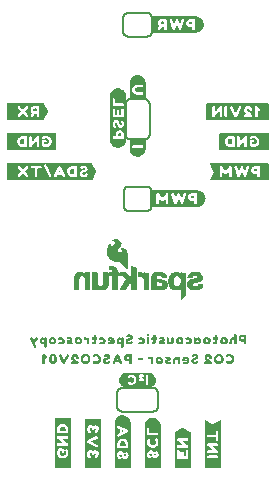
<source format=gbo>
G04 EAGLE Gerber RS-274X export*
G75*
%MOMM*%
%FSLAX34Y34*%
%LPD*%
%INSilkscreen Bottom*%
%IPPOS*%
%AMOC8*
5,1,8,0,0,1.08239X$1,22.5*%
G01*
%ADD10C,0.203200*%
%ADD11C,0.152400*%

G36*
X88530Y259873D02*
X88530Y259873D01*
X88542Y259875D01*
X88842Y260375D01*
X88842Y260378D01*
X88844Y260378D01*
X91844Y266478D01*
X91843Y266483D01*
X91847Y266486D01*
X91841Y266494D01*
X91849Y266500D01*
X91849Y267100D01*
X91839Y267113D01*
X91844Y267123D01*
X88744Y273123D01*
X88731Y273129D01*
X88731Y273138D01*
X88231Y273538D01*
X88211Y273539D01*
X88209Y273542D01*
X88205Y273542D01*
X88200Y273549D01*
X16100Y273549D01*
X16053Y273513D01*
X16056Y273509D01*
X16053Y273506D01*
X16055Y273503D01*
X16051Y273500D01*
X16051Y260000D01*
X16087Y259953D01*
X16090Y259955D01*
X16092Y259951D01*
X16692Y259851D01*
X16697Y259854D01*
X16700Y259851D01*
X88500Y259851D01*
X88530Y259873D01*
G37*
G36*
X237626Y310670D02*
X237626Y310670D01*
X237639Y310670D01*
X237939Y311070D01*
X237939Y311078D01*
X237943Y311081D01*
X237939Y311085D01*
X237939Y311092D01*
X237949Y311100D01*
X237949Y324000D01*
X237933Y324021D01*
X237935Y324035D01*
X237635Y324335D01*
X237610Y324338D01*
X237607Y324342D01*
X237605Y324342D01*
X237600Y324349D01*
X185800Y324349D01*
X185791Y324342D01*
X185787Y324342D01*
X185782Y324346D01*
X185282Y324146D01*
X185266Y324119D01*
X185253Y324109D01*
X185256Y324104D01*
X185251Y324100D01*
X185251Y311200D01*
X185259Y311189D01*
X185254Y311182D01*
X185454Y310682D01*
X185495Y310657D01*
X185500Y310651D01*
X237600Y310651D01*
X237626Y310670D01*
G37*
G36*
X237518Y259864D02*
X237518Y259864D01*
X237530Y259861D01*
X237930Y260161D01*
X237934Y260177D01*
X237941Y260182D01*
X237937Y260188D01*
X237939Y260192D01*
X237949Y260200D01*
X237949Y273000D01*
X237941Y273011D01*
X237946Y273018D01*
X237746Y273518D01*
X237705Y273543D01*
X237700Y273549D01*
X188500Y273549D01*
X188491Y273542D01*
X188490Y273542D01*
X188483Y273537D01*
X188473Y273541D01*
X188173Y273341D01*
X188164Y273317D01*
X188155Y273309D01*
X188159Y273303D01*
X188153Y273285D01*
X188158Y273283D01*
X188156Y273278D01*
X191154Y267181D01*
X191347Y266604D01*
X188056Y259922D01*
X188057Y259917D01*
X188053Y259913D01*
X188059Y259905D01*
X188067Y259863D01*
X188087Y259867D01*
X188100Y259851D01*
X237500Y259851D01*
X237518Y259864D01*
G37*
G36*
X111095Y286974D02*
X111095Y286974D01*
X111098Y286971D01*
X111698Y287071D01*
X111701Y287075D01*
X111704Y287073D01*
X112404Y287273D01*
X112405Y287274D01*
X112406Y287273D01*
X113006Y287473D01*
X113009Y287478D01*
X113012Y287476D01*
X114212Y288076D01*
X114214Y288080D01*
X114217Y288079D01*
X114817Y288479D01*
X114820Y288486D01*
X114825Y288485D01*
X115325Y288985D01*
X115325Y288989D01*
X115328Y288989D01*
X116128Y289989D01*
X116129Y289993D01*
X116131Y289993D01*
X116531Y290593D01*
X116531Y290597D01*
X116534Y290598D01*
X116834Y291198D01*
X116833Y291203D01*
X116837Y291204D01*
X117037Y291804D01*
X117036Y291806D01*
X117037Y291806D01*
X117045Y291833D01*
X117087Y291981D01*
X117101Y292030D01*
X117143Y292178D01*
X117144Y292178D01*
X117143Y292178D01*
X117186Y292326D01*
X117200Y292375D01*
X117237Y292506D01*
X117234Y292516D01*
X117239Y292520D01*
X117239Y293216D01*
X117339Y293812D01*
X117336Y293817D01*
X117339Y293820D01*
X117339Y330420D01*
X117336Y330424D01*
X117339Y330427D01*
X117239Y331127D01*
X117238Y331128D01*
X117239Y331128D01*
X117139Y331728D01*
X117039Y332427D01*
X117034Y332432D01*
X117037Y332436D01*
X116837Y333036D01*
X116832Y333039D01*
X116834Y333042D01*
X116534Y333642D01*
X116530Y333644D01*
X116531Y333647D01*
X115731Y334847D01*
X115724Y334850D01*
X115725Y334855D01*
X115225Y335355D01*
X115221Y335355D01*
X115221Y335358D01*
X114221Y336158D01*
X114213Y336159D01*
X114212Y336164D01*
X113012Y336764D01*
X113005Y336763D01*
X113004Y336767D01*
X112305Y336967D01*
X111706Y337167D01*
X111699Y337165D01*
X111697Y337169D01*
X110997Y337269D01*
X110992Y337266D01*
X110990Y337269D01*
X110290Y337269D01*
X110285Y337266D01*
X110282Y337269D01*
X109682Y337169D01*
X108983Y337069D01*
X108979Y337065D01*
X108976Y337067D01*
X108276Y336867D01*
X108275Y336866D01*
X108274Y336867D01*
X107674Y336667D01*
X107671Y336662D01*
X107668Y336664D01*
X107068Y336364D01*
X107066Y336360D01*
X107063Y336361D01*
X106463Y335961D01*
X106462Y335958D01*
X106459Y335958D01*
X105959Y335558D01*
X105958Y335554D01*
X105955Y335555D01*
X105455Y335055D01*
X105455Y335051D01*
X105452Y335051D01*
X105052Y334551D01*
X105051Y334547D01*
X105049Y334547D01*
X104649Y333947D01*
X104649Y333943D01*
X104646Y333942D01*
X104046Y332742D01*
X104047Y332739D01*
X104045Y332737D01*
X104045Y332736D01*
X104043Y332736D01*
X103843Y332136D01*
X103845Y332129D01*
X103841Y332127D01*
X103641Y330727D01*
X103644Y330722D01*
X103641Y330720D01*
X103641Y293420D01*
X103644Y293415D01*
X103641Y293412D01*
X103741Y292812D01*
X103841Y292113D01*
X103845Y292109D01*
X103843Y292106D01*
X104043Y291406D01*
X104048Y291402D01*
X104046Y291398D01*
X104646Y290198D01*
X104653Y290195D01*
X104652Y290189D01*
X105052Y289689D01*
X105052Y289688D01*
X105552Y289088D01*
X105556Y289088D01*
X105555Y289085D01*
X105955Y288685D01*
X105962Y288684D01*
X105963Y288679D01*
X106561Y288280D01*
X107059Y287882D01*
X107067Y287881D01*
X107068Y287876D01*
X107668Y287576D01*
X107670Y287576D01*
X107671Y287575D01*
X108371Y287275D01*
X108379Y287277D01*
X108382Y287271D01*
X108979Y287172D01*
X109676Y286973D01*
X109686Y286976D01*
X109690Y286971D01*
X111090Y286971D01*
X111095Y286974D01*
G37*
G36*
X178225Y236994D02*
X178225Y236994D01*
X178228Y236991D01*
X178828Y237091D01*
X178831Y237095D01*
X178834Y237093D01*
X179534Y237293D01*
X179535Y237294D01*
X179536Y237293D01*
X180136Y237493D01*
X180137Y237496D01*
X180139Y237495D01*
X180839Y237795D01*
X180841Y237797D01*
X180842Y237796D01*
X181442Y238096D01*
X181445Y238103D01*
X181451Y238102D01*
X181951Y238502D01*
X181952Y238506D01*
X181955Y238505D01*
X182453Y239003D01*
X182951Y239402D01*
X182953Y239412D01*
X182961Y239413D01*
X183361Y240013D01*
X183361Y240017D01*
X183364Y240018D01*
X184264Y241818D01*
X184262Y241829D01*
X184269Y241833D01*
X184369Y242532D01*
X184469Y243132D01*
X184468Y243133D01*
X184469Y243133D01*
X184569Y243833D01*
X184564Y243842D01*
X184569Y243847D01*
X184369Y245247D01*
X184364Y245252D01*
X184367Y245256D01*
X183967Y246456D01*
X183964Y246457D01*
X183965Y246459D01*
X183665Y247159D01*
X183661Y247162D01*
X183662Y247165D01*
X183362Y247665D01*
X183361Y247666D01*
X183361Y247667D01*
X182961Y248267D01*
X182954Y248270D01*
X182955Y248275D01*
X182455Y248775D01*
X182451Y248775D01*
X182451Y248778D01*
X181951Y249178D01*
X181947Y249179D01*
X181947Y249181D01*
X181347Y249581D01*
X181343Y249581D01*
X181342Y249584D01*
X180142Y250184D01*
X180137Y250183D01*
X180136Y250187D01*
X179536Y250387D01*
X179534Y250386D01*
X179534Y250387D01*
X178834Y250587D01*
X178830Y250586D01*
X178828Y250589D01*
X178228Y250689D01*
X178223Y250686D01*
X178220Y250689D01*
X138420Y250689D01*
X138411Y250682D01*
X138402Y250676D01*
X138390Y250679D01*
X137990Y250379D01*
X137985Y250360D01*
X137973Y250351D01*
X137977Y250345D01*
X137971Y250340D01*
X137971Y237540D01*
X137979Y237529D01*
X137974Y237522D01*
X138174Y237022D01*
X138215Y236997D01*
X138220Y236991D01*
X178220Y236991D01*
X178225Y236994D01*
G37*
G36*
X120718Y16064D02*
X120718Y16064D01*
X120730Y16061D01*
X121130Y16361D01*
X121134Y16377D01*
X121141Y16382D01*
X121137Y16388D01*
X121139Y16392D01*
X121149Y16400D01*
X121149Y54000D01*
X121146Y54004D01*
X121149Y54007D01*
X121049Y54707D01*
X121048Y54708D01*
X121049Y54708D01*
X120949Y55308D01*
X120945Y55311D01*
X120947Y55314D01*
X120747Y56014D01*
X120742Y56018D01*
X120744Y56022D01*
X120144Y57222D01*
X120137Y57225D01*
X120138Y57231D01*
X119740Y57729D01*
X119341Y58327D01*
X119331Y58331D01*
X119331Y58338D01*
X118833Y58737D01*
X118335Y59235D01*
X118323Y59236D01*
X118322Y59244D01*
X116522Y60144D01*
X116515Y60143D01*
X116514Y60147D01*
X115814Y60347D01*
X115810Y60346D01*
X115808Y60349D01*
X115208Y60449D01*
X115203Y60446D01*
X115200Y60449D01*
X113100Y60449D01*
X113091Y60442D01*
X113084Y60447D01*
X112485Y60247D01*
X111786Y60047D01*
X111782Y60042D01*
X111778Y60044D01*
X110578Y59444D01*
X110575Y59437D01*
X110569Y59438D01*
X110069Y59038D01*
X110068Y59034D01*
X110065Y59035D01*
X109065Y58035D01*
X109065Y58031D01*
X109062Y58031D01*
X108662Y57531D01*
X108661Y57523D01*
X108656Y57522D01*
X107756Y55722D01*
X107757Y55714D01*
X107752Y55710D01*
X107754Y55708D01*
X107751Y55707D01*
X107651Y55008D01*
X107551Y54408D01*
X107552Y54407D01*
X107551Y54407D01*
X107451Y53707D01*
X107454Y53702D01*
X107451Y53700D01*
X107451Y16500D01*
X107464Y16482D01*
X107461Y16470D01*
X107761Y16070D01*
X107792Y16062D01*
X107800Y16051D01*
X120700Y16051D01*
X120718Y16064D01*
G37*
G36*
X176195Y384314D02*
X176195Y384314D01*
X176198Y384311D01*
X176798Y384411D01*
X177497Y384511D01*
X178197Y384611D01*
X178202Y384616D01*
X178206Y384613D01*
X178806Y384813D01*
X178809Y384818D01*
X178812Y384816D01*
X179412Y385116D01*
X179414Y385120D01*
X179417Y385119D01*
X180017Y385519D01*
X180018Y385522D01*
X180021Y385522D01*
X181021Y386322D01*
X181022Y386326D01*
X181025Y386325D01*
X181525Y386825D01*
X181526Y386832D01*
X181531Y386833D01*
X181931Y387433D01*
X181931Y387437D01*
X181934Y387438D01*
X182534Y388638D01*
X182533Y388643D01*
X182537Y388644D01*
X182737Y389244D01*
X182736Y389246D01*
X182737Y389246D01*
X182773Y389370D01*
X182787Y389419D01*
X182829Y389567D01*
X182871Y389715D01*
X182885Y389764D01*
X182927Y389912D01*
X182928Y389912D01*
X182927Y389912D01*
X182937Y389946D01*
X182936Y389951D01*
X182939Y389953D01*
X183039Y390653D01*
X183036Y390658D01*
X183039Y390660D01*
X183039Y391260D01*
X183036Y391264D01*
X183039Y391267D01*
X182839Y392667D01*
X182834Y392672D01*
X182837Y392676D01*
X182637Y393275D01*
X182437Y393974D01*
X182432Y393978D01*
X182434Y393982D01*
X182134Y394582D01*
X182127Y394585D01*
X182128Y394591D01*
X181730Y395089D01*
X181331Y395687D01*
X181324Y395690D01*
X181325Y395695D01*
X180825Y396195D01*
X180821Y396195D01*
X180821Y396198D01*
X180321Y396598D01*
X180317Y396599D01*
X180317Y396601D01*
X179717Y397001D01*
X179713Y397001D01*
X179712Y397004D01*
X178512Y397604D01*
X178507Y397603D01*
X178506Y397607D01*
X177906Y397807D01*
X177901Y397805D01*
X177899Y397805D01*
X177897Y397809D01*
X176497Y398009D01*
X176492Y398006D01*
X176490Y398009D01*
X139590Y398009D01*
X139569Y397993D01*
X139555Y397995D01*
X139255Y397695D01*
X139253Y397679D01*
X139243Y397671D01*
X139247Y397665D01*
X139241Y397660D01*
X139241Y384760D01*
X139254Y384742D01*
X139251Y384730D01*
X139551Y384330D01*
X139582Y384322D01*
X139590Y384311D01*
X176190Y384311D01*
X176195Y384314D01*
G37*
G36*
X237305Y285254D02*
X237305Y285254D01*
X237308Y285251D01*
X237908Y285351D01*
X237949Y285395D01*
X237946Y285398D01*
X237949Y285400D01*
X237949Y298900D01*
X237913Y298947D01*
X237906Y298942D01*
X237900Y298949D01*
X196600Y298949D01*
X196595Y298946D01*
X196592Y298949D01*
X195992Y298849D01*
X195955Y298810D01*
X195953Y298808D01*
X195953Y298807D01*
X195951Y298805D01*
X195954Y298803D01*
X195951Y298800D01*
X195951Y285300D01*
X195987Y285253D01*
X195994Y285258D01*
X196000Y285251D01*
X237300Y285251D01*
X237305Y285254D01*
G37*
G36*
X57405Y285254D02*
X57405Y285254D01*
X57408Y285251D01*
X58008Y285351D01*
X58049Y285395D01*
X58046Y285398D01*
X58049Y285400D01*
X58049Y298900D01*
X58013Y298947D01*
X58006Y298942D01*
X58000Y298949D01*
X16700Y298949D01*
X16695Y298946D01*
X16692Y298949D01*
X16092Y298849D01*
X16055Y298810D01*
X16053Y298808D01*
X16053Y298807D01*
X16051Y298805D01*
X16054Y298803D01*
X16051Y298800D01*
X16051Y285300D01*
X16087Y285253D01*
X16094Y285258D01*
X16100Y285251D01*
X57400Y285251D01*
X57405Y285254D01*
G37*
G36*
X70347Y16087D02*
X70347Y16087D01*
X70342Y16094D01*
X70349Y16100D01*
X70349Y57400D01*
X70346Y57405D01*
X70349Y57408D01*
X70249Y58008D01*
X70205Y58049D01*
X70203Y58046D01*
X70200Y58049D01*
X56700Y58049D01*
X56653Y58013D01*
X56658Y58006D01*
X56651Y58000D01*
X56651Y16700D01*
X56654Y16695D01*
X56651Y16692D01*
X56751Y16092D01*
X56795Y16051D01*
X56798Y16054D01*
X56800Y16051D01*
X70300Y16051D01*
X70347Y16087D01*
G37*
G36*
X95211Y16059D02*
X95211Y16059D01*
X95218Y16054D01*
X95718Y16254D01*
X95733Y16278D01*
X95740Y16284D01*
X95738Y16287D01*
X95743Y16295D01*
X95749Y16300D01*
X95749Y56700D01*
X95746Y56705D01*
X95749Y56708D01*
X95649Y57308D01*
X95605Y57349D01*
X95603Y57346D01*
X95600Y57349D01*
X82700Y57349D01*
X82695Y57346D01*
X82692Y57349D01*
X82092Y57249D01*
X82051Y57205D01*
X82054Y57203D01*
X82051Y57200D01*
X82051Y16600D01*
X82059Y16589D01*
X82054Y16582D01*
X82254Y16082D01*
X82295Y16057D01*
X82300Y16051D01*
X95200Y16051D01*
X95211Y16059D01*
G37*
G36*
X145905Y16054D02*
X145905Y16054D01*
X145908Y16051D01*
X146508Y16151D01*
X146549Y16195D01*
X146546Y16198D01*
X146549Y16200D01*
X146549Y52000D01*
X146546Y52004D01*
X146549Y52007D01*
X146449Y52707D01*
X146444Y52712D01*
X146447Y52716D01*
X146247Y53315D01*
X146047Y54014D01*
X146042Y54018D01*
X146044Y54022D01*
X145444Y55222D01*
X145437Y55225D01*
X145438Y55231D01*
X145038Y55731D01*
X145034Y55732D01*
X145035Y55735D01*
X144035Y56735D01*
X144031Y56735D01*
X144031Y56738D01*
X143531Y57138D01*
X143527Y57139D01*
X143527Y57141D01*
X142927Y57541D01*
X142923Y57541D01*
X142922Y57544D01*
X142322Y57844D01*
X142317Y57843D01*
X142316Y57847D01*
X141716Y58047D01*
X141714Y58046D01*
X141714Y58047D01*
X141014Y58247D01*
X141010Y58246D01*
X141008Y58249D01*
X140408Y58349D01*
X140403Y58346D01*
X140400Y58349D01*
X139700Y58349D01*
X139696Y58346D01*
X139693Y58349D01*
X138293Y58149D01*
X138292Y58148D01*
X138292Y58149D01*
X137692Y58049D01*
X137686Y58042D01*
X137681Y58045D01*
X136981Y57745D01*
X136979Y57743D01*
X136978Y57744D01*
X136378Y57444D01*
X136377Y57441D01*
X136375Y57442D01*
X135875Y57142D01*
X135874Y57141D01*
X135873Y57141D01*
X135273Y56741D01*
X135270Y56734D01*
X135265Y56735D01*
X134765Y56235D01*
X134765Y56231D01*
X134762Y56231D01*
X134362Y55731D01*
X134361Y55727D01*
X134359Y55727D01*
X133960Y55129D01*
X133562Y54631D01*
X133561Y54617D01*
X133553Y54614D01*
X133528Y54528D01*
X133514Y54479D01*
X133472Y54331D01*
X133430Y54184D01*
X133416Y54134D01*
X133374Y53987D01*
X133353Y53915D01*
X133153Y53316D01*
X133154Y53314D01*
X133153Y53314D01*
X133120Y53199D01*
X133106Y53149D01*
X133064Y53002D01*
X133021Y52854D01*
X133007Y52805D01*
X132965Y52657D01*
X132953Y52614D01*
X132954Y52610D01*
X132951Y52608D01*
X132851Y52008D01*
X132854Y52003D01*
X132851Y52000D01*
X132851Y16700D01*
X132854Y16695D01*
X132851Y16692D01*
X132951Y16092D01*
X132995Y16051D01*
X132998Y16054D01*
X133000Y16051D01*
X145900Y16051D01*
X145905Y16054D01*
G37*
G36*
X197133Y16076D02*
X197133Y16076D01*
X197144Y16078D01*
X197344Y16478D01*
X197344Y16480D01*
X197344Y16481D01*
X197343Y16482D01*
X197341Y16494D01*
X197349Y16500D01*
X197349Y56100D01*
X197346Y56104D01*
X197348Y56109D01*
X197339Y56114D01*
X197313Y56147D01*
X197301Y56138D01*
X197300Y56140D01*
X197286Y56140D01*
X197278Y56144D01*
X190596Y52853D01*
X190019Y53046D01*
X183922Y56044D01*
X183909Y56042D01*
X183895Y56042D01*
X183890Y56038D01*
X183863Y56033D01*
X183864Y56028D01*
X183859Y56027D01*
X183659Y55727D01*
X183660Y55716D01*
X183653Y55710D01*
X183657Y55705D01*
X183651Y55700D01*
X183651Y16300D01*
X183680Y16262D01*
X183682Y16254D01*
X184182Y16054D01*
X184195Y16058D01*
X184200Y16051D01*
X197100Y16051D01*
X197133Y16076D01*
G37*
G36*
X47525Y310670D02*
X47525Y310670D01*
X47538Y310669D01*
X47938Y311169D01*
X47939Y311177D01*
X47944Y311178D01*
X50944Y317178D01*
X50943Y317184D01*
X50947Y317188D01*
X50942Y317195D01*
X50949Y317200D01*
X50949Y317800D01*
X50940Y317813D01*
X50944Y317822D01*
X47944Y323922D01*
X47931Y323929D01*
X47931Y323938D01*
X47431Y324338D01*
X47411Y324339D01*
X47409Y324342D01*
X47405Y324342D01*
X47400Y324349D01*
X16500Y324349D01*
X16491Y324342D01*
X16482Y324336D01*
X16470Y324339D01*
X16070Y324039D01*
X16065Y324020D01*
X16053Y324011D01*
X16057Y324005D01*
X16051Y324000D01*
X16051Y311200D01*
X16059Y311189D01*
X16054Y311182D01*
X16254Y310682D01*
X16295Y310657D01*
X16300Y310651D01*
X47500Y310651D01*
X47525Y310670D01*
G37*
G36*
X171847Y16087D02*
X171847Y16087D01*
X171845Y16090D01*
X171849Y16092D01*
X171949Y16692D01*
X171946Y16697D01*
X171949Y16700D01*
X171949Y45900D01*
X171933Y45921D01*
X171935Y45935D01*
X171535Y46335D01*
X171523Y46336D01*
X171522Y46344D01*
X165422Y49344D01*
X165412Y49342D01*
X165411Y49344D01*
X165404Y49344D01*
X165400Y49349D01*
X164800Y49349D01*
X164793Y49344D01*
X164789Y49344D01*
X164785Y49341D01*
X164778Y49344D01*
X158778Y46344D01*
X158775Y46337D01*
X158769Y46338D01*
X158269Y45938D01*
X158264Y45918D01*
X158253Y45910D01*
X158257Y45904D01*
X158251Y45900D01*
X158251Y16100D01*
X158287Y16053D01*
X158294Y16058D01*
X158300Y16051D01*
X171800Y16051D01*
X171847Y16087D01*
G37*
G36*
X137005Y84224D02*
X137005Y84224D01*
X137008Y84221D01*
X138208Y84421D01*
X138214Y84427D01*
X138218Y84424D01*
X138717Y84624D01*
X139316Y84823D01*
X139320Y84830D01*
X139325Y84828D01*
X140325Y85428D01*
X140329Y85436D01*
X140335Y85435D01*
X140735Y85835D01*
X140735Y85839D01*
X140738Y85839D01*
X141137Y86337D01*
X141535Y86735D01*
X141536Y86744D01*
X141542Y86745D01*
X141842Y87245D01*
X141841Y87253D01*
X141847Y87254D01*
X142045Y87849D01*
X142342Y88345D01*
X142341Y88358D01*
X142349Y88362D01*
X142549Y89562D01*
X142546Y89567D01*
X142549Y89570D01*
X142549Y90770D01*
X142545Y90776D01*
X142548Y90780D01*
X142449Y91278D01*
X142349Y91878D01*
X142344Y91882D01*
X142347Y91886D01*
X142147Y92486D01*
X142140Y92490D01*
X142142Y92495D01*
X141242Y93995D01*
X141234Y93999D01*
X141235Y94005D01*
X140835Y94405D01*
X140831Y94405D01*
X140831Y94408D01*
X139831Y95208D01*
X139826Y95209D01*
X139825Y95212D01*
X139325Y95512D01*
X139319Y95512D01*
X139318Y95516D01*
X138818Y95716D01*
X138816Y95715D01*
X138816Y95717D01*
X138216Y95917D01*
X138211Y95915D01*
X138210Y95918D01*
X137710Y96018D01*
X137709Y96018D01*
X137708Y96019D01*
X137108Y96119D01*
X137103Y96116D01*
X137100Y96119D01*
X116500Y96119D01*
X116491Y96112D01*
X116484Y96117D01*
X115888Y95918D01*
X115292Y95819D01*
X115283Y95809D01*
X115275Y95812D01*
X113775Y94912D01*
X113773Y94908D01*
X113769Y94908D01*
X113269Y94508D01*
X113268Y94504D01*
X113265Y94505D01*
X112865Y94105D01*
X112864Y94096D01*
X112858Y94095D01*
X112560Y93598D01*
X112162Y93101D01*
X112161Y93090D01*
X112154Y93088D01*
X111954Y92588D01*
X111955Y92586D01*
X111953Y92586D01*
X111754Y91987D01*
X111554Y91488D01*
X111556Y91481D01*
X111551Y91478D01*
X111451Y90878D01*
X111454Y90873D01*
X111451Y90870D01*
X111451Y89670D01*
X111454Y89665D01*
X111451Y89662D01*
X111651Y88462D01*
X111657Y88456D01*
X111654Y88452D01*
X111854Y87953D01*
X112053Y87354D01*
X112064Y87347D01*
X112062Y87339D01*
X112461Y86840D01*
X112761Y86440D01*
X112762Y86440D01*
X112762Y86439D01*
X113162Y85939D01*
X113166Y85938D01*
X113165Y85935D01*
X113565Y85535D01*
X113574Y85534D01*
X113575Y85528D01*
X114575Y84928D01*
X114578Y84928D01*
X114578Y84926D01*
X115178Y84626D01*
X115181Y84627D01*
X115182Y84624D01*
X115682Y84424D01*
X115689Y84426D01*
X115692Y84421D01*
X116892Y84221D01*
X116897Y84224D01*
X116900Y84221D01*
X137000Y84221D01*
X137005Y84224D01*
G37*
G36*
X133847Y327937D02*
X133847Y327937D01*
X133842Y327944D01*
X133849Y327950D01*
X133849Y342250D01*
X133846Y342255D01*
X133849Y342258D01*
X133749Y342858D01*
X133745Y342861D01*
X133747Y342864D01*
X133547Y343564D01*
X133546Y343565D01*
X133547Y343566D01*
X133347Y344165D01*
X133147Y344864D01*
X133136Y344872D01*
X133138Y344881D01*
X132740Y345379D01*
X132341Y345977D01*
X132338Y345978D01*
X132338Y345981D01*
X131938Y346481D01*
X131934Y346482D01*
X131935Y346485D01*
X131435Y346985D01*
X131428Y346986D01*
X131427Y346991D01*
X130827Y347391D01*
X130826Y347391D01*
X130825Y347392D01*
X130325Y347692D01*
X130322Y347692D01*
X130322Y347694D01*
X129722Y347994D01*
X129720Y347994D01*
X129719Y347995D01*
X129019Y348295D01*
X129016Y348295D01*
X129016Y348297D01*
X128416Y348497D01*
X128409Y348495D01*
X128407Y348499D01*
X127707Y348599D01*
X127702Y348596D01*
X127700Y348599D01*
X126300Y348599D01*
X126295Y348596D01*
X126292Y348599D01*
X125692Y348499D01*
X125689Y348495D01*
X125686Y348497D01*
X124986Y348297D01*
X124985Y348296D01*
X124984Y348297D01*
X124384Y348097D01*
X124381Y348092D01*
X124378Y348094D01*
X123778Y347794D01*
X123776Y347790D01*
X123773Y347791D01*
X122573Y346991D01*
X122570Y346984D01*
X122565Y346985D01*
X122065Y346485D01*
X122065Y346481D01*
X122062Y346481D01*
X121262Y345481D01*
X121261Y345473D01*
X121256Y345472D01*
X120656Y344272D01*
X120657Y344268D01*
X120653Y344265D01*
X120654Y344264D01*
X120653Y344264D01*
X120639Y344216D01*
X120597Y344068D01*
X120583Y344019D01*
X120541Y343871D01*
X120498Y343723D01*
X120484Y343674D01*
X120453Y343565D01*
X120253Y342966D01*
X120255Y342959D01*
X120251Y342957D01*
X120151Y342257D01*
X120154Y342252D01*
X120151Y342250D01*
X120151Y327950D01*
X120187Y327903D01*
X120194Y327908D01*
X120200Y327901D01*
X133800Y327901D01*
X133847Y327937D01*
G37*
G36*
X118140Y183611D02*
X118140Y183611D01*
X118191Y183613D01*
X118223Y183631D01*
X118259Y183639D01*
X118298Y183672D01*
X118343Y183696D01*
X118364Y183726D01*
X118392Y183749D01*
X118413Y183796D01*
X118443Y183838D01*
X118451Y183880D01*
X118463Y183908D01*
X118462Y183938D01*
X118470Y183980D01*
X118470Y196780D01*
X118466Y196798D01*
X118468Y196822D01*
X118268Y198622D01*
X118257Y198653D01*
X118251Y198700D01*
X118051Y199300D01*
X118038Y199320D01*
X118030Y199350D01*
X117730Y199950D01*
X117722Y199960D01*
X117716Y199976D01*
X117416Y200476D01*
X117402Y200490D01*
X117393Y200509D01*
X117316Y200579D01*
X117295Y200600D01*
X117290Y200602D01*
X117286Y200606D01*
X116802Y200896D01*
X116418Y201184D01*
X116383Y201199D01*
X116331Y201233D01*
X115331Y201633D01*
X115298Y201638D01*
X115253Y201655D01*
X114653Y201755D01*
X114626Y201753D01*
X114590Y201760D01*
X113790Y201760D01*
X113754Y201752D01*
X113698Y201749D01*
X113343Y201660D01*
X113190Y201660D01*
X113175Y201657D01*
X113160Y201659D01*
X113028Y201622D01*
X113021Y201621D01*
X113021Y201620D01*
X113020Y201620D01*
X112820Y201520D01*
X112801Y201504D01*
X112777Y201495D01*
X112735Y201449D01*
X112687Y201409D01*
X112677Y201387D01*
X112660Y201368D01*
X112642Y201308D01*
X112616Y201251D01*
X112618Y201226D01*
X112610Y201202D01*
X112621Y201140D01*
X112624Y201078D01*
X112636Y201056D01*
X112640Y201031D01*
X112689Y200958D01*
X112707Y200926D01*
X112715Y200921D01*
X112721Y200911D01*
X112821Y200811D01*
X112853Y200791D01*
X112920Y200740D01*
X113320Y200540D01*
X113343Y200534D01*
X113370Y200519D01*
X113585Y200448D01*
X113895Y200138D01*
X114045Y199912D01*
X114110Y199718D01*
X114110Y199542D01*
X114038Y199326D01*
X113878Y199005D01*
X113648Y198776D01*
X113412Y198618D01*
X112981Y198446D01*
X112552Y198360D01*
X111837Y198360D01*
X111146Y198533D01*
X110650Y198864D01*
X110329Y199265D01*
X110170Y199742D01*
X110170Y200302D01*
X110416Y200875D01*
X111076Y201629D01*
X111874Y202527D01*
X111875Y202529D01*
X111876Y202530D01*
X112576Y203330D01*
X112592Y203359D01*
X112622Y203395D01*
X113122Y204295D01*
X113133Y204333D01*
X113161Y204398D01*
X113361Y205298D01*
X113361Y205331D01*
X113370Y205380D01*
X113370Y206180D01*
X113362Y206217D01*
X113351Y206300D01*
X113051Y207200D01*
X113030Y207234D01*
X112999Y207301D01*
X112499Y208001D01*
X112473Y208024D01*
X112443Y208064D01*
X111543Y208864D01*
X111512Y208881D01*
X111472Y208914D01*
X110372Y209514D01*
X110336Y209524D01*
X110258Y209554D01*
X109158Y209754D01*
X109129Y209753D01*
X109090Y209760D01*
X108090Y209760D01*
X108053Y209752D01*
X107970Y209741D01*
X107070Y209441D01*
X107064Y209437D01*
X107057Y209436D01*
X106257Y209136D01*
X106242Y209126D01*
X106220Y209120D01*
X106054Y209037D01*
X105620Y208820D01*
X105598Y208802D01*
X105562Y208784D01*
X105162Y208484D01*
X105147Y208466D01*
X105121Y208449D01*
X105021Y208349D01*
X105008Y208327D01*
X104988Y208311D01*
X104962Y208254D01*
X104930Y208202D01*
X104927Y208176D01*
X104917Y208152D01*
X104919Y208091D01*
X104913Y208029D01*
X104922Y208005D01*
X104923Y207979D01*
X104953Y207925D01*
X104975Y207867D01*
X104994Y207850D01*
X105006Y207827D01*
X105057Y207792D01*
X105102Y207750D01*
X105127Y207742D01*
X105148Y207727D01*
X105232Y207711D01*
X105268Y207700D01*
X105278Y207702D01*
X105290Y207700D01*
X105590Y207700D01*
X105627Y207708D01*
X105710Y207719D01*
X105952Y207800D01*
X106143Y207800D01*
X106498Y207711D01*
X106506Y207711D01*
X106515Y207707D01*
X106966Y207617D01*
X107289Y207455D01*
X107610Y207215D01*
X107745Y207012D01*
X107829Y206760D01*
X107842Y206740D01*
X107850Y206710D01*
X107938Y206534D01*
X107989Y206380D01*
X107929Y206200D01*
X107928Y206187D01*
X107921Y206172D01*
X107837Y205836D01*
X107674Y205591D01*
X107666Y205571D01*
X107650Y205550D01*
X107478Y205205D01*
X107248Y204976D01*
X106979Y204796D01*
X106972Y204789D01*
X106962Y204784D01*
X106570Y204491D01*
X106299Y204310D01*
X105867Y204094D01*
X105600Y203960D01*
X105052Y203960D01*
X104859Y204025D01*
X104710Y204124D01*
X104570Y204542D01*
X104570Y205280D01*
X104558Y205330D01*
X104558Y205351D01*
X104557Y205375D01*
X104556Y205382D01*
X104539Y205414D01*
X104531Y205449D01*
X104498Y205489D01*
X104473Y205534D01*
X104443Y205555D01*
X104421Y205582D01*
X104373Y205604D01*
X104331Y205633D01*
X104295Y205639D01*
X104262Y205653D01*
X104211Y205651D01*
X104160Y205659D01*
X104119Y205648D01*
X104089Y205647D01*
X104062Y205632D01*
X104020Y205620D01*
X104009Y205615D01*
X103249Y205235D01*
X103220Y205220D01*
X103216Y205217D01*
X103106Y205133D01*
X102306Y204233D01*
X102291Y204205D01*
X102262Y204172D01*
X101562Y202972D01*
X101553Y202943D01*
X101532Y202908D01*
X101032Y201508D01*
X101029Y201482D01*
X101016Y201450D01*
X100716Y199850D01*
X100718Y199814D01*
X100710Y199759D01*
X100810Y197959D01*
X100820Y197927D01*
X100824Y197878D01*
X101324Y196078D01*
X101341Y196047D01*
X101358Y195995D01*
X102358Y194195D01*
X102375Y194177D01*
X102390Y194147D01*
X103090Y193247D01*
X103097Y193241D01*
X103101Y193233D01*
X103111Y193227D01*
X103121Y193211D01*
X103921Y192411D01*
X103931Y192405D01*
X103940Y192394D01*
X104740Y191694D01*
X104765Y191680D01*
X104794Y191654D01*
X105794Y191054D01*
X105819Y191046D01*
X105849Y191027D01*
X106849Y190627D01*
X106868Y190624D01*
X106890Y190613D01*
X107990Y190313D01*
X108007Y190313D01*
X108028Y190305D01*
X109228Y190105D01*
X109254Y190107D01*
X109290Y190100D01*
X111159Y190100D01*
X111656Y190017D01*
X112072Y189767D01*
X113022Y189007D01*
X113498Y188437D01*
X113510Y188427D01*
X113521Y188411D01*
X114799Y187134D01*
X115281Y186459D01*
X115301Y186441D01*
X115321Y186411D01*
X115909Y185823D01*
X116398Y185237D01*
X116410Y185227D01*
X116421Y185211D01*
X116902Y184730D01*
X117186Y184352D01*
X117204Y184337D01*
X117221Y184311D01*
X117495Y184038D01*
X117674Y183769D01*
X117693Y183751D01*
X117706Y183727D01*
X117756Y183692D01*
X117800Y183651D01*
X117826Y183643D01*
X117848Y183627D01*
X117929Y183612D01*
X117966Y183601D01*
X117977Y183602D01*
X117990Y183600D01*
X118090Y183600D01*
X118140Y183611D01*
G37*
G36*
X163829Y158111D02*
X163829Y158111D01*
X163891Y158113D01*
X163913Y158126D01*
X163939Y158130D01*
X164010Y158178D01*
X164043Y158196D01*
X164049Y158204D01*
X164059Y158211D01*
X164944Y159096D01*
X166428Y160283D01*
X166439Y160298D01*
X166459Y160311D01*
X167344Y161196D01*
X167828Y161583D01*
X167834Y161591D01*
X167843Y161596D01*
X167887Y161659D01*
X167935Y161719D01*
X167937Y161729D01*
X167943Y161738D01*
X167958Y161819D01*
X167963Y161830D01*
X167963Y161842D01*
X167970Y161880D01*
X167970Y180380D01*
X167969Y180384D01*
X167970Y180389D01*
X167950Y180469D01*
X167931Y180549D01*
X167928Y180552D01*
X167927Y180557D01*
X167873Y180619D01*
X167821Y180682D01*
X167816Y180684D01*
X167814Y180688D01*
X167682Y180749D01*
X167282Y180849D01*
X167274Y180849D01*
X167265Y180853D01*
X166765Y180953D01*
X166733Y180952D01*
X166690Y180960D01*
X166237Y180960D01*
X165882Y181049D01*
X165874Y181049D01*
X165865Y181053D01*
X165373Y181151D01*
X164982Y181249D01*
X164974Y181249D01*
X164965Y181253D01*
X163965Y181453D01*
X163963Y181453D01*
X163962Y181453D01*
X163878Y181450D01*
X163791Y181447D01*
X163790Y181447D01*
X163789Y181447D01*
X163715Y181406D01*
X163639Y181365D01*
X163638Y181364D01*
X163637Y181364D01*
X163589Y181295D01*
X163538Y181224D01*
X163538Y181223D01*
X163537Y181222D01*
X163510Y181080D01*
X163510Y180298D01*
X163359Y180449D01*
X163343Y180459D01*
X163328Y180477D01*
X162828Y180877D01*
X162807Y180887D01*
X162786Y180906D01*
X161786Y181506D01*
X161773Y181510D01*
X161653Y181555D01*
X160453Y181755D01*
X160426Y181753D01*
X160390Y181760D01*
X159690Y181760D01*
X159679Y181758D01*
X159665Y181759D01*
X158165Y181659D01*
X158128Y181648D01*
X158062Y181638D01*
X156662Y181138D01*
X156633Y181119D01*
X156586Y181101D01*
X155486Y180401D01*
X155459Y180373D01*
X155407Y180334D01*
X154507Y179334D01*
X154494Y179311D01*
X154469Y179284D01*
X153769Y178184D01*
X153757Y178148D01*
X153727Y178092D01*
X153327Y176792D01*
X153326Y176777D01*
X153318Y176760D01*
X153018Y175360D01*
X153019Y175336D01*
X153011Y175305D01*
X152911Y173805D01*
X152914Y173783D01*
X152911Y173753D01*
X153011Y172353D01*
X153018Y172329D01*
X153020Y172295D01*
X153320Y170995D01*
X153332Y170970D01*
X153339Y170934D01*
X153839Y169734D01*
X153849Y169719D01*
X153856Y169698D01*
X154456Y168598D01*
X154482Y168569D01*
X154521Y168511D01*
X155421Y167611D01*
X155443Y167598D01*
X155466Y167572D01*
X156566Y166772D01*
X156602Y166757D01*
X156670Y166719D01*
X157870Y166319D01*
X157900Y166316D01*
X157940Y166303D01*
X159440Y166103D01*
X159479Y166107D01*
X159553Y166105D01*
X161353Y166405D01*
X161389Y166420D01*
X161460Y166440D01*
X161590Y166505D01*
X162060Y166740D01*
X162070Y166748D01*
X162086Y166754D01*
X163086Y167354D01*
X163106Y167374D01*
X163187Y167442D01*
X163410Y167721D01*
X163410Y158480D01*
X163416Y158455D01*
X163413Y158429D01*
X163435Y158372D01*
X163449Y158311D01*
X163466Y158291D01*
X163475Y158267D01*
X163520Y158225D01*
X163559Y158178D01*
X163583Y158167D01*
X163602Y158150D01*
X163661Y158132D01*
X163718Y158107D01*
X163743Y158108D01*
X163768Y158100D01*
X163829Y158111D01*
G37*
G36*
X128109Y279348D02*
X128109Y279348D01*
X128116Y279343D01*
X128715Y279543D01*
X129414Y279743D01*
X129418Y279748D01*
X129422Y279746D01*
X130622Y280346D01*
X130625Y280353D01*
X130631Y280352D01*
X131129Y280750D01*
X131727Y281149D01*
X131731Y281159D01*
X131738Y281159D01*
X132538Y282159D01*
X132539Y282163D01*
X132541Y282163D01*
X132941Y282763D01*
X132941Y282767D01*
X132944Y282768D01*
X133244Y283368D01*
X133243Y283373D01*
X133247Y283374D01*
X133447Y283974D01*
X133446Y283976D01*
X133447Y283976D01*
X133484Y284105D01*
X133526Y284252D01*
X133540Y284302D01*
X133582Y284449D01*
X133583Y284449D01*
X133582Y284449D01*
X133625Y284597D01*
X133639Y284646D01*
X133647Y284676D01*
X133646Y284681D01*
X133649Y284683D01*
X133749Y285382D01*
X133849Y285982D01*
X133846Y285987D01*
X133849Y285990D01*
X133849Y293590D01*
X133830Y293616D01*
X133830Y293629D01*
X133430Y293929D01*
X133408Y293929D01*
X133400Y293939D01*
X120500Y293939D01*
X120470Y293917D01*
X120458Y293915D01*
X120158Y293415D01*
X120160Y293397D01*
X120151Y293390D01*
X120151Y285990D01*
X120154Y285986D01*
X120151Y285983D01*
X120351Y284583D01*
X120356Y284578D01*
X120353Y284574D01*
X120553Y283975D01*
X120753Y283276D01*
X120758Y283272D01*
X120756Y283268D01*
X121056Y282668D01*
X121063Y282665D01*
X121062Y282659D01*
X121460Y282161D01*
X121859Y281563D01*
X121869Y281559D01*
X121869Y281552D01*
X122367Y281153D01*
X122865Y280655D01*
X122872Y280654D01*
X122873Y280649D01*
X123473Y280249D01*
X123477Y280249D01*
X123478Y280246D01*
X124078Y279946D01*
X124083Y279947D01*
X124084Y279943D01*
X124684Y279743D01*
X124686Y279744D01*
X124686Y279743D01*
X125385Y279543D01*
X125984Y279343D01*
X125995Y279347D01*
X126000Y279341D01*
X128100Y279341D01*
X128109Y279348D01*
G37*
G36*
X147820Y166107D02*
X147820Y166107D01*
X147865Y166107D01*
X148328Y166200D01*
X148790Y166200D01*
X148826Y166208D01*
X148882Y166211D01*
X149282Y166311D01*
X149302Y166321D01*
X149331Y166327D01*
X149831Y166527D01*
X149843Y166535D01*
X149860Y166540D01*
X150260Y166740D01*
X150276Y166753D01*
X150301Y166764D01*
X150581Y166951D01*
X150960Y167140D01*
X150989Y167164D01*
X151059Y167211D01*
X151359Y167511D01*
X151375Y167538D01*
X151406Y167569D01*
X151601Y167860D01*
X151894Y168252D01*
X151898Y168261D01*
X151906Y168269D01*
X152106Y168569D01*
X152107Y168570D01*
X152108Y168571D01*
X152163Y168705D01*
X152253Y169156D01*
X152430Y169510D01*
X152434Y169525D01*
X152443Y169538D01*
X152469Y169672D01*
X152470Y169679D01*
X152470Y169680D01*
X152470Y170142D01*
X152563Y170605D01*
X152563Y170615D01*
X152564Y170748D01*
X152364Y171848D01*
X152355Y171870D01*
X152351Y171900D01*
X152051Y172800D01*
X152034Y172827D01*
X152020Y172869D01*
X151620Y173569D01*
X151597Y173593D01*
X151537Y173669D01*
X150837Y174269D01*
X150811Y174283D01*
X150779Y174310D01*
X150079Y174710D01*
X150053Y174718D01*
X150024Y174736D01*
X149224Y175036D01*
X149205Y175039D01*
X149182Y175049D01*
X148382Y175249D01*
X148360Y175249D01*
X148332Y175258D01*
X147432Y175358D01*
X145638Y175557D01*
X144969Y175653D01*
X144303Y175843D01*
X143750Y176028D01*
X143350Y176268D01*
X143170Y176507D01*
X143170Y177390D01*
X143403Y177855D01*
X143459Y177911D01*
X143479Y177943D01*
X143530Y178010D01*
X143573Y178097D01*
X143980Y178300D01*
X144090Y178300D01*
X144105Y178303D01*
X144120Y178301D01*
X144252Y178338D01*
X144259Y178339D01*
X144259Y178340D01*
X144260Y178340D01*
X144380Y178400D01*
X146000Y178400D01*
X146865Y177968D01*
X147178Y177655D01*
X147238Y177534D01*
X147329Y177260D01*
X147342Y177240D01*
X147350Y177210D01*
X147410Y177090D01*
X147410Y176680D01*
X147421Y176630D01*
X147423Y176579D01*
X147441Y176547D01*
X147449Y176511D01*
X147482Y176472D01*
X147506Y176427D01*
X147536Y176406D01*
X147559Y176378D01*
X147606Y176357D01*
X147648Y176327D01*
X147690Y176319D01*
X147718Y176307D01*
X147748Y176308D01*
X147790Y176300D01*
X151690Y176300D01*
X151770Y176318D01*
X151850Y176335D01*
X151854Y176338D01*
X151859Y176339D01*
X151922Y176392D01*
X151986Y176442D01*
X151988Y176446D01*
X151992Y176449D01*
X152026Y176524D01*
X152061Y176598D01*
X152061Y176603D01*
X152063Y176608D01*
X152062Y176635D01*
X152065Y176743D01*
X151865Y177943D01*
X151855Y177966D01*
X151855Y177968D01*
X151854Y177988D01*
X151852Y177993D01*
X151851Y178000D01*
X151651Y178600D01*
X151631Y178632D01*
X151594Y178708D01*
X151306Y179092D01*
X151016Y179576D01*
X151004Y179588D01*
X150994Y179608D01*
X150694Y180008D01*
X150669Y180029D01*
X150662Y180042D01*
X150647Y180053D01*
X150618Y180084D01*
X150218Y180384D01*
X150202Y180391D01*
X150186Y180406D01*
X149186Y181006D01*
X149161Y181014D01*
X149131Y181033D01*
X148631Y181233D01*
X148602Y181237D01*
X148565Y181253D01*
X148088Y181348D01*
X147510Y181541D01*
X147485Y181543D01*
X147453Y181555D01*
X146859Y181654D01*
X146365Y181753D01*
X146333Y181752D01*
X146290Y181760D01*
X143990Y181760D01*
X143960Y181753D01*
X143915Y181753D01*
X143452Y181660D01*
X142890Y181660D01*
X142860Y181653D01*
X142815Y181653D01*
X142315Y181553D01*
X142289Y181541D01*
X142249Y181533D01*
X141781Y181346D01*
X141315Y181253D01*
X141289Y181241D01*
X141249Y181233D01*
X140749Y181033D01*
X140718Y181011D01*
X140662Y180984D01*
X139462Y180084D01*
X139437Y180054D01*
X139386Y180008D01*
X139086Y179608D01*
X139074Y179582D01*
X139050Y179550D01*
X138850Y179150D01*
X138847Y179136D01*
X138837Y179121D01*
X138637Y178621D01*
X138633Y178592D01*
X138617Y178555D01*
X138517Y178055D01*
X138518Y178023D01*
X138510Y177980D01*
X138510Y169370D01*
X138450Y169250D01*
X138446Y169235D01*
X138437Y169222D01*
X138411Y169088D01*
X138410Y169082D01*
X138410Y169081D01*
X138410Y169080D01*
X138410Y168270D01*
X138350Y168150D01*
X138346Y168135D01*
X138337Y168122D01*
X138328Y168076D01*
X138327Y168073D01*
X138327Y168071D01*
X138311Y167988D01*
X138310Y167982D01*
X138310Y167981D01*
X138310Y167980D01*
X138310Y167870D01*
X138250Y167750D01*
X138246Y167735D01*
X138237Y167722D01*
X138211Y167588D01*
X138210Y167582D01*
X138210Y167581D01*
X138210Y167580D01*
X138210Y167370D01*
X138178Y167305D01*
X138121Y167249D01*
X138081Y167184D01*
X138037Y167122D01*
X138035Y167110D01*
X138030Y167102D01*
X138026Y167065D01*
X138010Y166980D01*
X138010Y166880D01*
X138021Y166830D01*
X138023Y166779D01*
X138041Y166747D01*
X138049Y166711D01*
X138082Y166672D01*
X138106Y166627D01*
X138136Y166606D01*
X138159Y166578D01*
X138206Y166557D01*
X138248Y166527D01*
X138290Y166519D01*
X138318Y166507D01*
X138348Y166508D01*
X138390Y166500D01*
X142290Y166500D01*
X142340Y166511D01*
X142391Y166513D01*
X142423Y166531D01*
X142459Y166539D01*
X142498Y166572D01*
X142543Y166596D01*
X142564Y166626D01*
X142592Y166649D01*
X142613Y166696D01*
X142643Y166738D01*
X142651Y166780D01*
X142663Y166808D01*
X142663Y166818D01*
X142699Y166876D01*
X142743Y166938D01*
X142745Y166950D01*
X142750Y166958D01*
X142754Y166995D01*
X142756Y167009D01*
X142759Y167011D01*
X142799Y167076D01*
X142843Y167138D01*
X142845Y167150D01*
X142850Y167158D01*
X142854Y167195D01*
X142870Y167280D01*
X142870Y167429D01*
X142883Y167450D01*
X143021Y167311D01*
X143048Y167295D01*
X143079Y167264D01*
X143379Y167064D01*
X143415Y167050D01*
X143470Y167019D01*
X143722Y166935D01*
X143979Y166764D01*
X144015Y166750D01*
X144070Y166719D01*
X145270Y166319D01*
X145307Y166316D01*
X145390Y166300D01*
X145628Y166300D01*
X145870Y166219D01*
X145907Y166216D01*
X145990Y166200D01*
X146328Y166200D01*
X146570Y166119D01*
X146607Y166116D01*
X146690Y166100D01*
X147790Y166100D01*
X147820Y166107D01*
G37*
G36*
X116822Y166507D02*
X116822Y166507D01*
X116856Y166505D01*
X116906Y166527D01*
X116959Y166539D01*
X116984Y166560D01*
X117015Y166573D01*
X117062Y166625D01*
X117092Y166649D01*
X117099Y166665D01*
X117113Y166680D01*
X120769Y172586D01*
X121810Y171615D01*
X121810Y166880D01*
X121821Y166830D01*
X121823Y166779D01*
X121841Y166747D01*
X121849Y166711D01*
X121882Y166672D01*
X121906Y166627D01*
X121936Y166606D01*
X121959Y166578D01*
X122006Y166557D01*
X122048Y166527D01*
X122090Y166519D01*
X122118Y166507D01*
X122148Y166508D01*
X122190Y166500D01*
X126090Y166500D01*
X126140Y166511D01*
X126191Y166513D01*
X126223Y166531D01*
X126259Y166539D01*
X126298Y166572D01*
X126343Y166596D01*
X126364Y166626D01*
X126392Y166649D01*
X126413Y166696D01*
X126443Y166738D01*
X126451Y166780D01*
X126463Y166808D01*
X126462Y166838D01*
X126470Y166880D01*
X126470Y184280D01*
X126460Y184323D01*
X126460Y184368D01*
X126441Y184407D01*
X126431Y184449D01*
X126402Y184483D01*
X126382Y184523D01*
X126343Y184556D01*
X126321Y184582D01*
X126297Y184593D01*
X126270Y184615D01*
X122370Y186715D01*
X122315Y186730D01*
X122262Y186753D01*
X122232Y186752D01*
X122203Y186760D01*
X122147Y186749D01*
X122089Y186747D01*
X122063Y186732D01*
X122033Y186726D01*
X121988Y186691D01*
X121937Y186664D01*
X121920Y186639D01*
X121896Y186621D01*
X121870Y186569D01*
X121837Y186522D01*
X121831Y186488D01*
X121819Y186465D01*
X121820Y186430D01*
X121810Y186380D01*
X121810Y176925D01*
X117564Y181343D01*
X117497Y181387D01*
X117432Y181433D01*
X117424Y181434D01*
X117419Y181438D01*
X117386Y181442D01*
X117290Y181460D01*
X112690Y181460D01*
X112663Y181454D01*
X112636Y181456D01*
X112580Y181434D01*
X112521Y181421D01*
X112500Y181403D01*
X112474Y181393D01*
X112434Y181349D01*
X112388Y181311D01*
X112376Y181285D01*
X112358Y181265D01*
X112341Y181207D01*
X112317Y181152D01*
X112318Y181125D01*
X112310Y181098D01*
X112321Y181039D01*
X112323Y180979D01*
X112337Y180955D01*
X112342Y180928D01*
X112388Y180861D01*
X112406Y180827D01*
X112416Y180820D01*
X112424Y180809D01*
X117501Y175827D01*
X111772Y167088D01*
X111747Y167019D01*
X111717Y166952D01*
X111717Y166939D01*
X111713Y166926D01*
X111721Y166853D01*
X111723Y166779D01*
X111730Y166767D01*
X111731Y166754D01*
X111771Y166692D01*
X111806Y166627D01*
X111817Y166619D01*
X111825Y166608D01*
X111888Y166570D01*
X111948Y166527D01*
X111963Y166524D01*
X111973Y166518D01*
X112012Y166515D01*
X112090Y166500D01*
X116790Y166500D01*
X116822Y166507D01*
G37*
G36*
X77340Y166511D02*
X77340Y166511D01*
X77391Y166513D01*
X77423Y166531D01*
X77459Y166539D01*
X77498Y166572D01*
X77543Y166596D01*
X77564Y166626D01*
X77592Y166649D01*
X77613Y166696D01*
X77643Y166738D01*
X77651Y166780D01*
X77663Y166808D01*
X77662Y166838D01*
X77670Y166880D01*
X77670Y174856D01*
X77767Y175629D01*
X77866Y176323D01*
X77953Y176846D01*
X78206Y177268D01*
X78450Y177592D01*
X78829Y177820D01*
X79259Y177906D01*
X79798Y177996D01*
X80535Y177904D01*
X81056Y177817D01*
X81436Y177589D01*
X81777Y177162D01*
X82051Y176706D01*
X82318Y176082D01*
X82410Y175259D01*
X82410Y166880D01*
X82421Y166830D01*
X82423Y166779D01*
X82441Y166747D01*
X82449Y166711D01*
X82482Y166672D01*
X82506Y166627D01*
X82536Y166606D01*
X82559Y166578D01*
X82606Y166557D01*
X82648Y166527D01*
X82690Y166519D01*
X82718Y166507D01*
X82748Y166508D01*
X82790Y166500D01*
X86690Y166500D01*
X86740Y166511D01*
X86791Y166513D01*
X86823Y166531D01*
X86859Y166539D01*
X86898Y166572D01*
X86943Y166596D01*
X86964Y166626D01*
X86992Y166649D01*
X87013Y166696D01*
X87043Y166738D01*
X87051Y166780D01*
X87063Y166808D01*
X87062Y166838D01*
X87070Y166880D01*
X87070Y181080D01*
X87059Y181130D01*
X87057Y181181D01*
X87039Y181213D01*
X87031Y181249D01*
X86998Y181288D01*
X86974Y181333D01*
X86944Y181354D01*
X86921Y181382D01*
X86874Y181403D01*
X86832Y181433D01*
X86790Y181441D01*
X86762Y181453D01*
X86732Y181452D01*
X86690Y181460D01*
X82990Y181460D01*
X82940Y181449D01*
X82889Y181447D01*
X82857Y181429D01*
X82821Y181421D01*
X82782Y181388D01*
X82737Y181364D01*
X82716Y181334D01*
X82688Y181311D01*
X82667Y181264D01*
X82637Y181222D01*
X82629Y181180D01*
X82617Y181152D01*
X82618Y181122D01*
X82610Y181080D01*
X82610Y180098D01*
X82359Y180349D01*
X82343Y180359D01*
X82328Y180377D01*
X81828Y180777D01*
X81814Y180783D01*
X81801Y180796D01*
X81201Y181196D01*
X81165Y181210D01*
X81110Y181241D01*
X79910Y181641D01*
X79885Y181643D01*
X79853Y181655D01*
X79253Y181755D01*
X79226Y181753D01*
X79190Y181760D01*
X78590Y181760D01*
X78578Y181757D01*
X78563Y181759D01*
X77163Y181659D01*
X77133Y181650D01*
X77090Y181647D01*
X75990Y181347D01*
X75958Y181330D01*
X75905Y181312D01*
X75005Y180812D01*
X74977Y180786D01*
X74921Y180749D01*
X74221Y180049D01*
X74203Y180019D01*
X74168Y179982D01*
X73668Y179182D01*
X73655Y179145D01*
X73626Y179089D01*
X73326Y178089D01*
X73325Y178070D01*
X73316Y178048D01*
X73116Y176948D01*
X73117Y176931D01*
X73111Y176909D01*
X73011Y175609D01*
X73013Y175596D01*
X73010Y175580D01*
X73010Y166880D01*
X73021Y166830D01*
X73023Y166779D01*
X73041Y166747D01*
X73049Y166711D01*
X73082Y166672D01*
X73106Y166627D01*
X73136Y166606D01*
X73159Y166578D01*
X73206Y166557D01*
X73248Y166527D01*
X73290Y166519D01*
X73318Y166507D01*
X73348Y166508D01*
X73390Y166500D01*
X77290Y166500D01*
X77340Y166511D01*
G37*
G36*
X98317Y166201D02*
X98317Y166201D01*
X98354Y166212D01*
X98420Y166223D01*
X99520Y166623D01*
X99542Y166637D01*
X99575Y166648D01*
X100475Y167148D01*
X100498Y167169D01*
X100537Y167191D01*
X101237Y167791D01*
X101254Y167814D01*
X101322Y167895D01*
X101822Y168795D01*
X101832Y168828D01*
X101854Y168871D01*
X102154Y169871D01*
X102155Y169890D01*
X102164Y169912D01*
X102364Y171012D01*
X102363Y171041D01*
X102370Y171080D01*
X102370Y181080D01*
X102359Y181130D01*
X102357Y181181D01*
X102339Y181213D01*
X102331Y181249D01*
X102298Y181288D01*
X102274Y181333D01*
X102244Y181354D01*
X102221Y181382D01*
X102174Y181403D01*
X102132Y181433D01*
X102090Y181441D01*
X102062Y181453D01*
X102032Y181452D01*
X101990Y181460D01*
X98190Y181460D01*
X98140Y181449D01*
X98089Y181447D01*
X98057Y181429D01*
X98021Y181421D01*
X97982Y181388D01*
X97937Y181364D01*
X97916Y181334D01*
X97888Y181311D01*
X97867Y181264D01*
X97837Y181222D01*
X97829Y181180D01*
X97817Y181152D01*
X97818Y181122D01*
X97810Y181080D01*
X97810Y173104D01*
X97614Y171535D01*
X97530Y171034D01*
X97031Y170368D01*
X96651Y170140D01*
X96221Y170054D01*
X95682Y169964D01*
X94945Y170056D01*
X94424Y170143D01*
X94026Y170382D01*
X93703Y170705D01*
X93435Y171240D01*
X93161Y171880D01*
X93070Y172604D01*
X93070Y181080D01*
X93059Y181130D01*
X93057Y181181D01*
X93039Y181213D01*
X93031Y181249D01*
X92998Y181288D01*
X92974Y181333D01*
X92944Y181354D01*
X92921Y181382D01*
X92874Y181403D01*
X92832Y181433D01*
X92790Y181441D01*
X92762Y181453D01*
X92732Y181452D01*
X92690Y181460D01*
X88790Y181460D01*
X88740Y181449D01*
X88689Y181447D01*
X88657Y181429D01*
X88621Y181421D01*
X88582Y181388D01*
X88537Y181364D01*
X88516Y181334D01*
X88488Y181311D01*
X88467Y181264D01*
X88437Y181222D01*
X88429Y181180D01*
X88417Y181152D01*
X88418Y181122D01*
X88410Y181080D01*
X88410Y166880D01*
X88421Y166830D01*
X88423Y166779D01*
X88441Y166747D01*
X88449Y166711D01*
X88482Y166672D01*
X88506Y166627D01*
X88536Y166606D01*
X88559Y166578D01*
X88606Y166557D01*
X88648Y166527D01*
X88690Y166519D01*
X88718Y166507D01*
X88748Y166508D01*
X88790Y166500D01*
X92490Y166500D01*
X92540Y166511D01*
X92591Y166513D01*
X92623Y166531D01*
X92659Y166539D01*
X92698Y166572D01*
X92743Y166596D01*
X92764Y166626D01*
X92792Y166649D01*
X92813Y166696D01*
X92843Y166738D01*
X92851Y166780D01*
X92863Y166808D01*
X92862Y166838D01*
X92870Y166880D01*
X92870Y167821D01*
X93093Y167542D01*
X93120Y167521D01*
X93152Y167483D01*
X93652Y167083D01*
X93682Y167069D01*
X93720Y167040D01*
X94320Y166740D01*
X94334Y166737D01*
X94349Y166727D01*
X94849Y166527D01*
X94859Y166525D01*
X94870Y166519D01*
X95470Y166319D01*
X95499Y166317D01*
X95536Y166304D01*
X96233Y166204D01*
X96828Y166105D01*
X96863Y166107D01*
X96917Y166101D01*
X98317Y166201D01*
G37*
G36*
X176922Y166201D02*
X176922Y166201D01*
X176935Y166205D01*
X176953Y166205D01*
X178153Y166405D01*
X178168Y166412D01*
X178190Y166413D01*
X179290Y166713D01*
X179318Y166728D01*
X179360Y166740D01*
X179680Y166900D01*
X180360Y167240D01*
X180389Y167264D01*
X180440Y167294D01*
X181240Y167994D01*
X181258Y168019D01*
X181290Y168047D01*
X181990Y168947D01*
X182006Y168982D01*
X182043Y169039D01*
X182443Y170039D01*
X182448Y170073D01*
X182466Y170122D01*
X182666Y171422D01*
X182660Y171502D01*
X182657Y171581D01*
X182653Y171587D01*
X182652Y171595D01*
X182612Y171663D01*
X182574Y171733D01*
X182568Y171737D01*
X182564Y171744D01*
X182497Y171787D01*
X182432Y171833D01*
X182424Y171834D01*
X182418Y171838D01*
X182385Y171842D01*
X182290Y171860D01*
X178590Y171860D01*
X178540Y171849D01*
X178489Y171847D01*
X178457Y171829D01*
X178421Y171821D01*
X178382Y171788D01*
X178337Y171764D01*
X178316Y171734D01*
X178288Y171711D01*
X178267Y171664D01*
X178237Y171622D01*
X178229Y171580D01*
X178217Y171552D01*
X178218Y171522D01*
X178210Y171480D01*
X178210Y170953D01*
X178056Y170568D01*
X177818Y170252D01*
X177136Y169740D01*
X176628Y169655D01*
X176622Y169653D01*
X176615Y169653D01*
X176121Y169554D01*
X175606Y169468D01*
X175282Y169549D01*
X175246Y169549D01*
X175190Y169560D01*
X174837Y169560D01*
X174523Y169639D01*
X174191Y169805D01*
X173840Y170068D01*
X173633Y170274D01*
X173482Y170880D01*
X173549Y171147D01*
X173690Y171430D01*
X174002Y171664D01*
X174450Y171932D01*
X174996Y172115D01*
X176573Y172509D01*
X177565Y172707D01*
X177568Y172709D01*
X177573Y172709D01*
X178473Y172909D01*
X178493Y172919D01*
X178524Y172924D01*
X179324Y173224D01*
X179330Y173228D01*
X179340Y173231D01*
X180040Y173531D01*
X180055Y173542D01*
X180079Y173550D01*
X180779Y173950D01*
X180787Y173958D01*
X180801Y173964D01*
X181401Y174364D01*
X181402Y174365D01*
X181405Y174366D01*
X181506Y174469D01*
X181906Y175069D01*
X181917Y175097D01*
X181940Y175130D01*
X182240Y175830D01*
X182246Y175869D01*
X182252Y175888D01*
X182264Y175914D01*
X182264Y175924D01*
X182268Y175938D01*
X182368Y176838D01*
X182364Y176869D01*
X182369Y176912D01*
X182269Y178112D01*
X182257Y178149D01*
X182243Y178221D01*
X181843Y179221D01*
X181823Y179250D01*
X181776Y179330D01*
X181076Y180130D01*
X181057Y180144D01*
X181037Y180169D01*
X180337Y180769D01*
X180305Y180786D01*
X180260Y180820D01*
X179260Y181320D01*
X179223Y181329D01*
X179165Y181353D01*
X178165Y181553D01*
X178162Y181553D01*
X178158Y181554D01*
X177058Y181754D01*
X177029Y181753D01*
X176990Y181760D01*
X174690Y181760D01*
X174662Y181754D01*
X174622Y181754D01*
X173522Y181554D01*
X173505Y181547D01*
X173481Y181544D01*
X172481Y181244D01*
X172462Y181234D01*
X172436Y181227D01*
X171536Y180827D01*
X171508Y180807D01*
X171462Y180784D01*
X170662Y180184D01*
X170637Y180154D01*
X170586Y180108D01*
X169986Y179308D01*
X169974Y179282D01*
X169950Y179250D01*
X169450Y178250D01*
X169441Y178212D01*
X169415Y178143D01*
X169215Y176943D01*
X169220Y176861D01*
X169223Y176779D01*
X169226Y176775D01*
X169226Y176770D01*
X169267Y176699D01*
X169306Y176627D01*
X169310Y176624D01*
X169313Y176620D01*
X169381Y176574D01*
X169448Y176527D01*
X169453Y176526D01*
X169457Y176524D01*
X169485Y176520D01*
X169590Y176500D01*
X173290Y176500D01*
X173303Y176503D01*
X173317Y176501D01*
X173387Y176522D01*
X173459Y176539D01*
X173469Y176548D01*
X173482Y176552D01*
X173536Y176603D01*
X173592Y176649D01*
X173598Y176662D01*
X173608Y176671D01*
X173663Y176805D01*
X173756Y177271D01*
X173928Y177702D01*
X174064Y177906D01*
X174281Y178051D01*
X174646Y178233D01*
X175063Y178400D01*
X176628Y178400D01*
X176870Y178319D01*
X176883Y178318D01*
X176898Y178311D01*
X177284Y178215D01*
X177446Y178161D01*
X177710Y177765D01*
X177710Y177527D01*
X177640Y177247D01*
X177418Y176952D01*
X177089Y176705D01*
X176544Y176432D01*
X176005Y176253D01*
X175243Y176157D01*
X175224Y176150D01*
X175198Y176149D01*
X172802Y175550D01*
X171908Y175351D01*
X171872Y175334D01*
X171801Y175310D01*
X170401Y174510D01*
X170381Y174491D01*
X170347Y174472D01*
X169747Y173972D01*
X169723Y173941D01*
X169718Y173936D01*
X169717Y173935D01*
X169674Y173891D01*
X169274Y173291D01*
X169263Y173263D01*
X169241Y173230D01*
X168941Y172530D01*
X168934Y172491D01*
X168912Y172422D01*
X168812Y171522D01*
X168817Y171484D01*
X168814Y171422D01*
X169014Y170122D01*
X169026Y170093D01*
X169033Y170050D01*
X169433Y168950D01*
X169454Y168917D01*
X169486Y168852D01*
X170086Y168052D01*
X170111Y168031D01*
X170140Y167994D01*
X170940Y167294D01*
X170973Y167276D01*
X171020Y167240D01*
X172020Y166740D01*
X172050Y166733D01*
X172090Y166713D01*
X173190Y166413D01*
X173207Y166413D01*
X173228Y166405D01*
X174428Y166205D01*
X174442Y166206D01*
X174458Y166201D01*
X175658Y166101D01*
X175685Y166105D01*
X175722Y166101D01*
X176922Y166201D01*
G37*
G36*
X109740Y166511D02*
X109740Y166511D01*
X109791Y166513D01*
X109823Y166531D01*
X109859Y166539D01*
X109898Y166572D01*
X109943Y166596D01*
X109964Y166626D01*
X109992Y166649D01*
X110013Y166696D01*
X110043Y166738D01*
X110051Y166780D01*
X110063Y166808D01*
X110062Y166838D01*
X110070Y166880D01*
X110070Y178100D01*
X113590Y178100D01*
X113641Y178112D01*
X113694Y178114D01*
X113724Y178131D01*
X113759Y178139D01*
X113799Y178173D01*
X113845Y178198D01*
X113865Y178227D01*
X113892Y178249D01*
X113914Y178297D01*
X113944Y178341D01*
X113949Y178375D01*
X113963Y178408D01*
X113961Y178460D01*
X113969Y178512D01*
X113958Y178545D01*
X113957Y178581D01*
X113932Y178627D01*
X113915Y178677D01*
X113888Y178707D01*
X113874Y178733D01*
X113848Y178751D01*
X113818Y178784D01*
X113440Y179068D01*
X111859Y180649D01*
X111839Y180661D01*
X111818Y180684D01*
X111462Y180952D01*
X111194Y181308D01*
X111182Y181319D01*
X111174Y181333D01*
X111116Y181374D01*
X111061Y181419D01*
X111046Y181423D01*
X111032Y181433D01*
X110905Y181457D01*
X110893Y181460D01*
X110892Y181460D01*
X110890Y181460D01*
X110070Y181460D01*
X110070Y183080D01*
X110064Y183106D01*
X110046Y183214D01*
X109746Y184014D01*
X109742Y184020D01*
X109740Y184030D01*
X109440Y184730D01*
X109416Y184761D01*
X109382Y184823D01*
X108882Y185423D01*
X108852Y185446D01*
X108811Y185489D01*
X108111Y185989D01*
X108087Y185999D01*
X108060Y186020D01*
X107260Y186420D01*
X107233Y186427D01*
X107199Y186444D01*
X106199Y186744D01*
X106160Y186747D01*
X106090Y186760D01*
X103190Y186760D01*
X103175Y186757D01*
X103160Y186759D01*
X103028Y186722D01*
X103021Y186721D01*
X103021Y186720D01*
X103020Y186720D01*
X102820Y186620D01*
X102781Y186588D01*
X102737Y186564D01*
X102716Y186533D01*
X102687Y186509D01*
X102666Y186463D01*
X102637Y186422D01*
X102629Y186379D01*
X102616Y186351D01*
X102617Y186335D01*
X102618Y186321D01*
X102610Y186280D01*
X102610Y183480D01*
X102621Y183430D01*
X102623Y183379D01*
X102641Y183347D01*
X102649Y183311D01*
X102682Y183272D01*
X102706Y183227D01*
X102736Y183206D01*
X102759Y183178D01*
X102806Y183157D01*
X102848Y183127D01*
X102890Y183119D01*
X102918Y183107D01*
X102948Y183108D01*
X102990Y183100D01*
X104643Y183100D01*
X104957Y183021D01*
X105230Y182885D01*
X105361Y182689D01*
X105410Y182590D01*
X105410Y182280D01*
X105418Y182244D01*
X105421Y182188D01*
X105510Y181833D01*
X105510Y181460D01*
X103190Y181460D01*
X103140Y181449D01*
X103089Y181447D01*
X103057Y181429D01*
X103021Y181421D01*
X102982Y181388D01*
X102937Y181364D01*
X102916Y181334D01*
X102888Y181311D01*
X102867Y181264D01*
X102837Y181222D01*
X102829Y181180D01*
X102817Y181152D01*
X102818Y181122D01*
X102810Y181080D01*
X102810Y178480D01*
X102821Y178430D01*
X102823Y178379D01*
X102841Y178347D01*
X102849Y178311D01*
X102882Y178272D01*
X102906Y178227D01*
X102936Y178206D01*
X102959Y178178D01*
X103006Y178157D01*
X103048Y178127D01*
X103090Y178119D01*
X103118Y178107D01*
X103148Y178108D01*
X103190Y178100D01*
X105510Y178100D01*
X105510Y166880D01*
X105521Y166830D01*
X105523Y166779D01*
X105541Y166747D01*
X105549Y166711D01*
X105582Y166672D01*
X105606Y166627D01*
X105636Y166606D01*
X105659Y166578D01*
X105706Y166557D01*
X105748Y166527D01*
X105790Y166519D01*
X105818Y166507D01*
X105848Y166508D01*
X105890Y166500D01*
X109690Y166500D01*
X109740Y166511D01*
G37*
G36*
X136740Y166511D02*
X136740Y166511D01*
X136791Y166513D01*
X136823Y166531D01*
X136859Y166539D01*
X136898Y166572D01*
X136943Y166596D01*
X136964Y166626D01*
X136992Y166649D01*
X137013Y166696D01*
X137043Y166738D01*
X137051Y166780D01*
X137063Y166808D01*
X137062Y166838D01*
X137070Y166880D01*
X137070Y180380D01*
X137067Y180393D01*
X137069Y180407D01*
X137048Y180477D01*
X137031Y180549D01*
X137022Y180559D01*
X137018Y180572D01*
X136967Y180626D01*
X136921Y180682D01*
X136908Y180688D01*
X136899Y180698D01*
X136765Y180753D01*
X136273Y180851D01*
X135882Y180949D01*
X135846Y180949D01*
X135790Y180960D01*
X135328Y180960D01*
X134873Y181051D01*
X134482Y181149D01*
X134474Y181149D01*
X134465Y181153D01*
X133473Y181351D01*
X133082Y181449D01*
X133072Y181449D01*
X133062Y181453D01*
X132986Y181450D01*
X132909Y181452D01*
X132900Y181447D01*
X132889Y181447D01*
X132822Y181410D01*
X132753Y181377D01*
X132746Y181369D01*
X132737Y181364D01*
X132693Y181301D01*
X132645Y181241D01*
X132643Y181231D01*
X132637Y181222D01*
X132610Y181080D01*
X132610Y179664D01*
X132487Y179818D01*
X132484Y179820D01*
X132482Y179823D01*
X131982Y180423D01*
X131967Y180435D01*
X131963Y180442D01*
X131949Y180451D01*
X131928Y180477D01*
X131428Y180877D01*
X131404Y180888D01*
X131379Y180910D01*
X130679Y181310D01*
X130649Y181319D01*
X130610Y181341D01*
X130010Y181541D01*
X130003Y181541D01*
X129994Y181546D01*
X129294Y181746D01*
X129256Y181748D01*
X129190Y181760D01*
X127790Y181760D01*
X127716Y181743D01*
X127641Y181730D01*
X127631Y181723D01*
X127621Y181721D01*
X127592Y181697D01*
X127521Y181649D01*
X127520Y181648D01*
X127489Y181647D01*
X127457Y181629D01*
X127421Y181621D01*
X127382Y181588D01*
X127337Y181564D01*
X127316Y181534D01*
X127288Y181511D01*
X127267Y181464D01*
X127237Y181422D01*
X127229Y181380D01*
X127217Y181352D01*
X127218Y181322D01*
X127210Y181280D01*
X127210Y177680D01*
X127221Y177630D01*
X127223Y177579D01*
X127241Y177547D01*
X127249Y177511D01*
X127282Y177472D01*
X127306Y177427D01*
X127336Y177406D01*
X127359Y177378D01*
X127406Y177357D01*
X127448Y177327D01*
X127490Y177319D01*
X127518Y177307D01*
X127548Y177308D01*
X127590Y177300D01*
X127690Y177300D01*
X127705Y177303D01*
X127720Y177301D01*
X127852Y177338D01*
X127859Y177339D01*
X127859Y177340D01*
X127860Y177340D01*
X127980Y177400D01*
X128971Y177400D01*
X129925Y177304D01*
X130647Y177124D01*
X131242Y176784D01*
X131676Y176262D01*
X132037Y175631D01*
X132221Y174986D01*
X132410Y174138D01*
X132410Y166880D01*
X132421Y166830D01*
X132423Y166779D01*
X132441Y166747D01*
X132449Y166711D01*
X132482Y166672D01*
X132506Y166627D01*
X132536Y166606D01*
X132559Y166578D01*
X132606Y166557D01*
X132648Y166527D01*
X132690Y166519D01*
X132718Y166507D01*
X132748Y166508D01*
X132790Y166500D01*
X136690Y166500D01*
X136740Y166511D01*
G37*
%LPC*%
G36*
X186803Y28449D02*
X186803Y28449D01*
X186127Y28546D01*
X185849Y28916D01*
X185849Y29792D01*
X186040Y30363D01*
X186509Y30551D01*
X190600Y30551D01*
X190606Y30555D01*
X190610Y30552D01*
X191110Y30652D01*
X191118Y30661D01*
X191129Y30661D01*
X191130Y30674D01*
X191149Y30696D01*
X191130Y30713D01*
X191130Y30739D01*
X186333Y34437D01*
X185849Y34920D01*
X185849Y35597D01*
X185946Y36370D01*
X186414Y36651D01*
X194500Y36651D01*
X194547Y36687D01*
X194541Y36696D01*
X194549Y36703D01*
X194449Y38403D01*
X194411Y38448D01*
X194409Y38447D01*
X194408Y38449D01*
X193827Y38546D01*
X193449Y39017D01*
X193449Y41800D01*
X193413Y41847D01*
X193410Y41845D01*
X193408Y41849D01*
X192808Y41949D01*
X192803Y41946D01*
X192800Y41949D01*
X186704Y41949D01*
X186133Y42044D01*
X185849Y42612D01*
X185849Y43292D01*
X186039Y43861D01*
X186608Y44051D01*
X193400Y44051D01*
X193447Y44087D01*
X193442Y44094D01*
X193449Y44100D01*
X193449Y46886D01*
X193730Y47355D01*
X194399Y47450D01*
X194970Y47355D01*
X195251Y46886D01*
X195251Y39208D01*
X195061Y38639D01*
X194484Y38447D01*
X194451Y38398D01*
X194451Y38397D01*
X194551Y36697D01*
X194573Y36671D01*
X194575Y36658D01*
X195059Y36367D01*
X195251Y35792D01*
X195251Y35120D01*
X194677Y34547D01*
X193897Y34449D01*
X189800Y34449D01*
X189789Y34441D01*
X189776Y34443D01*
X189774Y34430D01*
X189753Y34413D01*
X189769Y34392D01*
X189765Y34365D01*
X189965Y34165D01*
X189977Y34164D01*
X189978Y34156D01*
X190374Y33958D01*
X194469Y30862D01*
X195058Y30371D01*
X195251Y29792D01*
X195251Y29115D01*
X194871Y28545D01*
X194296Y28449D01*
X186803Y28449D01*
G37*
%LPD*%
%LPC*%
G36*
X111003Y32349D02*
X111003Y32349D01*
X110313Y32448D01*
X109840Y32637D01*
X109649Y33208D01*
X109649Y36692D01*
X109847Y37284D01*
X110045Y37878D01*
X110440Y38471D01*
X110837Y38967D01*
X111333Y39463D01*
X111827Y39858D01*
X112418Y40154D01*
X113114Y40353D01*
X113115Y40354D01*
X113116Y40353D01*
X113708Y40551D01*
X115093Y40551D01*
X115785Y40353D01*
X116381Y40154D01*
X116971Y39859D01*
X117963Y38867D01*
X118358Y38373D01*
X118654Y37781D01*
X118853Y37185D01*
X119051Y36493D01*
X119051Y33307D01*
X119049Y33302D01*
X119007Y33154D01*
X118965Y33006D01*
X118951Y32957D01*
X118909Y32809D01*
X118866Y32661D01*
X118857Y32630D01*
X118484Y32349D01*
X111003Y32349D01*
G37*
%LPD*%
%LPC*%
G36*
X71308Y262049D02*
X71308Y262049D01*
X70716Y262247D01*
X70122Y262445D01*
X69529Y262840D01*
X69033Y263237D01*
X68538Y263731D01*
X68143Y264325D01*
X67846Y264919D01*
X67648Y265511D01*
X67549Y266207D01*
X67450Y266900D01*
X67549Y267592D01*
X67647Y268185D01*
X68242Y269373D01*
X68637Y269867D01*
X69131Y270362D01*
X69725Y270757D01*
X70319Y271054D01*
X70915Y271253D01*
X71607Y271451D01*
X74792Y271451D01*
X75367Y271259D01*
X75651Y270786D01*
X75651Y262616D01*
X75370Y262242D01*
X74792Y262049D01*
X71308Y262049D01*
G37*
%LPD*%
%LPC*%
G36*
X29304Y287449D02*
X29304Y287449D01*
X28711Y287548D01*
X28018Y287746D01*
X27427Y288042D01*
X26931Y288438D01*
X26435Y288835D01*
X25940Y289429D01*
X25643Y289923D01*
X25346Y290518D01*
X25148Y291211D01*
X25049Y291804D01*
X25049Y292497D01*
X25148Y293190D01*
X25156Y293216D01*
X25198Y293364D01*
X25240Y293511D01*
X25254Y293561D01*
X25296Y293708D01*
X25297Y293708D01*
X25296Y293708D01*
X25339Y293856D01*
X25346Y293882D01*
X25642Y294473D01*
X26038Y294969D01*
X26435Y295465D01*
X27029Y295960D01*
X27523Y296257D01*
X28118Y296554D01*
X28811Y296752D01*
X29404Y296851D01*
X32684Y296851D01*
X33058Y296570D01*
X33251Y295992D01*
X33251Y288503D01*
X33154Y287827D01*
X32781Y287547D01*
X32097Y287449D01*
X29304Y287449D01*
G37*
%LPD*%
%LPC*%
G36*
X205203Y287449D02*
X205203Y287449D01*
X204511Y287548D01*
X203919Y287746D01*
X203325Y288043D01*
X202729Y288440D01*
X202237Y288834D01*
X201841Y289427D01*
X201838Y289428D01*
X201838Y289431D01*
X201442Y289927D01*
X201148Y290515D01*
X201049Y291207D01*
X201048Y291208D01*
X201049Y291208D01*
X200949Y291804D01*
X200949Y292497D01*
X201049Y293193D01*
X201148Y293885D01*
X201442Y294473D01*
X201837Y294967D01*
X202829Y295959D01*
X204019Y296554D01*
X204611Y296752D01*
X205303Y296851D01*
X208486Y296851D01*
X208955Y296570D01*
X209051Y295996D01*
X209051Y288503D01*
X208954Y287823D01*
X208677Y287547D01*
X207897Y287449D01*
X205203Y287449D01*
G37*
%LPD*%
%LPC*%
G36*
X59903Y44949D02*
X59903Y44949D01*
X59223Y45046D01*
X58947Y45323D01*
X58849Y46103D01*
X58849Y48797D01*
X58948Y49489D01*
X59146Y50081D01*
X59443Y50675D01*
X59840Y51271D01*
X60234Y51763D01*
X60827Y52159D01*
X60828Y52162D01*
X60831Y52162D01*
X61327Y52558D01*
X61915Y52852D01*
X62607Y52951D01*
X62608Y52952D01*
X62608Y52951D01*
X63204Y53051D01*
X63897Y53051D01*
X64593Y52951D01*
X65285Y52852D01*
X65873Y52558D01*
X66367Y52163D01*
X67359Y51171D01*
X67954Y49981D01*
X68152Y49389D01*
X68251Y48697D01*
X68251Y45514D01*
X67970Y45045D01*
X67396Y44949D01*
X59903Y44949D01*
G37*
%LPD*%
%LPC*%
G36*
X212415Y262049D02*
X212415Y262049D01*
X211838Y262434D01*
X211545Y263020D01*
X209048Y270012D01*
X208949Y270608D01*
X208905Y270649D01*
X208901Y270645D01*
X208898Y270649D01*
X208871Y270648D01*
X208904Y270651D01*
X208926Y270670D01*
X208939Y270670D01*
X209232Y271061D01*
X210208Y271549D01*
X210773Y271455D01*
X211155Y270977D01*
X211353Y270286D01*
X211354Y270285D01*
X211353Y270284D01*
X212653Y266384D01*
X212666Y266376D01*
X212670Y266361D01*
X212683Y266364D01*
X212698Y266354D01*
X212700Y266352D01*
X212701Y266352D01*
X212702Y266351D01*
X212706Y266356D01*
X212737Y266379D01*
X212746Y266382D01*
X212946Y266882D01*
X212945Y266884D01*
X212947Y266884D01*
X214244Y270776D01*
X214629Y271257D01*
X215299Y271448D01*
X215871Y271258D01*
X216255Y270777D01*
X216453Y270086D01*
X216454Y270085D01*
X216453Y270084D01*
X217553Y266884D01*
X217555Y266883D01*
X217554Y266882D01*
X217754Y266382D01*
X217768Y266374D01*
X217773Y266359D01*
X217785Y266363D01*
X217796Y266357D01*
X217800Y266352D01*
X217802Y266353D01*
X217805Y266351D01*
X217810Y266359D01*
X217841Y266383D01*
X217847Y266385D01*
X219344Y270976D01*
X219724Y271451D01*
X220291Y271451D01*
X221073Y271158D01*
X221451Y270780D01*
X221451Y270307D01*
X221450Y270305D01*
X221408Y270157D01*
X221366Y270010D01*
X221352Y269960D01*
X221310Y269813D01*
X221267Y269665D01*
X221253Y269616D01*
X221253Y269615D01*
X218758Y262530D01*
X218280Y262147D01*
X217610Y262051D01*
X217133Y262338D01*
X216744Y262824D01*
X215547Y266316D01*
X215542Y266319D01*
X215544Y266322D01*
X215244Y266922D01*
X215232Y266928D01*
X215228Y266941D01*
X215215Y266936D01*
X215204Y266942D01*
X215203Y266943D01*
X215202Y266943D01*
X215191Y266948D01*
X215182Y266931D01*
X215169Y266921D01*
X215153Y266916D01*
X213855Y263021D01*
X213561Y262531D01*
X213080Y262049D01*
X212415Y262049D01*
G37*
%LPD*%
%LPC*%
G36*
X157310Y386509D02*
X157310Y386509D01*
X156831Y386989D01*
X156535Y387579D01*
X154337Y393976D01*
X154138Y394572D01*
X154042Y395150D01*
X154323Y395620D01*
X155391Y396008D01*
X155955Y395820D01*
X156244Y395241D01*
X156443Y394644D01*
X156444Y394644D01*
X156443Y394644D01*
X157543Y391444D01*
X157743Y390844D01*
X157757Y390835D01*
X157762Y390819D01*
X157774Y390823D01*
X157788Y390814D01*
X157790Y390812D01*
X157791Y390812D01*
X157792Y390811D01*
X157796Y390816D01*
X157831Y390842D01*
X157837Y390844D01*
X159333Y395333D01*
X159814Y395814D01*
X160382Y395909D01*
X160958Y395621D01*
X161346Y395136D01*
X162643Y391244D01*
X162651Y391239D01*
X162649Y391233D01*
X162849Y390933D01*
X162859Y390929D01*
X162863Y390919D01*
X162876Y390923D01*
X162905Y390913D01*
X162913Y390937D01*
X162937Y390945D01*
X164433Y395534D01*
X164810Y395911D01*
X165480Y395911D01*
X166159Y395620D01*
X166538Y395146D01*
X166442Y394572D01*
X166243Y393976D01*
X166262Y393919D01*
X166270Y393922D01*
X166272Y393914D01*
X166298Y393904D01*
X166250Y393888D01*
X166252Y393880D01*
X166244Y393877D01*
X163944Y387577D01*
X163944Y387576D01*
X163943Y387576D01*
X163747Y386987D01*
X163270Y386509D01*
X162602Y386509D01*
X162029Y386796D01*
X161836Y387277D01*
X160536Y390976D01*
X160523Y390985D01*
X160525Y390995D01*
X160225Y391295D01*
X160219Y391296D01*
X160218Y391301D01*
X160207Y391297D01*
X160200Y391298D01*
X160195Y391304D01*
X160188Y391304D01*
X160183Y391301D01*
X160166Y391303D01*
X160163Y391285D01*
X160156Y391280D01*
X160143Y391276D01*
X158845Y387381D01*
X158553Y386895D01*
X157975Y386509D01*
X157310Y386509D01*
G37*
%LPD*%
%LPC*%
G36*
X158935Y239189D02*
X158935Y239189D01*
X158357Y239575D01*
X158065Y240061D01*
X155668Y247152D01*
X155571Y247735D01*
X155759Y248204D01*
X156728Y248689D01*
X157390Y248595D01*
X157674Y248120D01*
X157873Y247426D01*
X157874Y247425D01*
X157873Y247424D01*
X159173Y243524D01*
X159186Y243516D01*
X159190Y243501D01*
X159203Y243504D01*
X159218Y243494D01*
X159220Y243492D01*
X159221Y243492D01*
X159222Y243491D01*
X159226Y243496D01*
X159257Y243519D01*
X159266Y243522D01*
X159466Y244022D01*
X159465Y244024D01*
X159467Y244024D01*
X160764Y247916D01*
X161149Y248397D01*
X161819Y248588D01*
X162391Y248398D01*
X162778Y247913D01*
X163074Y247322D01*
X164073Y244026D01*
X164080Y244020D01*
X164078Y244015D01*
X164378Y243515D01*
X164389Y243510D01*
X164393Y243499D01*
X164406Y243503D01*
X164413Y243501D01*
X164419Y243492D01*
X164420Y243492D01*
X164425Y243496D01*
X164433Y243493D01*
X164438Y243505D01*
X164463Y243524D01*
X164467Y243526D01*
X165864Y248117D01*
X166244Y248591D01*
X166814Y248591D01*
X167592Y248396D01*
X167971Y247923D01*
X167971Y247447D01*
X167970Y247445D01*
X167928Y247297D01*
X167886Y247150D01*
X167872Y247100D01*
X167830Y246953D01*
X167787Y246805D01*
X167773Y246756D01*
X167773Y246755D01*
X165278Y239670D01*
X164799Y239286D01*
X164228Y239191D01*
X163655Y239478D01*
X163365Y239961D01*
X162167Y243456D01*
X162159Y243461D01*
X162161Y243467D01*
X161761Y244067D01*
X161751Y244071D01*
X161748Y244081D01*
X161735Y244076D01*
X161727Y244079D01*
X161724Y244083D01*
X161718Y244083D01*
X161717Y244082D01*
X161705Y244087D01*
X161698Y244068D01*
X161689Y244061D01*
X161673Y244056D01*
X160375Y240259D01*
X160079Y239669D01*
X159600Y239189D01*
X158935Y239189D01*
G37*
%LPD*%
%LPC*%
G36*
X197014Y262049D02*
X197014Y262049D01*
X196542Y262332D01*
X196349Y263007D01*
X196349Y270492D01*
X196547Y271084D01*
X196543Y271095D01*
X196549Y271100D01*
X196549Y271172D01*
X197014Y271451D01*
X197886Y271451D01*
X198367Y271162D01*
X199661Y269570D01*
X201161Y267570D01*
X201185Y267564D01*
X201190Y267552D01*
X201690Y267452D01*
X201730Y267471D01*
X201740Y267471D01*
X204139Y270770D01*
X204529Y271257D01*
X205207Y271451D01*
X205980Y271451D01*
X206357Y271073D01*
X206551Y270492D01*
X206551Y263004D01*
X206455Y262427D01*
X205983Y262049D01*
X205208Y262049D01*
X204633Y262241D01*
X204349Y262714D01*
X204349Y267400D01*
X204341Y267411D01*
X204343Y267424D01*
X204330Y267426D01*
X204313Y267447D01*
X204297Y267435D01*
X204286Y267435D01*
X204282Y267432D01*
X204265Y267435D01*
X204065Y267235D01*
X204064Y267229D01*
X204060Y267228D01*
X202367Y264839D01*
X201785Y264548D01*
X201114Y264452D01*
X200636Y264835D01*
X198640Y267529D01*
X198623Y267534D01*
X198613Y267547D01*
X198603Y267540D01*
X198582Y267546D01*
X198574Y267518D01*
X198551Y267500D01*
X198551Y262714D01*
X198267Y262241D01*
X197692Y262049D01*
X197014Y262049D01*
G37*
%LPD*%
%LPC*%
G36*
X143534Y239189D02*
X143534Y239189D01*
X143065Y239470D01*
X142969Y240143D01*
X142969Y247636D01*
X143069Y248232D01*
X143066Y248237D01*
X143069Y248240D01*
X143069Y248312D01*
X143534Y248591D01*
X144408Y248591D01*
X144988Y248301D01*
X146181Y246710D01*
X147681Y244710D01*
X147705Y244704D01*
X147710Y244692D01*
X148210Y244592D01*
X148250Y244611D01*
X148260Y244611D01*
X150658Y247908D01*
X151147Y248397D01*
X151728Y248591D01*
X152503Y248591D01*
X152975Y248213D01*
X153071Y247636D01*
X153071Y240144D01*
X152974Y239564D01*
X152600Y239189D01*
X151728Y239189D01*
X151157Y239380D01*
X150969Y239849D01*
X150969Y244540D01*
X150961Y244551D01*
X150963Y244564D01*
X150950Y244566D01*
X150933Y244587D01*
X150917Y244575D01*
X150906Y244575D01*
X150902Y244572D01*
X150885Y244575D01*
X150685Y244375D01*
X150684Y244370D01*
X150681Y244370D01*
X148886Y241977D01*
X148403Y241687D01*
X147732Y241591D01*
X147155Y241976D01*
X145260Y244668D01*
X145244Y244674D01*
X145233Y244687D01*
X145224Y244680D01*
X145204Y244686D01*
X145195Y244658D01*
X145171Y244640D01*
X145171Y240543D01*
X145072Y239853D01*
X144883Y239381D01*
X144213Y239189D01*
X143534Y239189D01*
G37*
%LPD*%
G36*
X196105Y103804D02*
X196105Y103804D01*
X196108Y103801D01*
X196708Y103901D01*
X196709Y103902D01*
X196710Y103902D01*
X197210Y104002D01*
X197216Y104009D01*
X197222Y104006D01*
X197822Y104306D01*
X197825Y104312D01*
X197830Y104311D01*
X198230Y104611D01*
X198231Y104616D01*
X198235Y104615D01*
X199135Y105515D01*
X199136Y105524D01*
X199142Y105525D01*
X199442Y106025D01*
X199441Y106033D01*
X199447Y106034D01*
X199646Y106633D01*
X199846Y107132D01*
X199845Y107135D01*
X199847Y107136D01*
X199843Y107142D01*
X199842Y107145D01*
X199849Y107150D01*
X199849Y108350D01*
X199846Y108355D01*
X199849Y108358D01*
X199649Y109558D01*
X199643Y109564D01*
X199646Y109568D01*
X199446Y110068D01*
X199443Y110070D01*
X199444Y110072D01*
X199144Y110672D01*
X199134Y110677D01*
X199135Y110685D01*
X198335Y111485D01*
X198326Y111486D01*
X198325Y111492D01*
X197325Y112092D01*
X197317Y112091D01*
X197316Y112097D01*
X196716Y112297D01*
X196710Y112295D01*
X196708Y112299D01*
X196108Y112399D01*
X196103Y112396D01*
X196100Y112399D01*
X195700Y112399D01*
X195694Y112395D01*
X195690Y112398D01*
X195192Y112299D01*
X194592Y112199D01*
X194586Y112193D01*
X194582Y112196D01*
X194082Y111996D01*
X194080Y111993D01*
X194078Y111994D01*
X193478Y111694D01*
X193475Y111688D01*
X193470Y111689D01*
X193070Y111389D01*
X193069Y111384D01*
X193065Y111385D01*
X192565Y110885D01*
X192564Y110880D01*
X192561Y110880D01*
X192261Y110480D01*
X192261Y110476D01*
X192258Y110475D01*
X191958Y109975D01*
X191958Y109971D01*
X191957Y109970D01*
X191959Y109968D01*
X191959Y109967D01*
X191953Y109966D01*
X191553Y108766D01*
X191557Y108755D01*
X191551Y108750D01*
X191551Y107550D01*
X191554Y107545D01*
X191551Y107542D01*
X191651Y106942D01*
X191657Y106936D01*
X191654Y106932D01*
X191854Y106432D01*
X191859Y106429D01*
X191858Y106425D01*
X192458Y105425D01*
X192462Y105423D01*
X192462Y105419D01*
X192862Y104919D01*
X192866Y104918D01*
X192865Y104915D01*
X193265Y104515D01*
X193274Y104514D01*
X193275Y104508D01*
X193775Y104208D01*
X193783Y104209D01*
X193784Y104203D01*
X194383Y104004D01*
X194882Y103804D01*
X194895Y103808D01*
X194900Y103801D01*
X196100Y103801D01*
X196105Y103804D01*
G37*
G36*
X83305Y103804D02*
X83305Y103804D01*
X83308Y103801D01*
X84508Y104001D01*
X84517Y104011D01*
X84525Y104008D01*
X85525Y104608D01*
X85530Y104619D01*
X85538Y104619D01*
X85937Y105117D01*
X86335Y105515D01*
X86336Y105524D01*
X86342Y105525D01*
X86642Y106025D01*
X86641Y106033D01*
X86647Y106034D01*
X86846Y106633D01*
X87046Y107132D01*
X87045Y107135D01*
X87047Y107136D01*
X87043Y107142D01*
X87042Y107145D01*
X87049Y107150D01*
X87049Y108950D01*
X87042Y108959D01*
X87047Y108966D01*
X86847Y109566D01*
X86845Y109567D01*
X86846Y109568D01*
X86646Y110068D01*
X86643Y110070D01*
X86644Y110072D01*
X86344Y110672D01*
X86334Y110677D01*
X86335Y110685D01*
X85535Y111485D01*
X85526Y111486D01*
X85525Y111492D01*
X84525Y112092D01*
X84517Y112091D01*
X84516Y112097D01*
X83916Y112297D01*
X83910Y112295D01*
X83908Y112299D01*
X83308Y112399D01*
X83303Y112396D01*
X83300Y112399D01*
X83000Y112399D01*
X82995Y112396D01*
X82992Y112399D01*
X81792Y112199D01*
X81786Y112193D01*
X81782Y112196D01*
X81282Y111996D01*
X81279Y111991D01*
X81275Y111992D01*
X80275Y111392D01*
X80271Y111384D01*
X80265Y111385D01*
X79765Y110885D01*
X79764Y110880D01*
X79761Y110880D01*
X79461Y110480D01*
X79461Y110476D01*
X79458Y110475D01*
X79158Y109975D01*
X79158Y109971D01*
X79157Y109970D01*
X79159Y109968D01*
X79159Y109967D01*
X79153Y109966D01*
X78953Y109366D01*
X78955Y109360D01*
X78951Y109358D01*
X78751Y108158D01*
X78754Y108153D01*
X78751Y108150D01*
X78751Y107550D01*
X78754Y107545D01*
X78751Y107542D01*
X78851Y106942D01*
X78857Y106936D01*
X78854Y106932D01*
X79054Y106432D01*
X79059Y106429D01*
X79058Y106425D01*
X79658Y105425D01*
X79662Y105423D01*
X79662Y105419D01*
X80062Y104919D01*
X80069Y104917D01*
X80069Y104912D01*
X80569Y104512D01*
X80570Y104512D01*
X80570Y104511D01*
X80970Y104211D01*
X80982Y104211D01*
X80984Y104203D01*
X81583Y104004D01*
X82082Y103804D01*
X82095Y103808D01*
X82100Y103801D01*
X83300Y103801D01*
X83305Y103804D01*
G37*
%LPC*%
G36*
X149813Y386607D02*
X149813Y386607D01*
X149436Y386983D01*
X149339Y387663D01*
X149339Y388960D01*
X149310Y388998D01*
X149308Y389006D01*
X148808Y389206D01*
X148795Y389202D01*
X148790Y389209D01*
X147390Y389209D01*
X147361Y389187D01*
X147348Y389186D01*
X146848Y388386D01*
X146849Y388379D01*
X146844Y388377D01*
X146251Y386795D01*
X145682Y386511D01*
X145107Y386607D01*
X144429Y386994D01*
X144242Y387463D01*
X144252Y387499D01*
X144294Y387646D01*
X144295Y387646D01*
X144294Y387646D01*
X144337Y387794D01*
X144351Y387843D01*
X144393Y387991D01*
X144435Y388139D01*
X144437Y388144D01*
X144635Y388641D01*
X145135Y389841D01*
X145131Y389860D01*
X145134Y389863D01*
X145133Y389864D01*
X145138Y389870D01*
X145038Y390370D01*
X145026Y390381D01*
X145028Y390391D01*
X144634Y390884D01*
X144438Y391471D01*
X144339Y392167D01*
X144240Y392857D01*
X144243Y392867D01*
X144257Y392916D01*
X144299Y393064D01*
X144300Y393064D01*
X144299Y393064D01*
X144342Y393212D01*
X144356Y393261D01*
X144398Y393409D01*
X144437Y393545D01*
X144635Y394138D01*
X145027Y394726D01*
X145519Y395120D01*
X146115Y395517D01*
X146709Y395814D01*
X147298Y396011D01*
X150782Y396011D01*
X151351Y395821D01*
X151541Y395252D01*
X151541Y387174D01*
X151258Y386702D01*
X150586Y386510D01*
X149813Y386607D01*
G37*
%LPD*%
%LPC*%
G36*
X41923Y312947D02*
X41923Y312947D01*
X41546Y313323D01*
X41449Y314003D01*
X41449Y315300D01*
X41420Y315338D01*
X41418Y315346D01*
X40918Y315546D01*
X40905Y315542D01*
X40900Y315549D01*
X39500Y315549D01*
X39467Y315524D01*
X39456Y315522D01*
X39056Y314722D01*
X39056Y314720D01*
X39055Y314720D01*
X38362Y313136D01*
X37792Y312851D01*
X37217Y312947D01*
X36539Y313334D01*
X36352Y313802D01*
X36547Y314384D01*
X36746Y314983D01*
X37245Y316181D01*
X37241Y316200D01*
X37244Y316203D01*
X37243Y316204D01*
X37248Y316210D01*
X37148Y316710D01*
X37136Y316721D01*
X37138Y316731D01*
X36745Y317223D01*
X36548Y317911D01*
X36449Y318504D01*
X36449Y319197D01*
X36548Y319889D01*
X36745Y320478D01*
X37137Y321066D01*
X37629Y321460D01*
X38225Y321857D01*
X38818Y322154D01*
X39507Y322351D01*
X42892Y322351D01*
X43469Y322158D01*
X43454Y322117D01*
X43461Y322093D01*
X43454Y322082D01*
X43651Y321591D01*
X43651Y313514D01*
X43368Y313042D01*
X42696Y312850D01*
X41923Y312947D01*
G37*
%LPD*%
%LPC*%
G36*
X36503Y287449D02*
X36503Y287449D01*
X35823Y287546D01*
X35446Y287924D01*
X35349Y288508D01*
X35305Y288549D01*
X35303Y288546D01*
X35300Y288549D01*
X35271Y288549D01*
X35302Y288551D01*
X35348Y288589D01*
X35343Y288595D01*
X35349Y288600D01*
X35349Y296086D01*
X35636Y296564D01*
X36114Y296851D01*
X36880Y296851D01*
X37551Y296180D01*
X37551Y291400D01*
X37559Y291389D01*
X37557Y291376D01*
X37570Y291374D01*
X37587Y291353D01*
X37598Y291361D01*
X37600Y291358D01*
X37607Y291358D01*
X37620Y291367D01*
X37635Y291365D01*
X37835Y291565D01*
X37836Y291570D01*
X37839Y291570D01*
X38139Y291970D01*
X41239Y296070D01*
X41239Y296073D01*
X41241Y296073D01*
X41631Y296658D01*
X42307Y296851D01*
X42983Y296851D01*
X43458Y296471D01*
X43651Y295892D01*
X43651Y288404D01*
X43554Y287824D01*
X43180Y287449D01*
X42307Y287449D01*
X41637Y287641D01*
X41449Y288109D01*
X41449Y292800D01*
X41439Y292813D01*
X41439Y292830D01*
X41427Y292830D01*
X41413Y292847D01*
X41397Y292835D01*
X41390Y292835D01*
X41382Y292830D01*
X41361Y292830D01*
X37763Y288032D01*
X37180Y287449D01*
X36503Y287449D01*
G37*
%LPD*%
%LPC*%
G36*
X197203Y312849D02*
X197203Y312849D01*
X196535Y312945D01*
X196349Y313409D01*
X196349Y318200D01*
X196339Y318214D01*
X196339Y318231D01*
X196326Y318230D01*
X196313Y318247D01*
X196297Y318235D01*
X196290Y318235D01*
X196282Y318229D01*
X196260Y318229D01*
X195461Y317130D01*
X192663Y313533D01*
X192076Y312946D01*
X191499Y312850D01*
X190627Y312947D01*
X190347Y313320D01*
X190249Y313904D01*
X190249Y321392D01*
X190441Y321967D01*
X190914Y322251D01*
X191593Y322251D01*
X192259Y322060D01*
X192352Y321690D01*
X192451Y320997D01*
X192451Y316900D01*
X192459Y316889D01*
X192457Y316876D01*
X192470Y316874D01*
X192487Y316853D01*
X192497Y316860D01*
X192500Y316856D01*
X192506Y316856D01*
X192520Y316867D01*
X192535Y316865D01*
X192635Y316965D01*
X192636Y316970D01*
X192639Y316970D01*
X193939Y318670D01*
X193939Y318671D01*
X193940Y318671D01*
X195937Y321368D01*
X196531Y321961D01*
X197014Y322251D01*
X197688Y322251D01*
X198260Y321965D01*
X198451Y321392D01*
X198451Y313904D01*
X198353Y313317D01*
X198072Y312849D01*
X197203Y312849D01*
G37*
%LPD*%
%LPC*%
G36*
X160820Y32949D02*
X160820Y32949D01*
X160449Y33320D01*
X160449Y34197D01*
X160545Y34865D01*
X161009Y35051D01*
X165800Y35051D01*
X165813Y35061D01*
X165830Y35061D01*
X165830Y35073D01*
X165847Y35087D01*
X165830Y35110D01*
X165830Y35139D01*
X161032Y38737D01*
X160449Y39320D01*
X160449Y39897D01*
X160547Y40677D01*
X160924Y41054D01*
X161504Y41151D01*
X168992Y41151D01*
X169567Y40959D01*
X169851Y40486D01*
X169851Y39708D01*
X169662Y39141D01*
X169290Y39048D01*
X168597Y38949D01*
X164500Y38949D01*
X164496Y38946D01*
X164491Y38948D01*
X164486Y38939D01*
X164453Y38913D01*
X164465Y38897D01*
X164456Y38878D01*
X164556Y38678D01*
X164570Y38671D01*
X164570Y38661D01*
X166270Y37361D01*
X166271Y37361D01*
X166271Y37360D01*
X169068Y35362D01*
X169559Y34871D01*
X169851Y34288D01*
X169851Y33612D01*
X169567Y33044D01*
X168996Y32949D01*
X160820Y32949D01*
G37*
%LPD*%
%LPC*%
G36*
X59804Y34549D02*
X59804Y34549D01*
X59224Y34646D01*
X58849Y35020D01*
X58849Y35892D01*
X59040Y36463D01*
X59509Y36651D01*
X63600Y36651D01*
X63605Y36654D01*
X63608Y36651D01*
X64208Y36751D01*
X64217Y36761D01*
X64230Y36761D01*
X64230Y36774D01*
X64249Y36795D01*
X64230Y36813D01*
X64230Y36839D01*
X59431Y40439D01*
X58849Y40923D01*
X58849Y41597D01*
X58947Y42377D01*
X59320Y42751D01*
X59900Y42751D01*
X59947Y42787D01*
X59942Y42794D01*
X59949Y42800D01*
X59949Y42830D01*
X59951Y42798D01*
X59989Y42752D01*
X59995Y42757D01*
X60000Y42751D01*
X67491Y42751D01*
X67964Y42561D01*
X68251Y41988D01*
X68251Y41320D01*
X67577Y40646D01*
X66897Y40549D01*
X62800Y40549D01*
X62789Y40541D01*
X62776Y40543D01*
X62774Y40530D01*
X62753Y40513D01*
X62769Y40492D01*
X62765Y40465D01*
X62965Y40265D01*
X62977Y40264D01*
X62978Y40256D01*
X63374Y40058D01*
X67469Y36962D01*
X68058Y36471D01*
X68251Y35892D01*
X68251Y35215D01*
X67871Y34645D01*
X67296Y34549D01*
X59804Y34549D01*
G37*
%LPD*%
%LPC*%
G36*
X212403Y287449D02*
X212403Y287449D01*
X211623Y287547D01*
X211249Y287920D01*
X211249Y288500D01*
X211213Y288547D01*
X211206Y288542D01*
X211200Y288549D01*
X211170Y288549D01*
X211202Y288551D01*
X211248Y288589D01*
X211243Y288595D01*
X211249Y288600D01*
X211249Y296091D01*
X211439Y296564D01*
X212012Y296851D01*
X212680Y296851D01*
X213354Y296177D01*
X213451Y295497D01*
X213451Y291400D01*
X213459Y291389D01*
X213457Y291376D01*
X213470Y291374D01*
X213487Y291353D01*
X213498Y291361D01*
X213500Y291358D01*
X213507Y291358D01*
X213520Y291367D01*
X213535Y291365D01*
X213735Y291565D01*
X213736Y291577D01*
X213744Y291578D01*
X213942Y291974D01*
X217038Y296069D01*
X217529Y296658D01*
X218108Y296851D01*
X218785Y296851D01*
X219355Y296471D01*
X219451Y295896D01*
X219451Y288404D01*
X219354Y287824D01*
X218980Y287449D01*
X218108Y287449D01*
X217537Y287640D01*
X217349Y288109D01*
X217349Y292200D01*
X217346Y292205D01*
X217349Y292208D01*
X217249Y292808D01*
X217239Y292817D01*
X217239Y292830D01*
X217226Y292830D01*
X217205Y292849D01*
X217192Y292835D01*
X217190Y292835D01*
X217182Y292830D01*
X217161Y292830D01*
X213561Y288031D01*
X213077Y287449D01*
X212403Y287449D01*
G37*
%LPD*%
%LPC*%
G36*
X161603Y23449D02*
X161603Y23449D01*
X160920Y23547D01*
X160546Y23827D01*
X160449Y24603D01*
X160449Y29996D01*
X160544Y30563D01*
X161108Y30751D01*
X161991Y30751D01*
X162461Y30563D01*
X162651Y29992D01*
X162651Y25900D01*
X162683Y25857D01*
X162684Y25853D01*
X163284Y25653D01*
X163289Y25655D01*
X163297Y25655D01*
X163300Y25651D01*
X163900Y25651D01*
X163947Y25687D01*
X163946Y25689D01*
X163948Y25690D01*
X163944Y25695D01*
X163949Y25698D01*
X164049Y28494D01*
X164145Y28973D01*
X164617Y29351D01*
X165491Y29351D01*
X165964Y29161D01*
X166251Y28588D01*
X166251Y25900D01*
X166280Y25862D01*
X166282Y25854D01*
X166782Y25654D01*
X166789Y25656D01*
X166791Y25655D01*
X166797Y25655D01*
X166800Y25651D01*
X167400Y25651D01*
X167438Y25680D01*
X167446Y25682D01*
X167646Y26182D01*
X167645Y26183D01*
X167646Y26183D01*
X167645Y26184D01*
X167642Y26195D01*
X167649Y26200D01*
X167649Y29597D01*
X167747Y30281D01*
X168027Y30654D01*
X168707Y30751D01*
X168748Y30793D01*
X168749Y30793D01*
X168755Y30836D01*
X169471Y30656D01*
X169753Y30281D01*
X169851Y29597D01*
X169851Y24208D01*
X169653Y23616D01*
X169662Y23591D01*
X169643Y23624D01*
X169588Y23648D01*
X169586Y23643D01*
X169582Y23646D01*
X169091Y23449D01*
X161603Y23449D01*
G37*
%LPD*%
%LPC*%
G36*
X106306Y312769D02*
X106306Y312769D01*
X105936Y313047D01*
X105839Y313823D01*
X105839Y319315D01*
X105934Y319787D01*
X106502Y320071D01*
X107290Y320071D01*
X107337Y320107D01*
X107330Y320116D01*
X107339Y320125D01*
X107338Y320136D01*
X107341Y320113D01*
X107363Y320091D01*
X107365Y320078D01*
X107849Y319787D01*
X108041Y319212D01*
X108041Y315120D01*
X108077Y315073D01*
X108079Y315074D01*
X108080Y315072D01*
X108580Y314972D01*
X108587Y314975D01*
X108590Y314971D01*
X109290Y314971D01*
X109337Y315007D01*
X109332Y315014D01*
X109339Y315020D01*
X109339Y315619D01*
X109439Y317615D01*
X109536Y318196D01*
X109913Y318573D01*
X110785Y318670D01*
X111355Y318480D01*
X111641Y317908D01*
X111641Y315220D01*
X111666Y315187D01*
X111668Y315176D01*
X112068Y314976D01*
X112084Y314979D01*
X112090Y314971D01*
X112790Y314971D01*
X112823Y314996D01*
X112834Y314998D01*
X113034Y315398D01*
X113031Y315414D01*
X113039Y315420D01*
X113039Y319504D01*
X113320Y319877D01*
X113994Y320070D01*
X114767Y319973D01*
X115144Y319596D01*
X115241Y319016D01*
X115241Y313528D01*
X115051Y312959D01*
X114482Y312769D01*
X106306Y312769D01*
G37*
%LPD*%
%LPC*%
G36*
X174099Y386509D02*
X174099Y386509D01*
X173630Y386697D01*
X173439Y387268D01*
X173439Y388660D01*
X173426Y388678D01*
X173429Y388690D01*
X173129Y389090D01*
X173098Y389099D01*
X173090Y389109D01*
X171793Y389109D01*
X171098Y389209D01*
X170508Y389307D01*
X169917Y389701D01*
X169324Y390097D01*
X168930Y390589D01*
X168535Y391182D01*
X168339Y391768D01*
X168339Y393153D01*
X168356Y393212D01*
X168398Y393359D01*
X168412Y393409D01*
X168454Y393556D01*
X168455Y393556D01*
X168454Y393556D01*
X168497Y393704D01*
X168511Y393753D01*
X168535Y393839D01*
X168930Y394431D01*
X169324Y394923D01*
X169917Y395319D01*
X170508Y395713D01*
X171098Y395811D01*
X171793Y395911D01*
X174487Y395911D01*
X175263Y395814D01*
X175543Y395441D01*
X175641Y394757D01*
X175641Y387368D01*
X175449Y386793D01*
X174976Y386509D01*
X174099Y386509D01*
G37*
%LPD*%
%LPC*%
G36*
X106893Y294369D02*
X106893Y294369D01*
X106217Y294466D01*
X105937Y294839D01*
X105840Y295620D01*
X105935Y296290D01*
X106404Y296571D01*
X107790Y296571D01*
X107795Y296574D01*
X107798Y296571D01*
X108398Y296671D01*
X108424Y296699D01*
X108437Y296709D01*
X108436Y296711D01*
X108439Y296715D01*
X108436Y296718D01*
X108439Y296720D01*
X108439Y298712D01*
X108636Y299301D01*
X108933Y299895D01*
X109330Y300491D01*
X109724Y300983D01*
X110312Y301375D01*
X110901Y301572D01*
X111593Y301671D01*
X112283Y301671D01*
X112972Y301474D01*
X113563Y301178D01*
X114057Y300783D01*
X114552Y300289D01*
X114945Y299698D01*
X115142Y299109D01*
X115241Y298417D01*
X115241Y294936D01*
X114960Y294562D01*
X114382Y294369D01*
X106893Y294369D01*
G37*
%LPD*%
%LPC*%
G36*
X229208Y262049D02*
X229208Y262049D01*
X228633Y262241D01*
X228349Y262714D01*
X228349Y264100D01*
X228345Y264106D01*
X228348Y264110D01*
X228248Y264610D01*
X228204Y264649D01*
X228202Y264647D01*
X228200Y264649D01*
X226207Y264649D01*
X225518Y264846D01*
X224925Y265143D01*
X224334Y265537D01*
X223940Y266029D01*
X223545Y266622D01*
X223348Y267211D01*
X223249Y267903D01*
X223249Y268593D01*
X223280Y268702D01*
X223281Y268702D01*
X223280Y268702D01*
X223323Y268850D01*
X223337Y268899D01*
X223379Y269047D01*
X223421Y269195D01*
X223435Y269244D01*
X223445Y269279D01*
X223840Y269871D01*
X224237Y270367D01*
X224729Y270859D01*
X225318Y271154D01*
X226011Y271352D01*
X226604Y271451D01*
X229297Y271451D01*
X230081Y271353D01*
X230455Y271072D01*
X230551Y270496D01*
X230551Y263004D01*
X230454Y262424D01*
X230080Y262049D01*
X229208Y262049D01*
G37*
%LPD*%
%LPC*%
G36*
X224903Y287449D02*
X224903Y287449D01*
X224207Y287549D01*
X223515Y287648D01*
X222923Y287943D01*
X222428Y288240D01*
X221942Y288629D01*
X221747Y289216D01*
X221701Y289247D01*
X221719Y289254D01*
X221743Y289295D01*
X221749Y289300D01*
X221749Y291997D01*
X221847Y292681D01*
X222130Y293057D01*
X222807Y293251D01*
X224992Y293251D01*
X225565Y293060D01*
X225849Y292492D01*
X225754Y291823D01*
X225378Y291448D01*
X223997Y291349D01*
X223952Y291310D01*
X223957Y291304D01*
X223951Y291300D01*
X223951Y290000D01*
X223976Y289967D01*
X223978Y289956D01*
X224578Y289656D01*
X224594Y289659D01*
X224600Y289651D01*
X225900Y289651D01*
X225913Y289660D01*
X225922Y289656D01*
X226522Y289956D01*
X226526Y289964D01*
X226532Y289962D01*
X227132Y290462D01*
X227133Y290469D01*
X227138Y290469D01*
X227538Y290969D01*
X227539Y290982D01*
X227547Y290984D01*
X227747Y291584D01*
X227745Y291589D01*
X227748Y291591D01*
X227747Y291592D01*
X227749Y291593D01*
X227849Y292293D01*
X227846Y292298D01*
X227849Y292300D01*
X227849Y293000D01*
X227840Y293013D01*
X227844Y293022D01*
X227544Y293622D01*
X227540Y293624D01*
X227541Y293627D01*
X227141Y294227D01*
X227131Y294231D01*
X227131Y294238D01*
X226631Y294638D01*
X226618Y294639D01*
X226616Y294647D01*
X226016Y294847D01*
X226009Y294845D01*
X226007Y294849D01*
X225307Y294949D01*
X225298Y294944D01*
X225293Y294949D01*
X224593Y294849D01*
X224586Y294841D01*
X224579Y294845D01*
X223294Y294251D01*
X222827Y294345D01*
X222342Y294927D01*
X222053Y295504D01*
X222241Y296068D01*
X222825Y296457D01*
X223418Y296754D01*
X224111Y296952D01*
X224708Y297051D01*
X225399Y297150D01*
X225992Y297051D01*
X225993Y297052D01*
X225993Y297051D01*
X226685Y296952D01*
X227278Y296656D01*
X227873Y296358D01*
X228367Y295963D01*
X229359Y294971D01*
X229654Y294381D01*
X229853Y293785D01*
X230051Y293093D01*
X230051Y291704D01*
X229952Y291111D01*
X229942Y291076D01*
X229928Y291026D01*
X229886Y290879D01*
X229843Y290731D01*
X229829Y290682D01*
X229787Y290534D01*
X229754Y290418D01*
X229458Y289827D01*
X229062Y289331D01*
X228665Y288835D01*
X228069Y288338D01*
X227573Y287942D01*
X226985Y287648D01*
X226293Y287549D01*
X226292Y287548D01*
X226292Y287549D01*
X225696Y287449D01*
X224903Y287449D01*
G37*
%LPD*%
%LPC*%
G36*
X63104Y23949D02*
X63104Y23949D01*
X62511Y24048D01*
X61818Y24246D01*
X61227Y24542D01*
X60731Y24938D01*
X60235Y25335D01*
X59738Y25931D01*
X59342Y26427D01*
X59048Y27015D01*
X58949Y27707D01*
X58948Y27708D01*
X58949Y27708D01*
X58849Y28304D01*
X58849Y29097D01*
X58949Y29793D01*
X59048Y30485D01*
X59343Y31077D01*
X59640Y31572D01*
X60029Y32058D01*
X60616Y32253D01*
X60635Y32281D01*
X60646Y32290D01*
X60643Y32294D01*
X60647Y32299D01*
X60654Y32281D01*
X60695Y32257D01*
X60700Y32251D01*
X63397Y32251D01*
X64081Y32153D01*
X64457Y31871D01*
X64651Y31193D01*
X64651Y29008D01*
X64460Y28435D01*
X63892Y28151D01*
X63223Y28246D01*
X62848Y28622D01*
X62749Y30004D01*
X62710Y30048D01*
X62704Y30043D01*
X62700Y30049D01*
X61400Y30049D01*
X61367Y30024D01*
X61356Y30022D01*
X61056Y29422D01*
X61057Y29414D01*
X61053Y29411D01*
X61057Y29405D01*
X61051Y29400D01*
X61051Y28100D01*
X61060Y28087D01*
X61056Y28078D01*
X61356Y27478D01*
X61364Y27474D01*
X61362Y27468D01*
X61862Y26868D01*
X61869Y26867D01*
X61869Y26862D01*
X62369Y26462D01*
X62382Y26461D01*
X62384Y26453D01*
X62984Y26253D01*
X62991Y26255D01*
X62993Y26251D01*
X63693Y26151D01*
X63698Y26154D01*
X63700Y26151D01*
X64400Y26151D01*
X64413Y26160D01*
X64422Y26156D01*
X65022Y26456D01*
X65024Y26460D01*
X65027Y26459D01*
X65627Y26859D01*
X65631Y26869D01*
X65638Y26869D01*
X66038Y27369D01*
X66039Y27382D01*
X66047Y27384D01*
X66247Y27984D01*
X66245Y27991D01*
X66249Y27993D01*
X66349Y28693D01*
X66344Y28702D01*
X66349Y28707D01*
X66249Y29407D01*
X66241Y29414D01*
X66245Y29421D01*
X65651Y30706D01*
X65745Y31173D01*
X66327Y31658D01*
X66904Y31947D01*
X67468Y31759D01*
X67857Y31175D01*
X68154Y30582D01*
X68352Y29889D01*
X68451Y29292D01*
X68550Y28601D01*
X68451Y28008D01*
X68452Y28007D01*
X68451Y28007D01*
X68352Y27315D01*
X68056Y26722D01*
X67758Y26127D01*
X67363Y25633D01*
X66371Y24641D01*
X65781Y24346D01*
X65185Y24147D01*
X64493Y23949D01*
X63104Y23949D01*
G37*
%LPD*%
%LPC*%
G36*
X49103Y287449D02*
X49103Y287449D01*
X48307Y287549D01*
X47715Y287647D01*
X47123Y287943D01*
X46628Y288240D01*
X46142Y288629D01*
X45947Y289216D01*
X45901Y289247D01*
X45919Y289254D01*
X45943Y289295D01*
X45949Y289300D01*
X45949Y291997D01*
X46047Y292681D01*
X46330Y293057D01*
X47007Y293251D01*
X49192Y293251D01*
X49761Y293061D01*
X49951Y292492D01*
X49951Y291820D01*
X49578Y291448D01*
X48197Y291349D01*
X48152Y291310D01*
X48157Y291304D01*
X48151Y291300D01*
X48151Y290000D01*
X48173Y289970D01*
X48175Y289958D01*
X48675Y289658D01*
X48693Y289660D01*
X48700Y289651D01*
X50100Y289651D01*
X50113Y289660D01*
X50122Y289656D01*
X50722Y289956D01*
X50727Y289966D01*
X50735Y289965D01*
X51235Y290465D01*
X51235Y290469D01*
X51238Y290469D01*
X51638Y290969D01*
X51639Y290977D01*
X51644Y290978D01*
X51944Y291578D01*
X51942Y291587D01*
X51948Y291591D01*
X51947Y291592D01*
X51949Y291593D01*
X52049Y292293D01*
X52044Y292302D01*
X52049Y292307D01*
X51949Y293007D01*
X51944Y293012D01*
X51947Y293016D01*
X51747Y293616D01*
X51739Y293621D01*
X51741Y293627D01*
X51341Y294227D01*
X51328Y294232D01*
X51327Y294241D01*
X50727Y294641D01*
X50718Y294640D01*
X50716Y294647D01*
X50116Y294847D01*
X50109Y294845D01*
X50107Y294849D01*
X49407Y294949D01*
X49398Y294944D01*
X49393Y294949D01*
X48693Y294849D01*
X48685Y294841D01*
X48678Y294844D01*
X47493Y294252D01*
X47024Y294345D01*
X46443Y294927D01*
X46252Y295500D01*
X46441Y296068D01*
X47025Y296457D01*
X47619Y296754D01*
X48211Y296952D01*
X48907Y297051D01*
X48908Y297052D01*
X48908Y297051D01*
X49501Y297150D01*
X50193Y297051D01*
X50885Y296952D01*
X51478Y296656D01*
X52073Y296358D01*
X52567Y295963D01*
X53063Y295467D01*
X53458Y294973D01*
X53756Y294378D01*
X54052Y293785D01*
X54151Y293093D01*
X54251Y292397D01*
X54251Y291708D01*
X54053Y291116D01*
X54054Y291114D01*
X54053Y291114D01*
X54042Y291076D01*
X54028Y291026D01*
X53986Y290879D01*
X53943Y290731D01*
X53929Y290682D01*
X53887Y290534D01*
X53854Y290418D01*
X53557Y289823D01*
X53261Y289331D01*
X52269Y288338D01*
X51675Y287943D01*
X51085Y287647D01*
X50492Y287549D01*
X49797Y287449D01*
X49103Y287449D01*
G37*
%LPD*%
%LPC*%
G36*
X175728Y239189D02*
X175728Y239189D01*
X175157Y239380D01*
X174968Y239853D01*
X174869Y240543D01*
X174869Y241140D01*
X174866Y241145D01*
X174869Y241148D01*
X174769Y241748D01*
X174725Y241789D01*
X174723Y241786D01*
X174720Y241789D01*
X172728Y241789D01*
X172139Y241986D01*
X171545Y242283D01*
X170951Y242678D01*
X170461Y243169D01*
X169869Y244352D01*
X169869Y245733D01*
X169900Y245842D01*
X169901Y245842D01*
X169900Y245842D01*
X169943Y245990D01*
X169957Y246039D01*
X169999Y246187D01*
X170041Y246335D01*
X170055Y246384D01*
X170066Y246422D01*
X170362Y247013D01*
X170754Y247503D01*
X171347Y247899D01*
X171942Y248295D01*
X172532Y248492D01*
X173124Y248591D01*
X175817Y248591D01*
X176601Y248493D01*
X176975Y248212D01*
X177071Y247636D01*
X177071Y240144D01*
X176974Y239564D01*
X176600Y239189D01*
X175728Y239189D01*
G37*
%LPD*%
G36*
X56009Y103808D02*
X56009Y103808D01*
X56016Y103803D01*
X56616Y104003D01*
X56620Y104010D01*
X56625Y104008D01*
X57125Y104308D01*
X57129Y104316D01*
X57135Y104315D01*
X57935Y105115D01*
X57937Y105131D01*
X57947Y105134D01*
X58146Y105733D01*
X58346Y106232D01*
X58344Y106239D01*
X58349Y106242D01*
X58549Y107442D01*
X58546Y107447D01*
X58549Y107450D01*
X58549Y108750D01*
X58546Y108755D01*
X58549Y108758D01*
X58449Y109358D01*
X58448Y109359D01*
X58448Y109360D01*
X58348Y109860D01*
X58345Y109863D01*
X58347Y109866D01*
X58147Y110466D01*
X58142Y110469D01*
X58144Y110472D01*
X57844Y111072D01*
X57838Y111075D01*
X57839Y111080D01*
X57542Y111476D01*
X57344Y111872D01*
X57322Y111883D01*
X57318Y111896D01*
X56822Y112094D01*
X56325Y112392D01*
X56312Y112391D01*
X56308Y112399D01*
X55708Y112499D01*
X55703Y112496D01*
X55700Y112499D01*
X55000Y112499D01*
X54995Y112496D01*
X54992Y112499D01*
X54392Y112399D01*
X54386Y112393D01*
X54382Y112396D01*
X53882Y112196D01*
X53876Y112187D01*
X53869Y112188D01*
X53369Y111788D01*
X53368Y111784D01*
X53365Y111785D01*
X52965Y111385D01*
X52964Y111376D01*
X52958Y111375D01*
X52658Y110875D01*
X52659Y110867D01*
X52653Y110866D01*
X52454Y110267D01*
X52254Y109768D01*
X52270Y109711D01*
X52284Y109715D01*
X52290Y109702D01*
X52309Y109698D01*
X52256Y109672D01*
X52260Y109664D01*
X52252Y109660D01*
X52152Y109160D01*
X52155Y109153D01*
X52151Y109150D01*
X52151Y108554D01*
X52051Y107958D01*
X52055Y107951D01*
X52054Y107951D01*
X52056Y107948D01*
X52051Y107943D01*
X52151Y107243D01*
X52152Y107242D01*
X52151Y107242D01*
X52351Y106042D01*
X52357Y106036D01*
X52354Y106032D01*
X52554Y105532D01*
X52559Y105529D01*
X52558Y105525D01*
X52858Y105025D01*
X52861Y105023D01*
X52861Y105020D01*
X53161Y104620D01*
X53169Y104618D01*
X53169Y104612D01*
X53669Y104212D01*
X53674Y104211D01*
X53675Y104208D01*
X54175Y103908D01*
X54188Y103909D01*
X54192Y103901D01*
X54792Y103801D01*
X54797Y103804D01*
X54800Y103801D01*
X56000Y103801D01*
X56009Y103808D01*
G37*
%LPC*%
G36*
X26129Y262242D02*
X26129Y262242D01*
X25643Y262826D01*
X25452Y263302D01*
X25643Y263873D01*
X26135Y264365D01*
X26135Y264367D01*
X26136Y264367D01*
X28436Y266867D01*
X28437Y266877D01*
X28441Y266880D01*
X28438Y266885D01*
X28442Y266926D01*
X28437Y266926D01*
X28438Y266931D01*
X28038Y267431D01*
X28036Y267431D01*
X28036Y267433D01*
X25741Y269928D01*
X25451Y270508D01*
X25545Y271072D01*
X26224Y271557D01*
X26700Y271747D01*
X27172Y271558D01*
X27664Y271067D01*
X29463Y268968D01*
X29465Y268967D01*
X29465Y268965D01*
X29965Y268465D01*
X30024Y268457D01*
X30026Y268469D01*
X30038Y268468D01*
X32236Y271067D01*
X32727Y271557D01*
X33298Y271748D01*
X33772Y271558D01*
X34358Y270972D01*
X34545Y270506D01*
X34161Y269930D01*
X31963Y267433D01*
X31963Y267431D01*
X31962Y267431D01*
X31562Y266931D01*
X31561Y266909D01*
X31558Y266907D01*
X31561Y266904D01*
X31560Y266871D01*
X31564Y266871D01*
X31563Y266867D01*
X33762Y264368D01*
X34259Y263773D01*
X34546Y263198D01*
X34360Y262732D01*
X33676Y262244D01*
X33200Y262053D01*
X32730Y262241D01*
X32238Y262832D01*
X32237Y262832D01*
X30437Y264932D01*
X30435Y264933D01*
X30435Y264935D01*
X30035Y265335D01*
X29976Y265343D01*
X29974Y265332D01*
X29963Y265333D01*
X27171Y262241D01*
X26698Y262052D01*
X26129Y262242D01*
G37*
%LPD*%
%LPC*%
G36*
X110038Y42733D02*
X110038Y42733D01*
X109649Y43413D01*
X109649Y43983D01*
X110031Y44460D01*
X111321Y45055D01*
X111324Y45062D01*
X111330Y45061D01*
X111730Y45361D01*
X111736Y45381D01*
X111747Y45390D01*
X111743Y45396D01*
X111749Y45400D01*
X111749Y48800D01*
X111724Y48833D01*
X111722Y48844D01*
X109937Y49737D01*
X109651Y50308D01*
X109747Y50883D01*
X110134Y51561D01*
X110605Y51749D01*
X111185Y51653D01*
X118571Y48059D01*
X119054Y47576D01*
X119149Y47004D01*
X118958Y46429D01*
X118473Y46042D01*
X111780Y42745D01*
X111086Y42448D01*
X110514Y42352D01*
X110038Y42733D01*
G37*
%LPD*%
%LPC*%
G36*
X26129Y313042D02*
X26129Y313042D01*
X25643Y313626D01*
X25452Y314102D01*
X25643Y314673D01*
X26135Y315165D01*
X26135Y315167D01*
X26136Y315167D01*
X28436Y317667D01*
X28437Y317677D01*
X28441Y317680D01*
X28438Y317685D01*
X28442Y317726D01*
X28437Y317726D01*
X28438Y317731D01*
X28038Y318231D01*
X28036Y318231D01*
X28036Y318233D01*
X25741Y320728D01*
X25451Y321308D01*
X25545Y321872D01*
X26224Y322357D01*
X26700Y322547D01*
X27172Y322358D01*
X27764Y321767D01*
X29462Y319768D01*
X29466Y319767D01*
X29465Y319765D01*
X29965Y319265D01*
X30024Y319257D01*
X30026Y319269D01*
X30038Y319268D01*
X32236Y321867D01*
X32727Y322357D01*
X33298Y322548D01*
X33772Y322358D01*
X34358Y321772D01*
X34545Y321306D01*
X34161Y320731D01*
X31864Y318233D01*
X31863Y318226D01*
X31858Y318225D01*
X31558Y317725D01*
X31560Y317708D01*
X31558Y317707D01*
X31560Y317705D01*
X31564Y317671D01*
X31563Y317667D01*
X33762Y315168D01*
X34260Y314571D01*
X34558Y314075D01*
X34585Y314064D01*
X34591Y314052D01*
X34607Y314049D01*
X34606Y314049D01*
X34603Y314047D01*
X34602Y314049D01*
X34600Y314049D01*
X34579Y314033D01*
X34554Y314019D01*
X34555Y314018D01*
X34554Y314018D01*
X34360Y313532D01*
X33676Y313044D01*
X33200Y312853D01*
X32730Y313041D01*
X32238Y313632D01*
X32237Y313632D01*
X30437Y315732D01*
X30435Y315733D01*
X30435Y315735D01*
X30035Y316135D01*
X29976Y316143D01*
X29974Y316132D01*
X29963Y316133D01*
X27171Y313041D01*
X26698Y312852D01*
X26129Y313042D01*
G37*
%LPD*%
%LPC*%
G36*
X218003Y312849D02*
X218003Y312849D01*
X217323Y312946D01*
X216946Y313323D01*
X216850Y313997D01*
X216875Y314085D01*
X216876Y314085D01*
X216875Y314085D01*
X216918Y314233D01*
X216932Y314282D01*
X216974Y314430D01*
X217016Y314577D01*
X217030Y314627D01*
X217043Y314671D01*
X217418Y314952D01*
X218602Y315051D01*
X219900Y315051D01*
X219909Y315058D01*
X219916Y315053D01*
X220216Y315153D01*
X220224Y315166D01*
X220239Y315170D01*
X220236Y315183D01*
X220249Y315202D01*
X220226Y315218D01*
X220218Y315246D01*
X219723Y315444D01*
X219127Y315841D01*
X218531Y316238D01*
X218041Y316729D01*
X217744Y317322D01*
X217448Y317915D01*
X217349Y318603D01*
X217349Y319296D01*
X217448Y319888D01*
X217645Y320478D01*
X218038Y321069D01*
X218533Y321563D01*
X219027Y321958D01*
X219615Y322252D01*
X220303Y322351D01*
X220997Y322351D01*
X221689Y322252D01*
X222281Y322054D01*
X222868Y321761D01*
X223260Y321271D01*
X223657Y320675D01*
X223954Y320081D01*
X224151Y319492D01*
X224151Y318804D01*
X224054Y318224D01*
X223680Y317849D01*
X222808Y317849D01*
X222233Y318041D01*
X221949Y318514D01*
X221949Y319200D01*
X221940Y319213D01*
X221944Y319222D01*
X221644Y319822D01*
X221624Y319832D01*
X221622Y319844D01*
X221022Y320144D01*
X221006Y320141D01*
X221000Y320149D01*
X220300Y320149D01*
X220282Y320135D01*
X220269Y320138D01*
X219769Y319738D01*
X219764Y319719D01*
X219753Y319716D01*
X219553Y319116D01*
X219559Y319100D01*
X219551Y319092D01*
X219651Y318492D01*
X219662Y318482D01*
X219659Y318473D01*
X220059Y317873D01*
X220066Y317870D01*
X220065Y317865D01*
X220565Y317365D01*
X220572Y317364D01*
X220573Y317359D01*
X221173Y316959D01*
X221175Y316959D01*
X221175Y316958D01*
X222872Y315959D01*
X223365Y315565D01*
X223858Y314973D01*
X224151Y314388D01*
X224151Y313800D01*
X224187Y313753D01*
X224193Y313758D01*
X224198Y313751D01*
X224232Y313749D01*
X224200Y313749D01*
X224162Y313720D01*
X224154Y313718D01*
X223960Y313233D01*
X223385Y312849D01*
X218003Y312849D01*
G37*
%LPD*%
%LPC*%
G36*
X64024Y262049D02*
X64024Y262049D01*
X63641Y262528D01*
X62943Y263725D01*
X62934Y263728D01*
X62935Y263735D01*
X62535Y264135D01*
X62508Y264139D01*
X62500Y264149D01*
X59100Y264149D01*
X59063Y264121D01*
X59055Y264119D01*
X58555Y262921D01*
X58263Y262337D01*
X57692Y262051D01*
X57021Y262147D01*
X56441Y262630D01*
X56252Y263102D01*
X56446Y263682D01*
X59644Y270377D01*
X60040Y271070D01*
X60423Y271454D01*
X61092Y271549D01*
X61668Y271261D01*
X62058Y270774D01*
X65255Y264080D01*
X65553Y263385D01*
X65647Y262913D01*
X65267Y262438D01*
X64587Y262049D01*
X64024Y262049D01*
G37*
%LPD*%
%LPC*%
G36*
X126603Y331899D02*
X126603Y331899D01*
X125910Y331998D01*
X125215Y332197D01*
X124619Y332396D01*
X124029Y332691D01*
X123041Y333679D01*
X122447Y334865D01*
X122349Y335454D01*
X122349Y336843D01*
X122351Y336851D01*
X122352Y336851D01*
X122351Y336851D01*
X122394Y336999D01*
X122408Y337048D01*
X122450Y337196D01*
X122492Y337343D01*
X122506Y337393D01*
X122546Y337532D01*
X122842Y338123D01*
X123237Y338617D01*
X123733Y339113D01*
X124227Y339508D01*
X124818Y339804D01*
X125514Y340003D01*
X125515Y340004D01*
X125516Y340003D01*
X126108Y340201D01*
X130897Y340201D01*
X131570Y340105D01*
X131851Y339636D01*
X131851Y338854D01*
X131756Y338283D01*
X131188Y337999D01*
X126400Y337999D01*
X126397Y337997D01*
X126392Y337997D01*
X126390Y337995D01*
X126386Y337997D01*
X125686Y337797D01*
X125681Y337790D01*
X125675Y337792D01*
X125175Y337492D01*
X125171Y337484D01*
X125165Y337485D01*
X124665Y336985D01*
X124662Y336963D01*
X124651Y336957D01*
X124551Y336257D01*
X124554Y336252D01*
X124551Y336250D01*
X124551Y335550D01*
X124560Y335537D01*
X124556Y335528D01*
X124856Y334928D01*
X124869Y334921D01*
X124869Y334912D01*
X125369Y334512D01*
X125377Y334511D01*
X125378Y334506D01*
X125978Y334206D01*
X125989Y334208D01*
X125993Y334201D01*
X126693Y334101D01*
X126698Y334104D01*
X126700Y334101D01*
X130797Y334101D01*
X131477Y334004D01*
X131851Y333630D01*
X131851Y332953D01*
X131754Y332276D01*
X131283Y331899D01*
X126603Y331899D01*
G37*
%LPD*%
%LPC*%
G36*
X86707Y45049D02*
X86707Y45049D01*
X86021Y45245D01*
X85431Y45638D01*
X85038Y46031D01*
X84645Y46622D01*
X84447Y47216D01*
X84249Y47808D01*
X84249Y49292D01*
X84447Y49884D01*
X84645Y50478D01*
X85038Y51069D01*
X85531Y51561D01*
X86020Y51854D01*
X86710Y52052D01*
X87399Y52150D01*
X87982Y52053D01*
X88569Y51662D01*
X89065Y51165D01*
X89092Y51162D01*
X89100Y51151D01*
X89500Y51151D01*
X89525Y51170D01*
X89538Y51169D01*
X89929Y51658D01*
X90511Y51852D01*
X91197Y51950D01*
X91885Y51753D01*
X92473Y51557D01*
X92965Y51065D01*
X92967Y51065D01*
X92967Y51063D01*
X93951Y50178D01*
X93951Y48303D01*
X93852Y47613D01*
X93556Y46922D01*
X93261Y46431D01*
X92769Y45938D01*
X92182Y45547D01*
X91604Y45451D01*
X91032Y45641D01*
X90647Y46218D01*
X90552Y46790D01*
X90838Y47267D01*
X91331Y47662D01*
X91333Y47672D01*
X91341Y47673D01*
X91741Y48273D01*
X91740Y48291D01*
X91747Y48296D01*
X91746Y48298D01*
X91749Y48300D01*
X91749Y49000D01*
X91738Y49015D01*
X91742Y49025D01*
X91442Y49525D01*
X91414Y49537D01*
X91408Y49549D01*
X90808Y49649D01*
X90765Y49626D01*
X90758Y49625D01*
X90458Y49125D01*
X90459Y49116D01*
X90452Y49111D01*
X90454Y49108D01*
X90451Y49106D01*
X90351Y48308D01*
X90256Y47833D01*
X89691Y47551D01*
X88816Y47648D01*
X88344Y47931D01*
X88249Y48408D01*
X88149Y49206D01*
X88136Y49220D01*
X88138Y49231D01*
X87738Y49731D01*
X87719Y49736D01*
X87716Y49747D01*
X87116Y49947D01*
X87082Y49935D01*
X87069Y49938D01*
X86569Y49538D01*
X86564Y49518D01*
X86553Y49514D01*
X86522Y49406D01*
X86480Y49259D01*
X86466Y49209D01*
X86424Y49062D01*
X86381Y48914D01*
X86367Y48865D01*
X86353Y48814D01*
X86356Y48804D01*
X86351Y48800D01*
X86351Y48100D01*
X86363Y48084D01*
X86359Y48073D01*
X86759Y47473D01*
X86776Y47467D01*
X86778Y47456D01*
X87371Y47159D01*
X87753Y46777D01*
X87850Y46004D01*
X87837Y45959D01*
X87795Y45811D01*
X87781Y45762D01*
X87739Y45614D01*
X87696Y45466D01*
X87682Y45417D01*
X87657Y45330D01*
X87284Y45049D01*
X86707Y45049D01*
G37*
%LPD*%
%LPC*%
G36*
X86413Y24048D02*
X86413Y24048D01*
X85726Y24343D01*
X85235Y24735D01*
X84842Y25227D01*
X84546Y25819D01*
X84348Y26411D01*
X84249Y27103D01*
X84249Y27797D01*
X84348Y28490D01*
X84379Y28596D01*
X84393Y28645D01*
X84435Y28793D01*
X84477Y28941D01*
X84491Y28990D01*
X84533Y29138D01*
X84534Y29138D01*
X84533Y29138D01*
X84546Y29180D01*
X84842Y29674D01*
X85237Y30266D01*
X85727Y30658D01*
X86315Y30952D01*
X87003Y31051D01*
X87692Y31051D01*
X88276Y30856D01*
X88765Y30465D01*
X89262Y29868D01*
X89320Y29855D01*
X89324Y29870D01*
X89338Y29869D01*
X89735Y30365D01*
X90220Y30753D01*
X90903Y30851D01*
X91492Y30851D01*
X92078Y30655D01*
X92669Y30262D01*
X93165Y29765D01*
X93169Y29765D01*
X93169Y29762D01*
X93662Y29367D01*
X93951Y28886D01*
X93951Y27603D01*
X93851Y26907D01*
X93752Y26215D01*
X93458Y25627D01*
X93063Y25133D01*
X92565Y24635D01*
X92560Y24597D01*
X92542Y24626D01*
X92486Y24647D01*
X92484Y24641D01*
X92478Y24644D01*
X91888Y24349D01*
X91317Y24349D01*
X90840Y24731D01*
X90549Y25410D01*
X90549Y25974D01*
X91127Y26359D01*
X91130Y26366D01*
X91135Y26365D01*
X91635Y26865D01*
X91638Y26886D01*
X91649Y26892D01*
X91749Y27492D01*
X91743Y27502D01*
X91749Y27507D01*
X91649Y28207D01*
X91630Y28225D01*
X91631Y28238D01*
X91131Y28638D01*
X91092Y28639D01*
X91082Y28646D01*
X90582Y28446D01*
X90562Y28413D01*
X90551Y28407D01*
X90451Y27707D01*
X90353Y27020D01*
X90073Y26647D01*
X89201Y26550D01*
X88530Y26645D01*
X88249Y27114D01*
X88249Y27700D01*
X88243Y27708D01*
X88247Y27714D01*
X88047Y28414D01*
X88028Y28428D01*
X88027Y28441D01*
X87427Y28841D01*
X87402Y28839D01*
X87392Y28849D01*
X86792Y28749D01*
X86769Y28725D01*
X86756Y28722D01*
X86456Y28122D01*
X86458Y28111D01*
X86451Y28107D01*
X86351Y27407D01*
X86356Y27398D01*
X86351Y27393D01*
X86451Y26693D01*
X86470Y26675D01*
X86469Y26662D01*
X86969Y26262D01*
X86977Y26261D01*
X86978Y26256D01*
X87565Y25962D01*
X87849Y25489D01*
X87752Y24611D01*
X87562Y24043D01*
X87099Y23950D01*
X86413Y24048D01*
G37*
%LPD*%
%LPC*%
G36*
X107416Y303862D02*
X107416Y303862D01*
X107022Y304157D01*
X106628Y304551D01*
X106233Y305145D01*
X105938Y305735D01*
X105839Y306423D01*
X105839Y307812D01*
X106036Y308401D01*
X106333Y308995D01*
X106727Y309586D01*
X107217Y309978D01*
X107805Y310272D01*
X108493Y310371D01*
X109187Y310371D01*
X109875Y310272D01*
X110461Y309979D01*
X110951Y309490D01*
X111244Y309000D01*
X111443Y308306D01*
X111642Y307609D01*
X111741Y307012D01*
X111749Y307005D01*
X111746Y306998D01*
X112046Y306398D01*
X112059Y306391D01*
X112059Y306382D01*
X112559Y305982D01*
X112595Y305981D01*
X112606Y305973D01*
X113206Y306173D01*
X113219Y306193D01*
X113232Y306195D01*
X113532Y306695D01*
X113531Y306702D01*
X113537Y306707D01*
X113530Y306717D01*
X113539Y306726D01*
X113439Y307526D01*
X113426Y307540D01*
X113428Y307551D01*
X113032Y308047D01*
X112743Y308624D01*
X112932Y309191D01*
X113514Y309676D01*
X114084Y309866D01*
X114557Y309582D01*
X114947Y309094D01*
X115244Y308402D01*
X115442Y307809D01*
X115541Y307117D01*
X115541Y306327D01*
X115530Y306290D01*
X115488Y306142D01*
X115446Y305995D01*
X115432Y305945D01*
X115390Y305798D01*
X115347Y305650D01*
X115344Y305638D01*
X115047Y305043D01*
X114753Y304555D01*
X114165Y304163D01*
X113575Y303867D01*
X112986Y303769D01*
X112297Y303769D01*
X111608Y303966D01*
X111019Y304261D01*
X110628Y304651D01*
X110235Y305241D01*
X110037Y305934D01*
X110036Y305935D01*
X110037Y305936D01*
X109838Y306531D01*
X109739Y307227D01*
X109731Y307235D01*
X109734Y307242D01*
X109434Y307842D01*
X109417Y307851D01*
X109415Y307862D01*
X108915Y308162D01*
X108886Y308159D01*
X108874Y308167D01*
X108274Y307967D01*
X108261Y307947D01*
X108248Y307945D01*
X107948Y307445D01*
X107950Y307428D01*
X107943Y307423D01*
X107943Y307422D01*
X107941Y307420D01*
X107941Y306720D01*
X107949Y306709D01*
X107945Y306701D01*
X108245Y306001D01*
X108256Y305994D01*
X108255Y305985D01*
X108749Y305491D01*
X109039Y304912D01*
X108944Y304341D01*
X108460Y303761D01*
X107992Y303574D01*
X107416Y303862D01*
G37*
%LPD*%
%LPC*%
G36*
X136820Y24047D02*
X136820Y24047D01*
X136432Y24337D01*
X136037Y24733D01*
X135540Y25329D01*
X135246Y25820D01*
X135049Y26507D01*
X135049Y27896D01*
X135148Y28486D01*
X135444Y29178D01*
X135739Y29670D01*
X136229Y30159D01*
X136819Y30454D01*
X137411Y30652D01*
X138200Y30750D01*
X138889Y30652D01*
X139476Y30456D01*
X139963Y30066D01*
X140355Y29478D01*
X140553Y28886D01*
X141153Y26886D01*
X141164Y26878D01*
X141162Y26869D01*
X141562Y26369D01*
X141592Y26362D01*
X141600Y26351D01*
X142200Y26351D01*
X142225Y26370D01*
X142238Y26369D01*
X142638Y26869D01*
X142639Y26888D01*
X142649Y26893D01*
X142749Y27593D01*
X142738Y27613D01*
X142743Y27625D01*
X142049Y28813D01*
X142049Y29282D01*
X142531Y29861D01*
X143107Y30148D01*
X143573Y30055D01*
X144060Y29471D01*
X144356Y28978D01*
X144652Y28286D01*
X144751Y27696D01*
X144751Y26903D01*
X144652Y26211D01*
X144456Y25624D01*
X144063Y25133D01*
X143567Y24637D01*
X143080Y24247D01*
X142393Y24149D01*
X141700Y24050D01*
X141015Y24148D01*
X140427Y24442D01*
X139937Y24834D01*
X139545Y25422D01*
X139347Y26016D01*
X139342Y26019D01*
X139344Y26022D01*
X139048Y26615D01*
X138949Y27307D01*
X138944Y27312D01*
X138947Y27316D01*
X138747Y27916D01*
X138736Y27923D01*
X138738Y27931D01*
X138338Y28431D01*
X138308Y28438D01*
X138300Y28449D01*
X137700Y28449D01*
X137682Y28435D01*
X137669Y28438D01*
X137169Y28038D01*
X137163Y28013D01*
X137151Y28006D01*
X137051Y27206D01*
X137061Y27189D01*
X137056Y27178D01*
X137356Y26578D01*
X137362Y26575D01*
X137361Y26570D01*
X138251Y25384D01*
X138251Y24915D01*
X137863Y24334D01*
X137386Y23952D01*
X136820Y24047D01*
G37*
%LPD*%
%LPC*%
G36*
X80608Y262049D02*
X80608Y262049D01*
X80019Y262246D01*
X79425Y262543D01*
X78834Y262937D01*
X78442Y263427D01*
X78148Y264015D01*
X78049Y264707D01*
X77950Y265397D01*
X77952Y265403D01*
X77994Y265550D01*
X78008Y265600D01*
X78050Y265747D01*
X78051Y265747D01*
X78050Y265747D01*
X78093Y265895D01*
X78107Y265944D01*
X78146Y266082D01*
X78442Y266673D01*
X78832Y267161D01*
X79419Y267454D01*
X80015Y267653D01*
X80711Y267852D01*
X81308Y267951D01*
X81314Y267958D01*
X81319Y267955D01*
X82019Y268255D01*
X82028Y268270D01*
X82038Y268269D01*
X82438Y268769D01*
X82439Y268798D01*
X82443Y268801D01*
X82440Y268805D01*
X82447Y268816D01*
X82247Y269416D01*
X82225Y269431D01*
X82222Y269444D01*
X81622Y269744D01*
X81602Y269740D01*
X81593Y269749D01*
X80893Y269649D01*
X80880Y269636D01*
X80869Y269638D01*
X80373Y269242D01*
X79796Y268953D01*
X79229Y269142D01*
X78744Y269724D01*
X78554Y270294D01*
X78838Y270767D01*
X79327Y271158D01*
X79918Y271454D01*
X80610Y271652D01*
X81303Y271751D01*
X81993Y271751D01*
X82685Y271553D01*
X83276Y271356D01*
X83765Y270965D01*
X84158Y270473D01*
X84454Y269882D01*
X84651Y269193D01*
X84651Y268508D01*
X84454Y267919D01*
X84159Y267329D01*
X83670Y266839D01*
X83177Y266543D01*
X82582Y266246D01*
X81890Y266048D01*
X81193Y265949D01*
X81185Y265941D01*
X81178Y265944D01*
X80578Y265644D01*
X80571Y265631D01*
X80562Y265631D01*
X80162Y265131D01*
X80161Y265095D01*
X80153Y265084D01*
X80353Y264484D01*
X80373Y264471D01*
X80375Y264458D01*
X80875Y264158D01*
X80893Y264160D01*
X80900Y264151D01*
X81600Y264151D01*
X81611Y264159D01*
X81619Y264155D01*
X82319Y264455D01*
X82325Y264464D01*
X82332Y264462D01*
X82929Y264960D01*
X83414Y265251D01*
X83982Y265251D01*
X84558Y264771D01*
X84748Y264200D01*
X84556Y263623D01*
X84263Y263232D01*
X83869Y262838D01*
X83277Y262444D01*
X82586Y262148D01*
X81996Y262049D01*
X80608Y262049D01*
G37*
%LPD*%
%LPC*%
G36*
X111323Y23444D02*
X111323Y23444D01*
X110930Y23739D01*
X110438Y24133D01*
X110044Y24823D01*
X109747Y25415D01*
X109649Y26004D01*
X109649Y27392D01*
X109846Y27982D01*
X110143Y28674D01*
X110535Y29165D01*
X111027Y29558D01*
X111619Y29854D01*
X112208Y30051D01*
X112996Y30051D01*
X113585Y29953D01*
X114175Y29657D01*
X114762Y29266D01*
X115054Y28681D01*
X115253Y28085D01*
X115452Y27390D01*
X115551Y26693D01*
X115559Y26685D01*
X115556Y26678D01*
X115856Y26078D01*
X115866Y26073D01*
X115865Y26065D01*
X116265Y25665D01*
X116291Y25662D01*
X116296Y25655D01*
X116304Y25655D01*
X116307Y25651D01*
X117007Y25751D01*
X117031Y25776D01*
X117044Y25778D01*
X117344Y26378D01*
X117344Y26380D01*
X117344Y26381D01*
X117340Y26398D01*
X117349Y26407D01*
X117249Y27107D01*
X117236Y27120D01*
X117238Y27131D01*
X116842Y27627D01*
X116553Y28204D01*
X116742Y28771D01*
X117327Y29259D01*
X117898Y29544D01*
X118367Y29262D01*
X118758Y28773D01*
X119054Y28182D01*
X119252Y27490D01*
X119351Y26797D01*
X119351Y26107D01*
X119324Y26013D01*
X119310Y25963D01*
X119268Y25816D01*
X119225Y25668D01*
X119211Y25619D01*
X119169Y25471D01*
X119153Y25415D01*
X118956Y24824D01*
X118563Y24333D01*
X118071Y23841D01*
X117485Y23547D01*
X116896Y23449D01*
X116203Y23449D01*
X115515Y23548D01*
X114929Y23841D01*
X114439Y24331D01*
X114143Y24823D01*
X113846Y25418D01*
X113648Y26110D01*
X113549Y26807D01*
X113544Y26812D01*
X113547Y26816D01*
X113347Y27416D01*
X113330Y27427D01*
X113331Y27438D01*
X112831Y27838D01*
X112803Y27839D01*
X112793Y27849D01*
X112093Y27749D01*
X112071Y27727D01*
X112058Y27725D01*
X111758Y27225D01*
X111759Y27211D01*
X111751Y27206D01*
X111651Y26406D01*
X111663Y26385D01*
X111659Y26373D01*
X112459Y25173D01*
X112462Y25172D01*
X112462Y25169D01*
X112851Y24683D01*
X112851Y24118D01*
X112367Y23538D01*
X111894Y23254D01*
X111323Y23444D01*
G37*
%LPD*%
%LPC*%
G36*
X159760Y169954D02*
X159760Y169954D01*
X159067Y170128D01*
X158563Y170548D01*
X158219Y170977D01*
X157943Y171622D01*
X157662Y172372D01*
X157570Y173104D01*
X157570Y174756D01*
X157662Y175488D01*
X157943Y176238D01*
X158218Y176879D01*
X158647Y177394D01*
X159172Y177744D01*
X159788Y178008D01*
X160587Y178097D01*
X161298Y178008D01*
X162000Y177745D01*
X162422Y177407D01*
X162862Y176879D01*
X163137Y176238D01*
X163418Y175488D01*
X163510Y174756D01*
X163510Y173127D01*
X163128Y171602D01*
X162869Y170997D01*
X162433Y170561D01*
X161908Y170124D01*
X161316Y169954D01*
X160493Y169863D01*
X159760Y169954D01*
G37*
%LPD*%
G36*
X218205Y120314D02*
X218205Y120314D01*
X218208Y120311D01*
X218808Y120411D01*
X218831Y120436D01*
X218844Y120438D01*
X219044Y120838D01*
X219041Y120854D01*
X219049Y120860D01*
X219049Y127960D01*
X219041Y127971D01*
X219046Y127978D01*
X218846Y128478D01*
X218822Y128493D01*
X218818Y128506D01*
X218318Y128706D01*
X218305Y128702D01*
X218300Y128709D01*
X215300Y128709D01*
X215295Y128706D01*
X215292Y128709D01*
X214692Y128609D01*
X214683Y128599D01*
X214675Y128602D01*
X213675Y128002D01*
X213673Y127998D01*
X213669Y127998D01*
X213169Y127598D01*
X213166Y127586D01*
X213158Y127585D01*
X212558Y126585D01*
X212558Y126581D01*
X212556Y126579D01*
X212559Y126575D01*
X212560Y126567D01*
X212551Y126560D01*
X212551Y125160D01*
X212554Y125155D01*
X212551Y125152D01*
X212651Y124552D01*
X212661Y124543D01*
X212658Y124535D01*
X213258Y123535D01*
X213274Y123528D01*
X213275Y123518D01*
X213775Y123218D01*
X214274Y122918D01*
X214256Y122882D01*
X214256Y122881D01*
X214255Y122881D01*
X214257Y122879D01*
X214267Y122824D01*
X214284Y122827D01*
X214292Y122811D01*
X214892Y122711D01*
X215390Y122612D01*
X215397Y122615D01*
X215400Y122611D01*
X216588Y122611D01*
X216951Y122430D01*
X216951Y121260D01*
X216954Y121255D01*
X216951Y121252D01*
X217051Y120652D01*
X217070Y120634D01*
X217070Y120621D01*
X217470Y120321D01*
X217492Y120321D01*
X217500Y120311D01*
X218200Y120311D01*
X218205Y120314D01*
G37*
G36*
X121205Y103804D02*
X121205Y103804D01*
X121208Y103801D01*
X121808Y103901D01*
X121831Y103926D01*
X121844Y103928D01*
X122044Y104328D01*
X122041Y104344D01*
X122049Y104350D01*
X122049Y111450D01*
X122041Y111461D01*
X122046Y111468D01*
X121846Y111968D01*
X121822Y111983D01*
X121818Y111996D01*
X121318Y112196D01*
X121305Y112192D01*
X121300Y112199D01*
X118300Y112199D01*
X118295Y112196D01*
X118292Y112199D01*
X117692Y112099D01*
X117683Y112089D01*
X117675Y112092D01*
X116675Y111492D01*
X116671Y111484D01*
X116665Y111485D01*
X116265Y111085D01*
X116265Y111081D01*
X116262Y111081D01*
X115862Y110581D01*
X115861Y110576D01*
X115858Y110575D01*
X115558Y110075D01*
X115558Y110071D01*
X115556Y110069D01*
X115559Y110065D01*
X115560Y110057D01*
X115551Y110050D01*
X115551Y108650D01*
X115554Y108645D01*
X115551Y108642D01*
X115651Y108042D01*
X115661Y108033D01*
X115658Y108025D01*
X116258Y107025D01*
X116274Y107018D01*
X116275Y107008D01*
X116775Y106708D01*
X117274Y106408D01*
X117256Y106372D01*
X117256Y106371D01*
X117255Y106371D01*
X117257Y106369D01*
X117267Y106314D01*
X117284Y106317D01*
X117292Y106301D01*
X117892Y106201D01*
X118390Y106102D01*
X118397Y106105D01*
X118400Y106101D01*
X119588Y106101D01*
X119951Y105920D01*
X119951Y104750D01*
X119954Y104745D01*
X119951Y104742D01*
X120051Y104142D01*
X120070Y104124D01*
X120070Y104111D01*
X120470Y103811D01*
X120492Y103811D01*
X120500Y103801D01*
X121200Y103801D01*
X121205Y103804D01*
G37*
%LPC*%
G36*
X139207Y32949D02*
X139207Y32949D01*
X139155Y32920D01*
X139159Y32913D01*
X139152Y32908D01*
X139152Y32907D01*
X139151Y32907D01*
X139148Y32882D01*
X139149Y32896D01*
X139118Y32946D01*
X139111Y32942D01*
X139108Y32949D01*
X138512Y33048D01*
X137922Y33245D01*
X137327Y33641D01*
X137323Y33641D01*
X137322Y33644D01*
X136729Y33941D01*
X136238Y34431D01*
X135843Y35025D01*
X135247Y36215D01*
X135149Y36808D01*
X135049Y37503D01*
X135049Y38097D01*
X135148Y38790D01*
X135346Y39581D01*
X135640Y40072D01*
X136033Y40562D01*
X136525Y40858D01*
X136541Y40897D01*
X136549Y40904D01*
X136548Y40920D01*
X136551Y40894D01*
X136581Y40863D01*
X136584Y40853D01*
X137176Y40656D01*
X137761Y40169D01*
X137946Y39798D01*
X137656Y39123D01*
X137459Y38827D01*
X137459Y38821D01*
X137455Y38818D01*
X137457Y38815D01*
X137453Y38814D01*
X137440Y38768D01*
X137398Y38621D01*
X137355Y38473D01*
X137341Y38424D01*
X137299Y38276D01*
X137257Y38128D01*
X137253Y38114D01*
X137256Y38104D01*
X137251Y38100D01*
X137251Y37400D01*
X137254Y37395D01*
X137251Y37392D01*
X137351Y36792D01*
X137362Y36782D01*
X137359Y36773D01*
X138159Y35573D01*
X138176Y35567D01*
X138178Y35556D01*
X138778Y35256D01*
X138783Y35257D01*
X138784Y35253D01*
X139384Y35053D01*
X139395Y35057D01*
X139400Y35051D01*
X140100Y35051D01*
X140108Y35057D01*
X140114Y35053D01*
X140814Y35253D01*
X140818Y35258D01*
X140822Y35256D01*
X141422Y35556D01*
X141427Y35566D01*
X141435Y35565D01*
X141935Y36065D01*
X141936Y36077D01*
X141944Y36078D01*
X142244Y36678D01*
X142243Y36683D01*
X142247Y36684D01*
X142447Y37284D01*
X142443Y37295D01*
X142449Y37300D01*
X142449Y38000D01*
X142443Y38008D01*
X142447Y38014D01*
X142247Y38714D01*
X142242Y38718D01*
X142244Y38722D01*
X141945Y39320D01*
X141753Y39800D01*
X141941Y40270D01*
X142524Y40756D01*
X143189Y40946D01*
X143665Y40565D01*
X144058Y40073D01*
X144354Y39482D01*
X144552Y38790D01*
X144651Y38097D01*
X144651Y37503D01*
X144551Y36808D01*
X144452Y36214D01*
X144155Y35521D01*
X143858Y34927D01*
X143463Y34433D01*
X142967Y33937D01*
X142474Y33543D01*
X141782Y33246D01*
X141188Y33048D01*
X140592Y32949D01*
X139900Y32850D01*
X139207Y32949D01*
G37*
%LPD*%
G36*
X76418Y103815D02*
X76418Y103815D01*
X76431Y103812D01*
X76931Y104212D01*
X76935Y104227D01*
X76940Y104231D01*
X76937Y104235D01*
X76948Y104240D01*
X77048Y104740D01*
X77045Y104747D01*
X77049Y104750D01*
X77049Y105350D01*
X77038Y105365D01*
X77042Y105375D01*
X76742Y105875D01*
X76738Y105877D01*
X76738Y105881D01*
X76338Y106381D01*
X76326Y106384D01*
X76325Y106392D01*
X75825Y106692D01*
X74328Y107590D01*
X73833Y107987D01*
X73437Y108383D01*
X73049Y108867D01*
X73049Y109342D01*
X73241Y109917D01*
X73714Y110201D01*
X74286Y110201D01*
X74759Y109917D01*
X74951Y109342D01*
X74951Y108850D01*
X74962Y108835D01*
X74958Y108825D01*
X75258Y108325D01*
X75278Y108316D01*
X75282Y108304D01*
X75782Y108104D01*
X75799Y108109D01*
X75806Y108101D01*
X76606Y108201D01*
X76619Y108214D01*
X76630Y108211D01*
X77030Y108511D01*
X77039Y108542D01*
X77049Y108550D01*
X77049Y109650D01*
X77046Y109655D01*
X77049Y109658D01*
X76949Y110258D01*
X76939Y110267D01*
X76942Y110275D01*
X76342Y111275D01*
X76331Y111280D01*
X76331Y111288D01*
X75831Y111688D01*
X75830Y111689D01*
X75430Y111989D01*
X75418Y111989D01*
X75416Y111997D01*
X74816Y112197D01*
X74810Y112195D01*
X74808Y112199D01*
X74208Y112299D01*
X74203Y112296D01*
X74200Y112299D01*
X73600Y112299D01*
X73595Y112296D01*
X73592Y112299D01*
X72992Y112199D01*
X72986Y112193D01*
X72982Y112196D01*
X72482Y111996D01*
X72476Y111987D01*
X72469Y111988D01*
X71969Y111588D01*
X71968Y111584D01*
X71965Y111585D01*
X71565Y111185D01*
X71564Y111176D01*
X71558Y111175D01*
X71258Y110675D01*
X71258Y110669D01*
X71254Y110668D01*
X71054Y110168D01*
X71055Y110168D01*
X71054Y110167D01*
X71055Y110167D01*
X71056Y110161D01*
X71051Y110158D01*
X70851Y108958D01*
X70857Y108948D01*
X70851Y108942D01*
X70951Y108342D01*
X70961Y108333D01*
X70958Y108325D01*
X71558Y107325D01*
X71562Y107323D01*
X71562Y107319D01*
X71962Y106819D01*
X71969Y106817D01*
X71969Y106812D01*
X72469Y106412D01*
X72474Y106411D01*
X72475Y106408D01*
X72975Y106108D01*
X72981Y106108D01*
X72982Y106104D01*
X73412Y105932D01*
X73380Y105899D01*
X71600Y105899D01*
X71595Y105896D01*
X71592Y105899D01*
X70992Y105799D01*
X70977Y105783D01*
X70965Y105785D01*
X70565Y105385D01*
X70562Y105358D01*
X70551Y105350D01*
X70551Y104750D01*
X70554Y104745D01*
X70551Y104742D01*
X70651Y104142D01*
X70670Y104124D01*
X70670Y104111D01*
X71070Y103811D01*
X71092Y103811D01*
X71100Y103801D01*
X76400Y103801D01*
X76418Y103815D01*
G37*
G36*
X189221Y103817D02*
X189221Y103817D01*
X189235Y103815D01*
X189635Y104215D01*
X189636Y104227D01*
X189641Y104230D01*
X189646Y104232D01*
X189846Y104732D01*
X189841Y104750D01*
X189849Y104758D01*
X189749Y105358D01*
X189743Y105364D01*
X189746Y105368D01*
X189546Y105868D01*
X189537Y105874D01*
X189538Y105881D01*
X189138Y106381D01*
X189126Y106384D01*
X189125Y106392D01*
X188625Y106692D01*
X187128Y107590D01*
X186633Y107987D01*
X186237Y108383D01*
X185846Y108871D01*
X185752Y109343D01*
X186039Y109918D01*
X186416Y110201D01*
X187086Y110201D01*
X187559Y109917D01*
X187751Y109342D01*
X187751Y108850D01*
X187759Y108839D01*
X187754Y108832D01*
X187954Y108332D01*
X187980Y108316D01*
X187984Y108303D01*
X188584Y108103D01*
X188599Y108108D01*
X188606Y108101D01*
X189406Y108201D01*
X189422Y108217D01*
X189435Y108215D01*
X189735Y108515D01*
X189738Y108535D01*
X189748Y108540D01*
X189848Y109040D01*
X189845Y109047D01*
X189849Y109050D01*
X189849Y109650D01*
X189842Y109659D01*
X189847Y109666D01*
X189647Y110266D01*
X189645Y110267D01*
X189646Y110268D01*
X189446Y110768D01*
X189437Y110774D01*
X189438Y110781D01*
X189038Y111281D01*
X189034Y111282D01*
X189035Y111285D01*
X188635Y111685D01*
X188626Y111686D01*
X188625Y111692D01*
X188125Y111992D01*
X188119Y111992D01*
X188118Y111996D01*
X187618Y112196D01*
X187611Y112194D01*
X187608Y112199D01*
X187008Y112299D01*
X187003Y112296D01*
X187000Y112299D01*
X186400Y112299D01*
X186395Y112296D01*
X186392Y112299D01*
X185792Y112199D01*
X185786Y112193D01*
X185782Y112196D01*
X185282Y111996D01*
X185276Y111987D01*
X185269Y111988D01*
X184769Y111588D01*
X184768Y111584D01*
X184765Y111585D01*
X184365Y111185D01*
X184364Y111176D01*
X184358Y111175D01*
X184058Y110675D01*
X184058Y110669D01*
X184054Y110668D01*
X183854Y110168D01*
X183855Y110168D01*
X183854Y110167D01*
X183855Y110167D01*
X183855Y110166D01*
X183853Y110166D01*
X183653Y109566D01*
X183657Y109555D01*
X183651Y109550D01*
X183651Y108950D01*
X183654Y108945D01*
X183651Y108942D01*
X183751Y108342D01*
X183757Y108336D01*
X183754Y108332D01*
X183954Y107832D01*
X183963Y107826D01*
X183962Y107819D01*
X184762Y106819D01*
X184769Y106817D01*
X184769Y106812D01*
X185269Y106412D01*
X185274Y106411D01*
X185275Y106408D01*
X185775Y106108D01*
X185778Y106108D01*
X185778Y106106D01*
X186117Y105937D01*
X186080Y105899D01*
X184400Y105899D01*
X184395Y105896D01*
X184392Y105899D01*
X183792Y105799D01*
X183777Y105783D01*
X183765Y105785D01*
X183365Y105385D01*
X183362Y105358D01*
X183351Y105350D01*
X183351Y104150D01*
X183373Y104120D01*
X183375Y104108D01*
X183875Y103808D01*
X183893Y103810D01*
X183900Y103801D01*
X189200Y103801D01*
X189221Y103817D01*
G37*
%LPC*%
G36*
X209812Y312849D02*
X209812Y312849D01*
X209232Y313139D01*
X208842Y313627D01*
X205546Y320318D01*
X205348Y321012D01*
X205253Y321484D01*
X205732Y321963D01*
X206120Y322253D01*
X206786Y322348D01*
X207261Y321968D01*
X207555Y321379D01*
X209755Y316480D01*
X209759Y316478D01*
X209758Y316475D01*
X210058Y315975D01*
X210067Y315971D01*
X210070Y315961D01*
X210083Y315965D01*
X210113Y315953D01*
X210122Y315975D01*
X210146Y315982D01*
X210345Y316480D01*
X212743Y321675D01*
X213032Y322061D01*
X213602Y322346D01*
X214274Y322057D01*
X214755Y321673D01*
X214852Y321190D01*
X214875Y321170D01*
X214877Y321156D01*
X214906Y321141D01*
X214905Y321141D01*
X214896Y321141D01*
X214893Y321139D01*
X214863Y321133D01*
X214865Y321124D01*
X214856Y321122D01*
X214556Y320522D01*
X210961Y313232D01*
X210483Y312849D01*
X209812Y312849D01*
G37*
%LPD*%
G36*
X107218Y103814D02*
X107218Y103814D01*
X107230Y103811D01*
X107630Y104111D01*
X107634Y104127D01*
X107635Y104127D01*
X107645Y104130D01*
X108141Y105222D01*
X108520Y105601D01*
X111470Y105601D01*
X111956Y104628D01*
X111959Y104627D01*
X111958Y104625D01*
X112258Y104125D01*
X112274Y104118D01*
X112275Y104108D01*
X112775Y103808D01*
X112800Y103811D01*
X112810Y103802D01*
X113310Y103902D01*
X113319Y103912D01*
X113327Y103909D01*
X113927Y104309D01*
X113933Y104326D01*
X113944Y104328D01*
X114144Y104728D01*
X114139Y104754D01*
X114147Y104766D01*
X113947Y105366D01*
X113943Y105368D01*
X113944Y105372D01*
X111045Y111270D01*
X110846Y111768D01*
X110831Y111777D01*
X110831Y111788D01*
X110331Y112188D01*
X110313Y112189D01*
X110308Y112199D01*
X109708Y112299D01*
X109691Y112290D01*
X109682Y112296D01*
X109182Y112096D01*
X109169Y112074D01*
X109156Y112072D01*
X108956Y111672D01*
X105756Y105172D01*
X105758Y105163D01*
X105752Y105160D01*
X105652Y104660D01*
X105664Y104634D01*
X105661Y104620D01*
X105961Y104220D01*
X105972Y104217D01*
X105973Y104209D01*
X106573Y103809D01*
X106593Y103810D01*
X106600Y103801D01*
X107200Y103801D01*
X107218Y103814D01*
G37*
%LPC*%
G36*
X92430Y33139D02*
X92430Y33139D01*
X92423Y33137D01*
X92422Y33144D01*
X91822Y33444D01*
X85122Y36744D01*
X84537Y37037D01*
X84249Y37612D01*
X84249Y38286D01*
X84537Y38765D01*
X85125Y39157D01*
X91818Y42454D01*
X92507Y42651D01*
X92980Y42651D01*
X93458Y42172D01*
X93651Y41691D01*
X93651Y41117D01*
X93271Y40642D01*
X92684Y40447D01*
X92682Y40443D01*
X92679Y40445D01*
X87679Y38145D01*
X87677Y38140D01*
X87673Y38141D01*
X87373Y37941D01*
X87370Y37934D01*
X87364Y37933D01*
X87366Y37921D01*
X87353Y37885D01*
X87374Y37878D01*
X87378Y37856D01*
X87978Y37556D01*
X87979Y37556D01*
X87980Y37555D01*
X92579Y35456D01*
X93174Y35158D01*
X93558Y34870D01*
X93747Y34302D01*
X93458Y33628D01*
X92980Y33149D01*
X92500Y33149D01*
X92465Y33123D01*
X92455Y33120D01*
X92443Y33093D01*
X92430Y33139D01*
G37*
%LPD*%
G36*
X114309Y117718D02*
X114309Y117718D01*
X114316Y117713D01*
X114916Y117913D01*
X114933Y117938D01*
X114946Y117942D01*
X115146Y118442D01*
X115142Y118455D01*
X115149Y118460D01*
X115149Y125860D01*
X115136Y125878D01*
X115139Y125890D01*
X114839Y126290D01*
X114814Y126297D01*
X114807Y126309D01*
X114107Y126409D01*
X114097Y126403D01*
X114092Y126409D01*
X113492Y126309D01*
X113474Y126290D01*
X113461Y126290D01*
X113185Y125922D01*
X112822Y126104D01*
X112819Y126103D01*
X112818Y126106D01*
X112318Y126306D01*
X112311Y126304D01*
X112308Y126309D01*
X111708Y126409D01*
X111697Y126403D01*
X111690Y126408D01*
X111190Y126308D01*
X111186Y126303D01*
X111182Y126306D01*
X110682Y126106D01*
X110676Y126097D01*
X110669Y126098D01*
X110169Y125698D01*
X110168Y125694D01*
X110165Y125695D01*
X109665Y125195D01*
X109663Y125181D01*
X109654Y125178D01*
X109454Y124678D01*
X109455Y124676D01*
X109453Y124676D01*
X109253Y124076D01*
X109255Y124071D01*
X109252Y124070D01*
X109152Y123570D01*
X109155Y123563D01*
X109151Y123560D01*
X109151Y122960D01*
X109158Y122951D01*
X109153Y122944D01*
X109353Y122344D01*
X109360Y122340D01*
X109358Y122335D01*
X109958Y121335D01*
X109969Y121330D01*
X109969Y121322D01*
X110469Y120922D01*
X110474Y120921D01*
X110475Y120918D01*
X110975Y120618D01*
X110988Y120619D01*
X110992Y120611D01*
X111592Y120511D01*
X111597Y120514D01*
X111600Y120511D01*
X112200Y120511D01*
X112210Y120518D01*
X112212Y120518D01*
X112218Y120514D01*
X112718Y120714D01*
X112723Y120722D01*
X112730Y120721D01*
X113048Y120960D01*
X113051Y120953D01*
X113051Y118660D01*
X113055Y118654D01*
X113052Y118650D01*
X113152Y118150D01*
X113170Y118135D01*
X113169Y118122D01*
X113669Y117722D01*
X113692Y117721D01*
X113700Y117711D01*
X114300Y117711D01*
X114309Y117718D01*
G37*
G36*
X49311Y117719D02*
X49311Y117719D01*
X49318Y117714D01*
X49818Y117914D01*
X49833Y117938D01*
X49846Y117942D01*
X50046Y118442D01*
X50042Y118455D01*
X50049Y118460D01*
X50049Y125860D01*
X50036Y125878D01*
X50039Y125890D01*
X49739Y126290D01*
X49714Y126297D01*
X49707Y126309D01*
X49007Y126409D01*
X48997Y126403D01*
X48992Y126409D01*
X48392Y126309D01*
X48374Y126290D01*
X48361Y126290D01*
X48089Y125927D01*
X47827Y126101D01*
X47818Y126100D01*
X47816Y126107D01*
X47216Y126307D01*
X47210Y126305D01*
X47208Y126309D01*
X46608Y126409D01*
X46597Y126403D01*
X46590Y126408D01*
X46090Y126308D01*
X46086Y126303D01*
X46082Y126306D01*
X45582Y126106D01*
X45576Y126097D01*
X45569Y126098D01*
X45069Y125698D01*
X45067Y125691D01*
X45062Y125691D01*
X44662Y125191D01*
X44661Y125186D01*
X44658Y125185D01*
X44358Y124685D01*
X44359Y124677D01*
X44353Y124676D01*
X44153Y124076D01*
X44155Y124071D01*
X44152Y124070D01*
X44052Y123570D01*
X44057Y123558D01*
X44051Y123552D01*
X44251Y122352D01*
X44261Y122343D01*
X44258Y122335D01*
X44558Y121835D01*
X44562Y121833D01*
X44562Y121829D01*
X44962Y121329D01*
X44969Y121327D01*
X44969Y121322D01*
X45469Y120922D01*
X45474Y120921D01*
X45475Y120918D01*
X45975Y120618D01*
X45987Y120619D01*
X45990Y120612D01*
X46490Y120512D01*
X46497Y120515D01*
X46500Y120511D01*
X47100Y120511D01*
X47109Y120518D01*
X47116Y120513D01*
X47716Y120713D01*
X47725Y120727D01*
X47735Y120725D01*
X47951Y120941D01*
X47951Y118660D01*
X47959Y118649D01*
X47954Y118642D01*
X48154Y118142D01*
X48166Y118134D01*
X48165Y118125D01*
X48565Y117725D01*
X48592Y117722D01*
X48600Y117711D01*
X49300Y117711D01*
X49311Y117719D01*
G37*
G36*
X176409Y103808D02*
X176409Y103808D01*
X176416Y103803D01*
X177016Y104003D01*
X177020Y104010D01*
X177025Y104008D01*
X177525Y104308D01*
X177527Y104312D01*
X177531Y104312D01*
X178031Y104712D01*
X178033Y104720D01*
X178039Y104720D01*
X178339Y105120D01*
X178339Y105124D01*
X178342Y105125D01*
X178642Y105625D01*
X178639Y105651D01*
X178648Y105662D01*
X178548Y106062D01*
X178536Y106072D01*
X178538Y106082D01*
X178038Y106682D01*
X178015Y106687D01*
X178010Y106698D01*
X177510Y106798D01*
X177489Y106788D01*
X177478Y106794D01*
X177078Y106594D01*
X177075Y106587D01*
X177069Y106588D01*
X176571Y106190D01*
X175985Y105799D01*
X175409Y105799D01*
X174931Y105991D01*
X174653Y106362D01*
X174744Y106817D01*
X175316Y107103D01*
X175810Y107202D01*
X175813Y107205D01*
X175816Y107203D01*
X177016Y107603D01*
X177020Y107610D01*
X177025Y107608D01*
X177525Y107908D01*
X177527Y107911D01*
X177530Y107911D01*
X177930Y108211D01*
X177932Y108219D01*
X177938Y108219D01*
X178338Y108719D01*
X178339Y108737D01*
X178349Y108742D01*
X178549Y109942D01*
X178543Y109952D01*
X178549Y109958D01*
X178449Y110558D01*
X178443Y110564D01*
X178446Y110568D01*
X178246Y111068D01*
X178241Y111071D01*
X178242Y111075D01*
X177942Y111575D01*
X177934Y111579D01*
X177935Y111585D01*
X177535Y111985D01*
X177521Y111987D01*
X177518Y111996D01*
X177018Y112196D01*
X177016Y112195D01*
X177016Y112197D01*
X176416Y112397D01*
X176405Y112393D01*
X176400Y112399D01*
X175100Y112399D01*
X175094Y112395D01*
X175090Y112398D01*
X174590Y112298D01*
X174588Y112296D01*
X174586Y112297D01*
X173886Y112097D01*
X173879Y112087D01*
X173870Y112089D01*
X173470Y111789D01*
X173468Y111781D01*
X173462Y111781D01*
X173062Y111281D01*
X173061Y111258D01*
X173051Y111250D01*
X173051Y110850D01*
X173063Y110834D01*
X173059Y110823D01*
X173459Y110223D01*
X173474Y110218D01*
X173475Y110208D01*
X173975Y109908D01*
X173987Y109909D01*
X173988Y109908D01*
X174003Y109908D01*
X174010Y109902D01*
X174510Y110002D01*
X174518Y110011D01*
X174525Y110008D01*
X175022Y110306D01*
X175505Y110499D01*
X176076Y110404D01*
X176444Y110037D01*
X176261Y109487D01*
X175784Y109297D01*
X174687Y108998D01*
X174686Y108996D01*
X174684Y108997D01*
X174084Y108797D01*
X174083Y108795D01*
X174082Y108796D01*
X173582Y108596D01*
X173576Y108587D01*
X173569Y108588D01*
X173069Y108188D01*
X173066Y108176D01*
X173058Y108175D01*
X172758Y107675D01*
X172758Y107669D01*
X172754Y107668D01*
X172554Y107168D01*
X172555Y107165D01*
X172553Y107163D01*
X172558Y107157D01*
X172558Y107155D01*
X172551Y107150D01*
X172551Y105850D01*
X172559Y105839D01*
X172554Y105832D01*
X172754Y105332D01*
X172759Y105329D01*
X172758Y105325D01*
X173058Y104825D01*
X173069Y104820D01*
X173069Y104812D01*
X173569Y104412D01*
X173574Y104411D01*
X173575Y104408D01*
X174075Y104108D01*
X174081Y104108D01*
X174082Y104104D01*
X174582Y103904D01*
X174589Y103906D01*
X174592Y103901D01*
X175192Y103801D01*
X175197Y103804D01*
X175200Y103801D01*
X176400Y103801D01*
X176409Y103808D01*
G37*
G36*
X101609Y103808D02*
X101609Y103808D01*
X101616Y103803D01*
X102216Y104003D01*
X102220Y104010D01*
X102225Y104008D01*
X102725Y104308D01*
X102727Y104312D01*
X102731Y104312D01*
X103231Y104712D01*
X103233Y104720D01*
X103239Y104720D01*
X103539Y105120D01*
X103539Y105124D01*
X103542Y105125D01*
X103842Y105625D01*
X103839Y105651D01*
X103848Y105662D01*
X103748Y106062D01*
X103738Y106070D01*
X103741Y106077D01*
X103341Y106677D01*
X103314Y106687D01*
X103308Y106699D01*
X102708Y106799D01*
X102689Y106789D01*
X102678Y106794D01*
X102278Y106594D01*
X102275Y106587D01*
X102269Y106588D01*
X101771Y106190D01*
X101185Y105799D01*
X100609Y105799D01*
X100131Y105991D01*
X99853Y106362D01*
X99944Y106817D01*
X100516Y107103D01*
X101010Y107202D01*
X101013Y107205D01*
X101016Y107203D01*
X102216Y107603D01*
X102220Y107610D01*
X102225Y107608D01*
X102725Y107908D01*
X102727Y107911D01*
X102730Y107911D01*
X103130Y108211D01*
X103132Y108219D01*
X103138Y108219D01*
X103538Y108719D01*
X103539Y108732D01*
X103547Y108734D01*
X103747Y109334D01*
X103743Y109345D01*
X103749Y109350D01*
X103749Y109950D01*
X103746Y109955D01*
X103749Y109958D01*
X103649Y110558D01*
X103643Y110564D01*
X103646Y110568D01*
X103446Y111068D01*
X103441Y111071D01*
X103442Y111075D01*
X103142Y111575D01*
X103134Y111579D01*
X103135Y111585D01*
X102735Y111985D01*
X102721Y111987D01*
X102718Y111996D01*
X102218Y112196D01*
X102216Y112195D01*
X102216Y112197D01*
X101616Y112397D01*
X101605Y112393D01*
X101600Y112399D01*
X100300Y112399D01*
X100294Y112395D01*
X100290Y112398D01*
X99790Y112298D01*
X99787Y112295D01*
X99784Y112297D01*
X99184Y112097D01*
X99180Y112090D01*
X99175Y112092D01*
X98675Y111792D01*
X98670Y111781D01*
X98662Y111781D01*
X98262Y111281D01*
X98261Y111258D01*
X98251Y111250D01*
X98251Y110850D01*
X98263Y110834D01*
X98259Y110823D01*
X98659Y110223D01*
X98674Y110218D01*
X98675Y110208D01*
X99175Y109908D01*
X99187Y109909D01*
X99188Y109908D01*
X99203Y109908D01*
X99210Y109902D01*
X99710Y110002D01*
X99718Y110011D01*
X99725Y110008D01*
X100222Y110306D01*
X100705Y110499D01*
X101276Y110404D01*
X101644Y110037D01*
X101461Y109487D01*
X100984Y109297D01*
X99887Y108998D01*
X99886Y108996D01*
X99884Y108997D01*
X99284Y108797D01*
X99283Y108795D01*
X99282Y108796D01*
X98782Y108596D01*
X98776Y108587D01*
X98769Y108588D01*
X98269Y108188D01*
X98266Y108176D01*
X98258Y108175D01*
X97958Y107675D01*
X97958Y107669D01*
X97954Y107668D01*
X97754Y107168D01*
X97755Y107165D01*
X97753Y107163D01*
X97758Y107157D01*
X97758Y107155D01*
X97751Y107150D01*
X97751Y106450D01*
X97754Y106445D01*
X97751Y106442D01*
X97851Y105842D01*
X97852Y105841D01*
X97852Y105840D01*
X97952Y105340D01*
X97964Y105329D01*
X97962Y105319D01*
X98362Y104819D01*
X98366Y104818D01*
X98365Y104815D01*
X98765Y104415D01*
X98774Y104414D01*
X98775Y104408D01*
X99275Y104108D01*
X99281Y104108D01*
X99282Y104104D01*
X99782Y103904D01*
X99789Y103906D01*
X99792Y103901D01*
X100392Y103801D01*
X100397Y103804D01*
X100400Y103801D01*
X101600Y103801D01*
X101609Y103808D01*
G37*
G36*
X120809Y120318D02*
X120809Y120318D01*
X120816Y120313D01*
X121416Y120513D01*
X121420Y120520D01*
X121425Y120518D01*
X121925Y120818D01*
X121927Y120822D01*
X121931Y120822D01*
X122431Y121222D01*
X122432Y121226D01*
X122435Y121225D01*
X122835Y121625D01*
X122837Y121639D01*
X122846Y121642D01*
X123046Y122142D01*
X123040Y122162D01*
X123048Y122172D01*
X122948Y122572D01*
X122938Y122580D01*
X122941Y122587D01*
X122541Y123187D01*
X122514Y123197D01*
X122508Y123209D01*
X121908Y123309D01*
X121889Y123299D01*
X121878Y123304D01*
X121478Y123104D01*
X121475Y123097D01*
X121469Y123098D01*
X120969Y122698D01*
X120483Y122309D01*
X119809Y122309D01*
X119331Y122501D01*
X119056Y122867D01*
X119240Y123326D01*
X119717Y123613D01*
X120308Y123711D01*
X120314Y123717D01*
X120318Y123714D01*
X120817Y123914D01*
X121416Y124113D01*
X121420Y124120D01*
X121425Y124118D01*
X122425Y124718D01*
X122432Y124734D01*
X122442Y124735D01*
X122742Y125235D01*
X122741Y125243D01*
X122747Y125244D01*
X122947Y125844D01*
X122943Y125855D01*
X122949Y125860D01*
X122949Y127060D01*
X122941Y127071D01*
X122946Y127078D01*
X122746Y127578D01*
X122737Y127584D01*
X122738Y127591D01*
X122338Y128091D01*
X122334Y128092D01*
X122335Y128095D01*
X121935Y128495D01*
X121921Y128497D01*
X121918Y128506D01*
X121418Y128706D01*
X121416Y128705D01*
X121416Y128707D01*
X120816Y128907D01*
X120805Y128903D01*
X120800Y128909D01*
X119600Y128909D01*
X119595Y128906D01*
X119592Y128909D01*
X118992Y128809D01*
X118988Y128804D01*
X118984Y128807D01*
X118384Y128607D01*
X118378Y128597D01*
X118370Y128599D01*
X117970Y128299D01*
X117969Y128294D01*
X117965Y128295D01*
X117465Y127795D01*
X117461Y127765D01*
X117456Y127761D01*
X117459Y127757D01*
X117452Y127748D01*
X117552Y127348D01*
X117558Y127343D01*
X117556Y127338D01*
X117856Y126738D01*
X117873Y126729D01*
X117875Y126718D01*
X118375Y126418D01*
X118387Y126419D01*
X118388Y126418D01*
X118403Y126418D01*
X118410Y126412D01*
X118910Y126512D01*
X118918Y126521D01*
X118925Y126518D01*
X119421Y126815D01*
X120004Y127009D01*
X120572Y126915D01*
X120848Y126547D01*
X120756Y125995D01*
X120285Y125807D01*
X119088Y125508D01*
X119086Y125506D01*
X119084Y125507D01*
X118484Y125307D01*
X118483Y125305D01*
X118482Y125306D01*
X117982Y125106D01*
X117974Y125094D01*
X117965Y125095D01*
X117565Y124695D01*
X117565Y124691D01*
X117562Y124691D01*
X117162Y124191D01*
X117161Y124174D01*
X117152Y124170D01*
X117052Y123670D01*
X117053Y123668D01*
X117051Y123667D01*
X116951Y122967D01*
X116957Y122957D01*
X116951Y122952D01*
X117051Y122352D01*
X117057Y122346D01*
X117054Y122342D01*
X117254Y121842D01*
X117259Y121839D01*
X117258Y121835D01*
X117558Y121335D01*
X117566Y121331D01*
X117565Y121325D01*
X117965Y120925D01*
X117974Y120924D01*
X117975Y120918D01*
X118475Y120618D01*
X118483Y120619D01*
X118484Y120613D01*
X119084Y120413D01*
X119089Y120415D01*
X119090Y120412D01*
X119590Y120312D01*
X119597Y120315D01*
X119600Y120311D01*
X120800Y120311D01*
X120809Y120318D01*
G37*
G36*
X92305Y103804D02*
X92305Y103804D01*
X92308Y103801D01*
X92908Y103901D01*
X92914Y103907D01*
X92918Y103904D01*
X93418Y104104D01*
X93420Y104107D01*
X93422Y104106D01*
X94022Y104406D01*
X94027Y104416D01*
X94035Y104415D01*
X94433Y104813D01*
X94931Y105212D01*
X94932Y105216D01*
X94935Y105215D01*
X95335Y105615D01*
X95336Y105624D01*
X95342Y105625D01*
X95642Y106125D01*
X95641Y106133D01*
X95647Y106134D01*
X95847Y106734D01*
X95845Y106739D01*
X95848Y106740D01*
X95948Y107240D01*
X95948Y107241D01*
X95949Y107242D01*
X96049Y107842D01*
X96046Y107847D01*
X96049Y107850D01*
X96049Y108450D01*
X96046Y108455D01*
X96049Y108458D01*
X95849Y109658D01*
X95839Y109667D01*
X95842Y109675D01*
X95242Y110675D01*
X95234Y110679D01*
X95235Y110685D01*
X94435Y111485D01*
X94423Y111486D01*
X94422Y111494D01*
X93823Y111793D01*
X93325Y112092D01*
X93317Y112091D01*
X93316Y112097D01*
X92716Y112297D01*
X92711Y112295D01*
X92710Y112298D01*
X92210Y112398D01*
X92203Y112395D01*
X92200Y112399D01*
X91600Y112399D01*
X91595Y112396D01*
X91592Y112399D01*
X90392Y112199D01*
X90388Y112194D01*
X90384Y112197D01*
X89784Y111997D01*
X89778Y111987D01*
X89770Y111989D01*
X89370Y111689D01*
X89370Y111688D01*
X89369Y111688D01*
X88869Y111288D01*
X88862Y111258D01*
X88851Y111250D01*
X88851Y110650D01*
X88862Y110635D01*
X88858Y110625D01*
X89158Y110125D01*
X89169Y110120D01*
X89169Y110112D01*
X89669Y109712D01*
X89687Y109711D01*
X89688Y109711D01*
X89692Y109711D01*
X89700Y109701D01*
X90100Y109701D01*
X90113Y109711D01*
X90117Y109711D01*
X90125Y109708D01*
X90621Y110005D01*
X91212Y110202D01*
X91799Y110300D01*
X92287Y110202D01*
X92876Y110006D01*
X93362Y109617D01*
X93656Y109128D01*
X93852Y108637D01*
X93950Y108050D01*
X93852Y107462D01*
X93657Y106877D01*
X93270Y106489D01*
X92286Y105899D01*
X91114Y105899D01*
X90625Y106192D01*
X90622Y106192D01*
X90622Y106194D01*
X90022Y106494D01*
X89998Y106490D01*
X89988Y106498D01*
X89588Y106398D01*
X89576Y106383D01*
X89565Y106385D01*
X89165Y105985D01*
X89164Y105973D01*
X89156Y105972D01*
X88856Y105372D01*
X88860Y105350D01*
X88852Y105340D01*
X88952Y104840D01*
X88970Y104825D01*
X88969Y104812D01*
X89469Y104412D01*
X89470Y104412D01*
X89470Y104411D01*
X89870Y104111D01*
X89883Y104111D01*
X89886Y104103D01*
X90586Y103903D01*
X90590Y103904D01*
X90592Y103901D01*
X91192Y103801D01*
X91197Y103804D01*
X91200Y103801D01*
X92300Y103801D01*
X92305Y103804D01*
G37*
G36*
X205105Y103804D02*
X205105Y103804D01*
X205108Y103801D01*
X205708Y103901D01*
X205714Y103907D01*
X205718Y103904D01*
X206218Y104104D01*
X206220Y104107D01*
X206222Y104106D01*
X206822Y104406D01*
X206827Y104416D01*
X206835Y104415D01*
X207233Y104813D01*
X207731Y105212D01*
X207733Y105220D01*
X207739Y105220D01*
X208039Y105620D01*
X208039Y105624D01*
X208042Y105625D01*
X208342Y106125D01*
X208342Y106128D01*
X208344Y106128D01*
X208644Y106728D01*
X208642Y106737D01*
X208648Y106740D01*
X208748Y107240D01*
X208748Y107241D01*
X208749Y107242D01*
X208849Y107842D01*
X208846Y107847D01*
X208849Y107850D01*
X208849Y108450D01*
X208846Y108455D01*
X208849Y108458D01*
X208749Y109058D01*
X208744Y109062D01*
X208747Y109066D01*
X208547Y109666D01*
X208545Y109667D01*
X208546Y109668D01*
X208346Y110168D01*
X208341Y110171D01*
X208342Y110175D01*
X208042Y110675D01*
X208034Y110679D01*
X208035Y110685D01*
X207635Y111085D01*
X207631Y111085D01*
X207631Y111088D01*
X207131Y111488D01*
X207126Y111489D01*
X207125Y111492D01*
X206125Y112092D01*
X206117Y112091D01*
X206116Y112097D01*
X205516Y112297D01*
X205510Y112295D01*
X205508Y112299D01*
X204908Y112399D01*
X204903Y112396D01*
X204900Y112399D01*
X204400Y112399D01*
X204395Y112396D01*
X204392Y112399D01*
X203192Y112199D01*
X203188Y112194D01*
X203184Y112197D01*
X202584Y111997D01*
X202580Y111990D01*
X202575Y111992D01*
X202075Y111692D01*
X202071Y111684D01*
X202065Y111685D01*
X201665Y111285D01*
X201662Y111264D01*
X201651Y111258D01*
X201551Y110658D01*
X201565Y110632D01*
X201562Y110619D01*
X201962Y110119D01*
X201969Y110117D01*
X201969Y110112D01*
X202469Y109712D01*
X202487Y109711D01*
X202488Y109711D01*
X202492Y109711D01*
X202500Y109701D01*
X202900Y109701D01*
X202913Y109711D01*
X202917Y109711D01*
X202925Y109708D01*
X203422Y110006D01*
X203913Y110202D01*
X204599Y110300D01*
X205087Y110202D01*
X205676Y110006D01*
X206162Y109617D01*
X206456Y109128D01*
X206652Y108637D01*
X206750Y108050D01*
X206652Y107462D01*
X206457Y106877D01*
X206070Y106489D01*
X205086Y105899D01*
X203914Y105899D01*
X203425Y106192D01*
X203422Y106192D01*
X203422Y106194D01*
X202822Y106494D01*
X202798Y106490D01*
X202788Y106498D01*
X202388Y106398D01*
X202376Y106383D01*
X202365Y106385D01*
X201965Y105985D01*
X201964Y105973D01*
X201956Y105972D01*
X201656Y105372D01*
X201660Y105350D01*
X201652Y105340D01*
X201752Y104840D01*
X201770Y104825D01*
X201769Y104812D01*
X202269Y104412D01*
X202270Y104412D01*
X202270Y104411D01*
X202670Y104111D01*
X202683Y104111D01*
X202686Y104103D01*
X203386Y103903D01*
X203390Y103904D01*
X203392Y103901D01*
X203992Y103801D01*
X203997Y103804D01*
X204000Y103801D01*
X205100Y103801D01*
X205105Y103804D01*
G37*
G36*
X206111Y120319D02*
X206111Y120319D01*
X206118Y120314D01*
X206618Y120514D01*
X206633Y120538D01*
X206646Y120542D01*
X206846Y121042D01*
X206842Y121055D01*
X206849Y121060D01*
X206849Y123451D01*
X207040Y123926D01*
X207514Y124211D01*
X208083Y124211D01*
X208559Y123830D01*
X208751Y123351D01*
X208751Y120960D01*
X208759Y120949D01*
X208754Y120942D01*
X208954Y120442D01*
X208985Y120423D01*
X208990Y120412D01*
X209490Y120312D01*
X209497Y120315D01*
X209500Y120311D01*
X210300Y120311D01*
X210318Y120324D01*
X210330Y120321D01*
X210730Y120621D01*
X210734Y120637D01*
X210741Y120642D01*
X210738Y120646D01*
X210749Y120652D01*
X210849Y121252D01*
X210846Y121257D01*
X210849Y121260D01*
X210849Y128460D01*
X210840Y128473D01*
X210844Y128482D01*
X210644Y128882D01*
X210622Y128893D01*
X210618Y128906D01*
X210118Y129106D01*
X210105Y129102D01*
X210100Y129109D01*
X209300Y129109D01*
X209282Y129096D01*
X209270Y129099D01*
X208870Y128799D01*
X208863Y128774D01*
X208851Y128768D01*
X208751Y128168D01*
X208754Y128163D01*
X208751Y128160D01*
X208751Y125828D01*
X208521Y125905D01*
X208025Y126202D01*
X208013Y126201D01*
X208010Y126208D01*
X207510Y126308D01*
X207503Y126305D01*
X207500Y126309D01*
X206900Y126309D01*
X206891Y126302D01*
X206884Y126307D01*
X206284Y126107D01*
X206277Y126096D01*
X206269Y126098D01*
X205769Y125698D01*
X205768Y125694D01*
X205765Y125695D01*
X205365Y125295D01*
X205364Y125286D01*
X205358Y125285D01*
X205058Y124785D01*
X205059Y124772D01*
X205051Y124768D01*
X204851Y123568D01*
X204854Y123564D01*
X204851Y123562D01*
X204751Y121162D01*
X204759Y121150D01*
X204754Y121142D01*
X204954Y120642D01*
X204970Y120632D01*
X204970Y120621D01*
X205370Y120321D01*
X205392Y120321D01*
X205400Y120311D01*
X206100Y120311D01*
X206111Y120319D01*
G37*
G36*
X175906Y120315D02*
X175906Y120315D01*
X175910Y120312D01*
X176410Y120412D01*
X176429Y120433D01*
X176442Y120435D01*
X176710Y120881D01*
X177065Y120525D01*
X177079Y120523D01*
X177082Y120514D01*
X177582Y120314D01*
X177595Y120318D01*
X177600Y120311D01*
X178200Y120311D01*
X178205Y120314D01*
X178208Y120311D01*
X178808Y120411D01*
X178814Y120417D01*
X178818Y120414D01*
X179318Y120614D01*
X179324Y120623D01*
X179331Y120622D01*
X179831Y121022D01*
X179833Y121029D01*
X179838Y121029D01*
X180238Y121529D01*
X180239Y121534D01*
X180242Y121535D01*
X180542Y122035D01*
X180541Y122043D01*
X180547Y122044D01*
X180747Y122644D01*
X180743Y122655D01*
X180749Y122660D01*
X180749Y123860D01*
X180741Y123871D01*
X180746Y123878D01*
X180546Y124377D01*
X180347Y124976D01*
X180333Y124985D01*
X180335Y124995D01*
X179435Y125895D01*
X179426Y125896D01*
X179425Y125902D01*
X178925Y126202D01*
X178913Y126201D01*
X178910Y126208D01*
X178410Y126308D01*
X178403Y126305D01*
X178400Y126309D01*
X177800Y126309D01*
X177791Y126302D01*
X177784Y126307D01*
X177184Y126107D01*
X177178Y126097D01*
X177170Y126099D01*
X176770Y125799D01*
X176769Y125794D01*
X176765Y125795D01*
X176714Y125743D01*
X176544Y126082D01*
X176520Y126094D01*
X176516Y126107D01*
X175916Y126307D01*
X175905Y126303D01*
X175900Y126309D01*
X175200Y126309D01*
X175182Y126296D01*
X175170Y126299D01*
X174770Y125999D01*
X174763Y125974D01*
X174751Y125968D01*
X174651Y125368D01*
X174654Y125363D01*
X174651Y125360D01*
X174651Y121160D01*
X174655Y121154D01*
X174652Y121150D01*
X174752Y120650D01*
X174770Y120634D01*
X174770Y120621D01*
X175170Y120321D01*
X175192Y120321D01*
X175200Y120311D01*
X175900Y120311D01*
X175906Y120315D01*
G37*
G36*
X64705Y103804D02*
X64705Y103804D01*
X64708Y103801D01*
X65308Y103901D01*
X65329Y103923D01*
X65342Y103925D01*
X65642Y104425D01*
X65642Y104428D01*
X65644Y104428D01*
X68844Y110828D01*
X68844Y110830D01*
X68843Y110831D01*
X68842Y110837D01*
X68848Y110840D01*
X68948Y111340D01*
X68938Y111361D01*
X68944Y111372D01*
X68744Y111772D01*
X68726Y111781D01*
X68724Y111793D01*
X68024Y112193D01*
X68007Y112190D01*
X68000Y112199D01*
X67500Y112199D01*
X67482Y112186D01*
X67470Y112189D01*
X67070Y111889D01*
X67066Y111874D01*
X67056Y111872D01*
X66856Y111472D01*
X66856Y111471D01*
X66855Y111470D01*
X64759Y106878D01*
X64615Y106735D01*
X62145Y112071D01*
X62122Y112083D01*
X62118Y112096D01*
X61618Y112296D01*
X61595Y112289D01*
X61584Y112297D01*
X60984Y112097D01*
X60977Y112086D01*
X60969Y112088D01*
X60469Y111688D01*
X60463Y111665D01*
X60452Y111660D01*
X60352Y111160D01*
X60360Y111144D01*
X60353Y111134D01*
X60553Y110534D01*
X60557Y110532D01*
X60556Y110529D01*
X63356Y104729D01*
X63359Y104727D01*
X63358Y104725D01*
X63658Y104225D01*
X63669Y104220D01*
X63669Y104212D01*
X64169Y103812D01*
X64192Y103811D01*
X64200Y103801D01*
X64700Y103801D01*
X64705Y103804D01*
G37*
G36*
X55306Y120315D02*
X55306Y120315D01*
X55310Y120312D01*
X55810Y120412D01*
X55813Y120415D01*
X55816Y120413D01*
X56416Y120613D01*
X56420Y120620D01*
X56425Y120618D01*
X56925Y120918D01*
X56929Y120926D01*
X56935Y120925D01*
X57335Y121325D01*
X57335Y121329D01*
X57338Y121329D01*
X57738Y121829D01*
X57739Y121834D01*
X57742Y121835D01*
X58042Y122335D01*
X58041Y122348D01*
X58049Y122352D01*
X58249Y123552D01*
X58246Y123557D01*
X58249Y123560D01*
X58249Y124860D01*
X58232Y124883D01*
X58233Y124897D01*
X57333Y125697D01*
X57326Y125697D01*
X57325Y125702D01*
X56325Y126302D01*
X56317Y126301D01*
X56316Y126307D01*
X55716Y126507D01*
X55710Y126505D01*
X55708Y126509D01*
X55108Y126609D01*
X55098Y126603D01*
X55092Y126609D01*
X54492Y126509D01*
X54491Y126508D01*
X54490Y126508D01*
X53990Y126408D01*
X53987Y126405D01*
X53984Y126407D01*
X53384Y126207D01*
X53375Y126193D01*
X53365Y126195D01*
X52967Y125797D01*
X52469Y125398D01*
X52466Y125386D01*
X52458Y125385D01*
X52158Y124885D01*
X52159Y124877D01*
X52153Y124876D01*
X51953Y124276D01*
X51955Y124270D01*
X51951Y124268D01*
X51851Y123668D01*
X51857Y123658D01*
X51851Y123652D01*
X52051Y122452D01*
X52057Y122446D01*
X52054Y122442D01*
X52254Y121942D01*
X52259Y121939D01*
X52258Y121935D01*
X52558Y121435D01*
X52569Y121430D01*
X52569Y121422D01*
X53067Y121023D01*
X53465Y120625D01*
X53481Y120623D01*
X53484Y120613D01*
X54084Y120413D01*
X54090Y120415D01*
X54092Y120411D01*
X54692Y120311D01*
X54697Y120314D01*
X54700Y120311D01*
X55300Y120311D01*
X55306Y120315D01*
G37*
G36*
X163006Y120315D02*
X163006Y120315D01*
X163010Y120312D01*
X163510Y120412D01*
X163513Y120415D01*
X163516Y120413D01*
X164116Y120613D01*
X164120Y120620D01*
X164125Y120618D01*
X164625Y120918D01*
X164629Y120926D01*
X164635Y120925D01*
X165035Y121325D01*
X165035Y121329D01*
X165038Y121329D01*
X165438Y121829D01*
X165439Y121834D01*
X165442Y121835D01*
X165742Y122335D01*
X165741Y122348D01*
X165749Y122352D01*
X165849Y122952D01*
X165846Y122956D01*
X165847Y122957D01*
X165847Y122958D01*
X165849Y122960D01*
X165849Y124860D01*
X165833Y124881D01*
X165835Y124895D01*
X165035Y125695D01*
X165026Y125696D01*
X165025Y125702D01*
X164025Y126302D01*
X164017Y126301D01*
X164016Y126307D01*
X163416Y126507D01*
X163410Y126505D01*
X163408Y126509D01*
X162808Y126609D01*
X162798Y126603D01*
X162792Y126609D01*
X162192Y126509D01*
X162191Y126508D01*
X162190Y126508D01*
X161690Y126408D01*
X161687Y126405D01*
X161684Y126407D01*
X161084Y126207D01*
X161077Y126196D01*
X161069Y126198D01*
X160569Y125798D01*
X160568Y125794D01*
X160565Y125795D01*
X160165Y125395D01*
X160164Y125386D01*
X160158Y125385D01*
X159858Y124885D01*
X159859Y124877D01*
X159853Y124876D01*
X159653Y124276D01*
X159655Y124270D01*
X159651Y124268D01*
X159551Y123668D01*
X159554Y123663D01*
X159551Y123660D01*
X159551Y123060D01*
X159558Y123051D01*
X159553Y123044D01*
X159753Y122444D01*
X159755Y122443D01*
X159754Y122442D01*
X159954Y121942D01*
X159959Y121939D01*
X159958Y121935D01*
X160258Y121435D01*
X160269Y121430D01*
X160269Y121422D01*
X160767Y121023D01*
X161165Y120625D01*
X161181Y120623D01*
X161184Y120613D01*
X161784Y120413D01*
X161790Y120415D01*
X161792Y120411D01*
X162392Y120311D01*
X162397Y120314D01*
X162400Y120311D01*
X163000Y120311D01*
X163006Y120315D01*
G37*
G36*
X200305Y120314D02*
X200305Y120314D01*
X200308Y120311D01*
X200908Y120411D01*
X200912Y120416D01*
X200916Y120413D01*
X201516Y120613D01*
X201520Y120620D01*
X201525Y120618D01*
X202025Y120918D01*
X202029Y120926D01*
X202035Y120925D01*
X202435Y121325D01*
X202435Y121329D01*
X202438Y121329D01*
X202838Y121829D01*
X202839Y121834D01*
X202842Y121835D01*
X203142Y122335D01*
X203141Y122348D01*
X203149Y122352D01*
X203249Y122952D01*
X203246Y122956D01*
X203247Y122957D01*
X203247Y122958D01*
X203249Y122960D01*
X203249Y124860D01*
X203233Y124881D01*
X203235Y124895D01*
X202435Y125695D01*
X202426Y125696D01*
X202425Y125702D01*
X201425Y126302D01*
X201417Y126301D01*
X201416Y126307D01*
X200816Y126507D01*
X200810Y126505D01*
X200808Y126509D01*
X200208Y126609D01*
X200198Y126603D01*
X200192Y126609D01*
X199592Y126509D01*
X199591Y126508D01*
X199590Y126508D01*
X199090Y126408D01*
X199087Y126405D01*
X199084Y126407D01*
X198484Y126207D01*
X198477Y126196D01*
X198469Y126198D01*
X197969Y125798D01*
X197968Y125794D01*
X197965Y125795D01*
X197565Y125395D01*
X197564Y125386D01*
X197558Y125385D01*
X197258Y124885D01*
X197259Y124877D01*
X197253Y124876D01*
X197053Y124276D01*
X197055Y124270D01*
X197051Y124268D01*
X196951Y123668D01*
X196954Y123663D01*
X196951Y123660D01*
X196951Y123060D01*
X196958Y123051D01*
X196953Y123044D01*
X197153Y122444D01*
X197155Y122443D01*
X197154Y122442D01*
X197354Y121942D01*
X197359Y121939D01*
X197358Y121935D01*
X197658Y121435D01*
X197669Y121430D01*
X197669Y121422D01*
X198167Y121023D01*
X198565Y120625D01*
X198581Y120623D01*
X198584Y120613D01*
X199184Y120413D01*
X199190Y120415D01*
X199192Y120411D01*
X199792Y120311D01*
X199797Y120314D01*
X199800Y120311D01*
X200300Y120311D01*
X200305Y120314D01*
G37*
G36*
X185805Y120314D02*
X185805Y120314D01*
X185808Y120311D01*
X186408Y120411D01*
X186412Y120416D01*
X186416Y120413D01*
X187016Y120613D01*
X187020Y120620D01*
X187025Y120618D01*
X187525Y120918D01*
X187529Y120926D01*
X187535Y120925D01*
X187935Y121325D01*
X187935Y121329D01*
X187938Y121329D01*
X188338Y121829D01*
X188339Y121840D01*
X188346Y121842D01*
X188546Y122342D01*
X188545Y122344D01*
X188547Y122344D01*
X188747Y122944D01*
X188744Y122954D01*
X188747Y122957D01*
X188747Y122958D01*
X188749Y122960D01*
X188749Y124860D01*
X188732Y124883D01*
X188733Y124897D01*
X187833Y125697D01*
X187830Y125697D01*
X187830Y125699D01*
X187430Y125999D01*
X187423Y125999D01*
X187422Y126004D01*
X186822Y126304D01*
X186819Y126303D01*
X186818Y126306D01*
X186318Y126506D01*
X186311Y126504D01*
X186308Y126509D01*
X185708Y126609D01*
X185698Y126603D01*
X185692Y126609D01*
X184492Y126409D01*
X184486Y126403D01*
X184482Y126406D01*
X183982Y126206D01*
X183976Y126197D01*
X183969Y126198D01*
X183469Y125798D01*
X183468Y125794D01*
X183465Y125795D01*
X183065Y125395D01*
X183064Y125386D01*
X183058Y125385D01*
X182758Y124885D01*
X182759Y124877D01*
X182753Y124876D01*
X182553Y124276D01*
X182555Y124270D01*
X182551Y124268D01*
X182451Y123668D01*
X182454Y123663D01*
X182451Y123660D01*
X182451Y123060D01*
X182454Y123055D01*
X182451Y123052D01*
X182551Y122452D01*
X182561Y122443D01*
X182558Y122435D01*
X183158Y121435D01*
X183166Y121431D01*
X183165Y121425D01*
X183565Y121025D01*
X183569Y121025D01*
X183569Y121022D01*
X184069Y120622D01*
X184082Y120621D01*
X184084Y120613D01*
X184684Y120413D01*
X184689Y120415D01*
X184690Y120412D01*
X185190Y120312D01*
X185197Y120315D01*
X185200Y120311D01*
X185800Y120311D01*
X185805Y120314D01*
G37*
G36*
X77106Y120315D02*
X77106Y120315D01*
X77110Y120312D01*
X77610Y120412D01*
X77613Y120415D01*
X77616Y120413D01*
X78216Y120613D01*
X78220Y120620D01*
X78225Y120618D01*
X78725Y120918D01*
X78727Y120922D01*
X78731Y120922D01*
X79231Y121322D01*
X79234Y121334D01*
X79242Y121335D01*
X79842Y122335D01*
X79841Y122348D01*
X79849Y122352D01*
X80049Y123552D01*
X80046Y123557D01*
X80049Y123560D01*
X80049Y124860D01*
X80032Y124883D01*
X80033Y124897D01*
X79133Y125697D01*
X79126Y125697D01*
X79125Y125702D01*
X78125Y126302D01*
X78117Y126301D01*
X78116Y126307D01*
X77516Y126507D01*
X77511Y126505D01*
X77510Y126508D01*
X77010Y126608D01*
X76999Y126603D01*
X76993Y126609D01*
X76293Y126509D01*
X76292Y126507D01*
X76290Y126508D01*
X75790Y126408D01*
X75787Y126405D01*
X75784Y126407D01*
X75184Y126207D01*
X75175Y126193D01*
X75165Y126195D01*
X74365Y125395D01*
X74365Y125391D01*
X74362Y125391D01*
X73962Y124891D01*
X73961Y124878D01*
X73953Y124876D01*
X73753Y124276D01*
X73756Y124267D01*
X73753Y124264D01*
X73754Y124262D01*
X73751Y124260D01*
X73751Y123060D01*
X73754Y123055D01*
X73751Y123052D01*
X73851Y122452D01*
X73857Y122446D01*
X73854Y122442D01*
X74054Y121942D01*
X74063Y121936D01*
X74062Y121929D01*
X74462Y121429D01*
X74466Y121428D01*
X74465Y121425D01*
X74865Y121025D01*
X74869Y121025D01*
X74869Y121022D01*
X75369Y120622D01*
X75380Y120621D01*
X75382Y120614D01*
X75882Y120414D01*
X75889Y120416D01*
X75892Y120411D01*
X76492Y120311D01*
X76497Y120314D01*
X76500Y120311D01*
X77100Y120311D01*
X77106Y120315D01*
G37*
G36*
X145706Y103805D02*
X145706Y103805D01*
X145710Y103802D01*
X146210Y103902D01*
X146213Y103905D01*
X146216Y103903D01*
X146816Y104103D01*
X146820Y104110D01*
X146825Y104108D01*
X147325Y104408D01*
X147327Y104412D01*
X147331Y104412D01*
X147831Y104812D01*
X147834Y104824D01*
X147842Y104825D01*
X148442Y105825D01*
X148441Y105838D01*
X148449Y105842D01*
X148649Y107042D01*
X148646Y107047D01*
X148649Y107050D01*
X148649Y108350D01*
X148632Y108373D01*
X148633Y108387D01*
X147733Y109187D01*
X147726Y109187D01*
X147725Y109192D01*
X146725Y109792D01*
X146717Y109791D01*
X146716Y109797D01*
X146116Y109997D01*
X146111Y109995D01*
X146110Y109998D01*
X145610Y110098D01*
X145599Y110093D01*
X145593Y110099D01*
X144893Y109999D01*
X144892Y109997D01*
X144890Y109998D01*
X144390Y109898D01*
X144386Y109893D01*
X144382Y109896D01*
X143882Y109696D01*
X143876Y109687D01*
X143869Y109688D01*
X143369Y109288D01*
X143368Y109284D01*
X143365Y109285D01*
X142965Y108885D01*
X142965Y108881D01*
X142962Y108881D01*
X142562Y108381D01*
X142561Y108368D01*
X142553Y108366D01*
X142353Y107766D01*
X142356Y107757D01*
X142353Y107754D01*
X142354Y107752D01*
X142351Y107750D01*
X142351Y106550D01*
X142354Y106545D01*
X142351Y106542D01*
X142451Y105942D01*
X142457Y105936D01*
X142454Y105932D01*
X142654Y105432D01*
X142663Y105426D01*
X142662Y105419D01*
X143062Y104919D01*
X143066Y104918D01*
X143065Y104915D01*
X143465Y104515D01*
X143469Y104515D01*
X143469Y104512D01*
X143969Y104112D01*
X143980Y104111D01*
X143982Y104104D01*
X144482Y103904D01*
X144489Y103906D01*
X144492Y103901D01*
X145092Y103801D01*
X145097Y103804D01*
X145100Y103801D01*
X145700Y103801D01*
X145706Y103805D01*
G37*
%LPC*%
G36*
X40808Y262049D02*
X40808Y262049D01*
X40239Y262239D01*
X40049Y262808D01*
X40049Y269600D01*
X40013Y269647D01*
X40006Y269642D01*
X40000Y269649D01*
X37214Y269649D01*
X36745Y269930D01*
X36650Y270599D01*
X36745Y271170D01*
X37214Y271451D01*
X44986Y271451D01*
X45475Y271158D01*
X45504Y271161D01*
X45515Y271153D01*
X45556Y271166D01*
X45650Y270599D01*
X45555Y269933D01*
X44988Y269649D01*
X42300Y269649D01*
X42253Y269613D01*
X42255Y269610D01*
X42251Y269608D01*
X42151Y269008D01*
X42154Y269003D01*
X42151Y269000D01*
X42151Y262804D01*
X42056Y262237D01*
X41492Y262049D01*
X40808Y262049D01*
G37*
%LPD*%
%LPC*%
G36*
X121204Y86119D02*
X121204Y86119D01*
X120612Y86218D01*
X120023Y86414D01*
X119630Y86709D01*
X119626Y86709D01*
X119625Y86712D01*
X119141Y87003D01*
X118953Y87566D01*
X119239Y88138D01*
X119722Y88525D01*
X120094Y88618D01*
X120678Y88326D01*
X121078Y88126D01*
X121089Y88128D01*
X121092Y88121D01*
X121692Y88021D01*
X121697Y88024D01*
X121700Y88021D01*
X122200Y88021D01*
X122209Y88028D01*
X122216Y88023D01*
X122816Y88223D01*
X122820Y88230D01*
X122825Y88228D01*
X123325Y88528D01*
X123329Y88536D01*
X123335Y88535D01*
X123735Y88935D01*
X123737Y88951D01*
X123747Y88954D01*
X123947Y89554D01*
X123945Y89560D01*
X123949Y89562D01*
X124049Y90162D01*
X124046Y90166D01*
X124047Y90167D01*
X124046Y90168D01*
X124049Y90170D01*
X124049Y90770D01*
X124041Y90781D01*
X124046Y90788D01*
X123846Y91288D01*
X123841Y91291D01*
X123842Y91295D01*
X123542Y91795D01*
X123531Y91800D01*
X123531Y91808D01*
X123031Y92208D01*
X123026Y92209D01*
X123025Y92212D01*
X122525Y92512D01*
X122512Y92511D01*
X122508Y92519D01*
X121908Y92619D01*
X121898Y92613D01*
X121892Y92619D01*
X121292Y92519D01*
X121291Y92518D01*
X121290Y92518D01*
X120790Y92418D01*
X120781Y92408D01*
X120773Y92411D01*
X120180Y92016D01*
X119812Y91924D01*
X119337Y92304D01*
X118949Y92885D01*
X118949Y93350D01*
X119331Y93731D01*
X119823Y94027D01*
X120415Y94323D01*
X121604Y94521D01*
X122096Y94521D01*
X122688Y94422D01*
X123283Y94224D01*
X123777Y94026D01*
X124371Y93630D01*
X124768Y93333D01*
X125161Y92940D01*
X125457Y92447D01*
X125753Y91854D01*
X125851Y91362D01*
X125951Y90766D01*
X125951Y90170D01*
X125987Y90123D01*
X125994Y90128D01*
X126000Y90121D01*
X126025Y90121D01*
X125997Y90119D01*
X125952Y90081D01*
X125957Y90075D01*
X125951Y90070D01*
X125951Y89578D01*
X125753Y88986D01*
X125555Y88391D01*
X125259Y87898D01*
X124964Y87505D01*
X124469Y87108D01*
X123972Y86710D01*
X123478Y86414D01*
X122987Y86218D01*
X122396Y86119D01*
X121204Y86119D01*
G37*
%LPD*%
G36*
X168105Y103804D02*
X168105Y103804D01*
X168108Y103801D01*
X168708Y103901D01*
X168714Y103907D01*
X168718Y103904D01*
X169218Y104104D01*
X169221Y104109D01*
X169225Y104108D01*
X169725Y104408D01*
X169729Y104416D01*
X169735Y104415D01*
X170135Y104815D01*
X170135Y104819D01*
X170138Y104819D01*
X170538Y105319D01*
X170539Y105332D01*
X170547Y105334D01*
X170747Y105934D01*
X170745Y105940D01*
X170749Y105942D01*
X170849Y106542D01*
X170847Y106545D01*
X170846Y106547D01*
X170849Y106550D01*
X170849Y107150D01*
X170846Y107155D01*
X170849Y107158D01*
X170749Y107758D01*
X170743Y107764D01*
X170746Y107768D01*
X170546Y108268D01*
X170541Y108271D01*
X170542Y108275D01*
X170242Y108775D01*
X170238Y108777D01*
X170238Y108781D01*
X169838Y109281D01*
X169830Y109283D01*
X169830Y109289D01*
X169430Y109589D01*
X169426Y109589D01*
X169425Y109592D01*
X168925Y109892D01*
X168912Y109891D01*
X168908Y109899D01*
X167708Y110099D01*
X167698Y110093D01*
X167693Y110099D01*
X166993Y109999D01*
X166992Y109998D01*
X166992Y109999D01*
X166392Y109899D01*
X166383Y109889D01*
X166375Y109892D01*
X165875Y109592D01*
X165873Y109589D01*
X165870Y109589D01*
X165470Y109289D01*
X165468Y109281D01*
X165462Y109281D01*
X165062Y108781D01*
X165061Y108768D01*
X165053Y108766D01*
X164853Y108166D01*
X164857Y108155D01*
X164851Y108150D01*
X164851Y106950D01*
X164867Y106929D01*
X164865Y106915D01*
X165265Y106515D01*
X165279Y106513D01*
X165282Y106504D01*
X165782Y106304D01*
X165793Y106307D01*
X165798Y106301D01*
X168193Y106201D01*
X168516Y106120D01*
X168270Y105792D01*
X167692Y105599D01*
X167005Y105599D01*
X166514Y105697D01*
X166018Y105896D01*
X165987Y105887D01*
X165975Y105892D01*
X165475Y105592D01*
X165467Y105574D01*
X165456Y105572D01*
X165156Y104972D01*
X165159Y104956D01*
X165151Y104950D01*
X165151Y104550D01*
X165167Y104529D01*
X165165Y104515D01*
X165465Y104215D01*
X165477Y104214D01*
X165478Y104206D01*
X165878Y104006D01*
X165885Y104007D01*
X165886Y104003D01*
X166586Y103803D01*
X166596Y103806D01*
X166600Y103801D01*
X168100Y103801D01*
X168105Y103804D01*
G37*
G36*
X104905Y120314D02*
X104905Y120314D01*
X104908Y120311D01*
X105508Y120411D01*
X105514Y120417D01*
X105518Y120414D01*
X106018Y120614D01*
X106021Y120619D01*
X106025Y120618D01*
X106525Y120918D01*
X106529Y120926D01*
X106535Y120925D01*
X106935Y121325D01*
X106936Y121334D01*
X106942Y121335D01*
X107242Y121835D01*
X107242Y121838D01*
X107244Y121838D01*
X107544Y122438D01*
X107542Y122449D01*
X107549Y122452D01*
X107649Y123052D01*
X107647Y123055D01*
X107646Y123057D01*
X107649Y123060D01*
X107649Y123660D01*
X107646Y123665D01*
X107649Y123668D01*
X107549Y124268D01*
X107543Y124274D01*
X107546Y124278D01*
X107346Y124778D01*
X107341Y124781D01*
X107342Y124785D01*
X107042Y125285D01*
X107038Y125287D01*
X107038Y125291D01*
X106638Y125791D01*
X106630Y125793D01*
X106630Y125799D01*
X106230Y126099D01*
X106223Y126099D01*
X106222Y126104D01*
X105622Y126404D01*
X105613Y126402D01*
X105610Y126408D01*
X105110Y126508D01*
X105108Y126507D01*
X105107Y126509D01*
X104407Y126609D01*
X104397Y126603D01*
X104392Y126609D01*
X103192Y126409D01*
X103183Y126399D01*
X103175Y126402D01*
X102675Y126102D01*
X102673Y126099D01*
X102670Y126099D01*
X102270Y125799D01*
X102268Y125791D01*
X102262Y125791D01*
X101862Y125291D01*
X101861Y125278D01*
X101853Y125276D01*
X101653Y124676D01*
X101657Y124665D01*
X101651Y124660D01*
X101651Y123460D01*
X101667Y123439D01*
X101665Y123425D01*
X102065Y123025D01*
X102079Y123023D01*
X102082Y123014D01*
X102582Y122814D01*
X102593Y122817D01*
X102598Y122811D01*
X104993Y122711D01*
X105304Y122633D01*
X104972Y122302D01*
X104491Y122109D01*
X103805Y122109D01*
X103313Y122208D01*
X102716Y122407D01*
X102683Y122396D01*
X102670Y122399D01*
X102270Y122099D01*
X102266Y122084D01*
X102256Y122082D01*
X101956Y121482D01*
X101959Y121466D01*
X101951Y121460D01*
X101951Y121060D01*
X101963Y121044D01*
X101959Y121033D01*
X102159Y120733D01*
X102179Y120726D01*
X102182Y120714D01*
X102682Y120514D01*
X102684Y120515D01*
X102684Y120513D01*
X103284Y120313D01*
X103295Y120317D01*
X103300Y120311D01*
X104900Y120311D01*
X104905Y120314D01*
G37*
%LPC*%
G36*
X136303Y43249D02*
X136303Y43249D01*
X135613Y43348D01*
X135145Y43535D01*
X135049Y44203D01*
X135049Y48997D01*
X135145Y49670D01*
X135614Y49951D01*
X136283Y49951D01*
X136754Y49574D01*
X136851Y48897D01*
X136851Y45600D01*
X136887Y45553D01*
X136894Y45558D01*
X136900Y45551D01*
X137399Y45551D01*
X143495Y45451D01*
X144072Y45355D01*
X144353Y44981D01*
X144450Y44105D01*
X144259Y43533D01*
X143786Y43249D01*
X136303Y43249D01*
G37*
%LPD*%
G36*
X40616Y117913D02*
X40616Y117913D01*
X40621Y117921D01*
X40627Y117919D01*
X41227Y118319D01*
X41234Y118338D01*
X41235Y118340D01*
X41247Y118344D01*
X41347Y118644D01*
X41340Y118665D01*
X41347Y118676D01*
X41247Y118976D01*
X41242Y118979D01*
X41244Y118982D01*
X41045Y119381D01*
X40448Y120773D01*
X40351Y121450D01*
X42443Y125035D01*
X42442Y125041D01*
X42446Y125042D01*
X42646Y125542D01*
X42638Y125570D01*
X42644Y125582D01*
X42444Y125982D01*
X42428Y125990D01*
X42427Y126001D01*
X41827Y126401D01*
X41820Y126401D01*
X41818Y126406D01*
X41318Y126606D01*
X41283Y126596D01*
X41270Y126599D01*
X40870Y126299D01*
X40867Y126287D01*
X40858Y126286D01*
X39858Y124686D01*
X39858Y124685D01*
X39258Y123685D01*
X39258Y123682D01*
X39256Y123682D01*
X39205Y123580D01*
X39046Y123978D01*
X39044Y123979D01*
X39045Y123981D01*
X38345Y125481D01*
X38344Y125481D01*
X38344Y125482D01*
X38044Y126082D01*
X38034Y126087D01*
X38035Y126095D01*
X37835Y126295D01*
X37826Y126296D01*
X37825Y126302D01*
X37325Y126602D01*
X37293Y126599D01*
X37282Y126606D01*
X36782Y126406D01*
X36778Y126399D01*
X36773Y126401D01*
X36173Y126001D01*
X36164Y125976D01*
X36152Y125970D01*
X36052Y125470D01*
X36060Y125452D01*
X36054Y125442D01*
X36254Y124942D01*
X36256Y124941D01*
X36255Y124940D01*
X39155Y118440D01*
X39159Y118438D01*
X39158Y118435D01*
X39458Y117935D01*
X39478Y117926D01*
X39482Y117914D01*
X39982Y117714D01*
X40005Y117721D01*
X40016Y117713D01*
X40616Y117913D01*
G37*
%LPC*%
G36*
X106399Y322269D02*
X106399Y322269D01*
X105935Y322455D01*
X105839Y323123D01*
X105839Y327917D01*
X105935Y328590D01*
X106404Y328871D01*
X107073Y328871D01*
X107544Y328494D01*
X107641Y327817D01*
X107641Y324520D01*
X107677Y324473D01*
X107684Y324478D01*
X107690Y324471D01*
X114286Y324471D01*
X114860Y324375D01*
X115142Y323904D01*
X115240Y323025D01*
X115051Y322457D01*
X114581Y322269D01*
X106399Y322269D01*
G37*
%LPD*%
G36*
X152805Y120314D02*
X152805Y120314D01*
X152808Y120311D01*
X153408Y120411D01*
X153426Y120430D01*
X153439Y120430D01*
X153715Y120798D01*
X153878Y120716D01*
X154478Y120416D01*
X154487Y120418D01*
X154490Y120412D01*
X154990Y120312D01*
X154997Y120315D01*
X155000Y120311D01*
X155600Y120311D01*
X155609Y120318D01*
X155616Y120313D01*
X156216Y120513D01*
X156222Y120523D01*
X156230Y120521D01*
X156630Y120821D01*
X156632Y120829D01*
X156638Y120829D01*
X157038Y121329D01*
X157039Y121334D01*
X157042Y121335D01*
X157342Y121835D01*
X157342Y121841D01*
X157346Y121842D01*
X157546Y122342D01*
X157545Y122344D01*
X157547Y122344D01*
X157747Y122944D01*
X157744Y122954D01*
X157747Y122957D01*
X157747Y122958D01*
X157749Y122960D01*
X157749Y125360D01*
X157746Y125365D01*
X157749Y125368D01*
X157649Y125968D01*
X157630Y125986D01*
X157630Y125999D01*
X157230Y126299D01*
X157208Y126299D01*
X157200Y126309D01*
X156500Y126309D01*
X156491Y126302D01*
X156484Y126307D01*
X155884Y126107D01*
X155869Y126085D01*
X155856Y126082D01*
X155656Y125682D01*
X155659Y125666D01*
X155651Y125660D01*
X155651Y123268D01*
X155458Y122690D01*
X155084Y122409D01*
X154414Y122409D01*
X153940Y122694D01*
X153749Y123169D01*
X153749Y125560D01*
X153741Y125571D01*
X153746Y125578D01*
X153546Y126078D01*
X153522Y126093D01*
X153518Y126106D01*
X153018Y126306D01*
X153005Y126302D01*
X153000Y126309D01*
X152300Y126309D01*
X152289Y126301D01*
X152282Y126306D01*
X151782Y126106D01*
X151763Y126075D01*
X151752Y126070D01*
X151652Y125570D01*
X151655Y125563D01*
X151651Y125560D01*
X151651Y121260D01*
X151655Y121254D01*
X151652Y121250D01*
X151752Y120750D01*
X151763Y120740D01*
X151761Y120730D01*
X152061Y120330D01*
X152092Y120322D01*
X152100Y120311D01*
X152800Y120311D01*
X152805Y120314D01*
G37*
G36*
X158206Y103805D02*
X158206Y103805D01*
X158210Y103802D01*
X158710Y103902D01*
X158733Y103928D01*
X158746Y103932D01*
X158946Y104432D01*
X158942Y104445D01*
X158949Y104450D01*
X158949Y106842D01*
X159142Y107420D01*
X159520Y107703D01*
X160092Y107799D01*
X160661Y107514D01*
X160852Y107037D01*
X160951Y106446D01*
X160951Y104650D01*
X160954Y104645D01*
X160951Y104642D01*
X161051Y104042D01*
X161076Y104019D01*
X161078Y104006D01*
X161478Y103806D01*
X161494Y103809D01*
X161500Y103801D01*
X162300Y103801D01*
X162311Y103809D01*
X162318Y103804D01*
X162818Y104004D01*
X162833Y104028D01*
X162840Y104034D01*
X162838Y104036D01*
X162848Y104040D01*
X162948Y104540D01*
X162945Y104547D01*
X162949Y104550D01*
X162949Y109350D01*
X162933Y109371D01*
X162935Y109385D01*
X162635Y109685D01*
X162613Y109688D01*
X162607Y109699D01*
X161907Y109799D01*
X161898Y109794D01*
X161893Y109799D01*
X161193Y109699D01*
X161169Y109674D01*
X161156Y109672D01*
X160975Y109310D01*
X160721Y109395D01*
X160225Y109692D01*
X160212Y109691D01*
X160208Y109699D01*
X159608Y109799D01*
X159603Y109796D01*
X159600Y109799D01*
X159000Y109799D01*
X158989Y109791D01*
X158982Y109796D01*
X158482Y109596D01*
X158476Y109587D01*
X158469Y109588D01*
X157969Y109188D01*
X157968Y109184D01*
X157965Y109185D01*
X157565Y108785D01*
X157565Y108781D01*
X157562Y108781D01*
X157162Y108281D01*
X157161Y108270D01*
X157154Y108268D01*
X156954Y107768D01*
X156956Y107761D01*
X156951Y107758D01*
X156851Y107158D01*
X156854Y107153D01*
X156851Y107150D01*
X156851Y104650D01*
X156855Y104644D01*
X156852Y104640D01*
X156952Y104140D01*
X156970Y104124D01*
X156970Y104111D01*
X157370Y103811D01*
X157392Y103811D01*
X157400Y103801D01*
X158200Y103801D01*
X158206Y103805D01*
G37*
%LPC*%
G36*
X227014Y312849D02*
X227014Y312849D01*
X226545Y313131D01*
X226449Y313704D01*
X226449Y321872D01*
X226917Y322153D01*
X227595Y322250D01*
X228177Y322056D01*
X228568Y321762D01*
X230560Y319870D01*
X230848Y319293D01*
X230754Y318822D01*
X230271Y318242D01*
X229700Y318052D01*
X229116Y318247D01*
X229113Y318246D01*
X229112Y318248D01*
X228712Y318348D01*
X228657Y318324D01*
X228664Y318310D01*
X228651Y318300D01*
X228651Y313514D01*
X228366Y313040D01*
X227891Y312849D01*
X227014Y312849D01*
G37*
%LPD*%
G36*
X148205Y120314D02*
X148205Y120314D01*
X148208Y120311D01*
X148808Y120411D01*
X148812Y120416D01*
X148816Y120413D01*
X149416Y120613D01*
X149420Y120620D01*
X149425Y120618D01*
X149925Y120918D01*
X149934Y120938D01*
X149946Y120942D01*
X150146Y121442D01*
X150139Y121467D01*
X150146Y121478D01*
X149946Y121978D01*
X149937Y121984D01*
X149938Y121991D01*
X149538Y122491D01*
X149508Y122498D01*
X149500Y122509D01*
X149000Y122509D01*
X148989Y122501D01*
X148981Y122505D01*
X148281Y122205D01*
X147791Y122009D01*
X147136Y122009D01*
X147061Y122232D01*
X147513Y122412D01*
X148108Y122511D01*
X148112Y122516D01*
X148116Y122513D01*
X148716Y122713D01*
X148720Y122720D01*
X148725Y122718D01*
X149225Y123018D01*
X149230Y123029D01*
X149238Y123029D01*
X149638Y123529D01*
X149639Y123540D01*
X149646Y123542D01*
X149846Y124042D01*
X149844Y124049D01*
X149849Y124052D01*
X149949Y124652D01*
X149946Y124657D01*
X149949Y124660D01*
X149949Y125260D01*
X149940Y125273D01*
X149944Y125282D01*
X149744Y125682D01*
X149734Y125687D01*
X149735Y125695D01*
X149335Y126095D01*
X149330Y126096D01*
X149330Y126099D01*
X148930Y126399D01*
X148912Y126399D01*
X148907Y126409D01*
X147507Y126609D01*
X147497Y126603D01*
X147492Y126609D01*
X146292Y126409D01*
X146286Y126403D01*
X146282Y126406D01*
X145782Y126206D01*
X145776Y126197D01*
X145769Y126198D01*
X145269Y125798D01*
X145255Y125743D01*
X145254Y125742D01*
X145454Y125242D01*
X145463Y125236D01*
X145462Y125229D01*
X145862Y124729D01*
X145883Y124724D01*
X145888Y124712D01*
X146288Y124612D01*
X146310Y124622D01*
X146322Y124616D01*
X146912Y124911D01*
X147591Y124911D01*
X148039Y124732D01*
X147962Y124500D01*
X147289Y124308D01*
X146692Y124209D01*
X146686Y124203D01*
X146682Y124206D01*
X146183Y124006D01*
X145584Y123807D01*
X145571Y123787D01*
X145558Y123785D01*
X145258Y123285D01*
X145258Y123281D01*
X145256Y123279D01*
X145254Y123278D01*
X145054Y122778D01*
X145058Y122765D01*
X145051Y122760D01*
X145051Y122060D01*
X145054Y122055D01*
X145051Y122052D01*
X145151Y121452D01*
X145163Y121441D01*
X145161Y121430D01*
X145461Y121030D01*
X145469Y121028D01*
X145469Y121022D01*
X145969Y120622D01*
X145980Y120621D01*
X145982Y120614D01*
X146482Y120414D01*
X146488Y120416D01*
X146490Y120412D01*
X146990Y120312D01*
X146997Y120315D01*
X147000Y120311D01*
X148200Y120311D01*
X148205Y120314D01*
G37*
G36*
X70105Y120314D02*
X70105Y120314D01*
X70108Y120311D01*
X70708Y120411D01*
X70714Y120417D01*
X70718Y120414D01*
X71218Y120614D01*
X71220Y120617D01*
X71222Y120616D01*
X71822Y120916D01*
X71833Y120938D01*
X71846Y120942D01*
X72046Y121442D01*
X72039Y121467D01*
X72046Y121478D01*
X71846Y121978D01*
X71837Y121984D01*
X71838Y121991D01*
X71438Y122491D01*
X71408Y122498D01*
X71400Y122509D01*
X70800Y122509D01*
X70787Y122500D01*
X70778Y122504D01*
X70180Y122205D01*
X69691Y122009D01*
X69036Y122009D01*
X68961Y122232D01*
X69413Y122412D01*
X70008Y122511D01*
X70012Y122516D01*
X70016Y122513D01*
X70616Y122713D01*
X70620Y122720D01*
X70625Y122718D01*
X71125Y123018D01*
X71130Y123029D01*
X71138Y123029D01*
X71538Y123529D01*
X71539Y123540D01*
X71546Y123542D01*
X71746Y124042D01*
X71744Y124049D01*
X71749Y124052D01*
X71849Y124652D01*
X71843Y124662D01*
X71849Y124668D01*
X71749Y125268D01*
X71746Y125270D01*
X71748Y125272D01*
X71648Y125672D01*
X71633Y125684D01*
X71635Y125695D01*
X71235Y126095D01*
X71226Y126096D01*
X71225Y126102D01*
X70725Y126402D01*
X70712Y126401D01*
X70708Y126409D01*
X70108Y126509D01*
X70107Y126508D01*
X70107Y126509D01*
X69407Y126609D01*
X69397Y126603D01*
X69392Y126609D01*
X68192Y126409D01*
X68188Y126404D01*
X68184Y126407D01*
X67584Y126207D01*
X67575Y126193D01*
X67565Y126195D01*
X67165Y125795D01*
X67159Y125749D01*
X67154Y125742D01*
X67354Y125242D01*
X67363Y125236D01*
X67362Y125229D01*
X67762Y124729D01*
X67783Y124724D01*
X67788Y124712D01*
X68188Y124612D01*
X68210Y124622D01*
X68222Y124616D01*
X68812Y124911D01*
X69491Y124911D01*
X69939Y124732D01*
X69862Y124500D01*
X69189Y124308D01*
X68592Y124209D01*
X68588Y124204D01*
X68584Y124207D01*
X67984Y124007D01*
X67983Y124005D01*
X67982Y124006D01*
X67482Y123806D01*
X67470Y123787D01*
X67458Y123785D01*
X67158Y123285D01*
X67158Y123281D01*
X67156Y123279D01*
X67154Y123278D01*
X66954Y122778D01*
X66958Y122765D01*
X66951Y122760D01*
X66951Y122060D01*
X66954Y122055D01*
X66951Y122052D01*
X67051Y121452D01*
X67063Y121441D01*
X67061Y121430D01*
X67361Y121030D01*
X67369Y121028D01*
X67369Y121022D01*
X67869Y120622D01*
X67877Y120621D01*
X67878Y120616D01*
X68278Y120416D01*
X68289Y120418D01*
X68292Y120411D01*
X68892Y120311D01*
X68897Y120314D01*
X68900Y120311D01*
X70100Y120311D01*
X70105Y120314D01*
G37*
G36*
X153506Y103805D02*
X153506Y103805D01*
X153510Y103802D01*
X154010Y103902D01*
X154013Y103905D01*
X154016Y103903D01*
X154616Y104103D01*
X154619Y104108D01*
X154622Y104106D01*
X155222Y104406D01*
X155236Y104434D01*
X155248Y104440D01*
X155348Y104940D01*
X155340Y104958D01*
X155346Y104968D01*
X155146Y105468D01*
X155137Y105474D01*
X155138Y105481D01*
X154738Y105981D01*
X154708Y105988D01*
X154700Y105999D01*
X154200Y105999D01*
X154187Y105990D01*
X154178Y105994D01*
X153581Y105696D01*
X152992Y105499D01*
X152426Y105499D01*
X152275Y105727D01*
X152713Y105902D01*
X153407Y106001D01*
X153413Y106007D01*
X153418Y106004D01*
X153918Y106204D01*
X153921Y106209D01*
X153925Y106208D01*
X154425Y106508D01*
X154430Y106519D01*
X154438Y106519D01*
X154838Y107019D01*
X154839Y107024D01*
X154842Y107025D01*
X155142Y107525D01*
X155142Y107529D01*
X155144Y107530D01*
X155141Y107534D01*
X155141Y107538D01*
X155149Y107542D01*
X155249Y108142D01*
X155243Y108152D01*
X155249Y108158D01*
X155149Y108758D01*
X155141Y108765D01*
X155144Y108772D01*
X154944Y109172D01*
X154938Y109175D01*
X154939Y109180D01*
X154639Y109580D01*
X154626Y109583D01*
X154625Y109592D01*
X154125Y109892D01*
X154112Y109891D01*
X154108Y109899D01*
X153508Y109999D01*
X153507Y109998D01*
X153506Y109999D01*
X152706Y110099D01*
X152697Y110094D01*
X152692Y110099D01*
X152092Y109999D01*
X152091Y109998D01*
X152090Y109998D01*
X151590Y109898D01*
X151587Y109895D01*
X151584Y109897D01*
X150984Y109697D01*
X150975Y109683D01*
X150965Y109685D01*
X150565Y109285D01*
X150560Y109250D01*
X150552Y109240D01*
X150652Y108740D01*
X150664Y108729D01*
X150662Y108719D01*
X151062Y108219D01*
X151085Y108213D01*
X151090Y108202D01*
X151590Y108102D01*
X151611Y108112D01*
X151622Y108106D01*
X152212Y108401D01*
X152791Y108401D01*
X153239Y108222D01*
X153162Y107990D01*
X152488Y107798D01*
X151990Y107698D01*
X151987Y107695D01*
X151984Y107697D01*
X151384Y107497D01*
X151383Y107495D01*
X151382Y107496D01*
X150882Y107296D01*
X150873Y107281D01*
X150862Y107281D01*
X150462Y106781D01*
X150461Y106772D01*
X150457Y106769D01*
X150461Y106764D01*
X150452Y106760D01*
X150352Y106260D01*
X150355Y106253D01*
X150351Y106250D01*
X150351Y105550D01*
X150354Y105545D01*
X150351Y105542D01*
X150451Y104942D01*
X150463Y104931D01*
X150461Y104920D01*
X150761Y104520D01*
X150766Y104519D01*
X150765Y104515D01*
X151165Y104115D01*
X151179Y104113D01*
X151182Y104104D01*
X151682Y103904D01*
X151689Y103906D01*
X151692Y103901D01*
X152292Y103801D01*
X152297Y103804D01*
X152300Y103801D01*
X153500Y103801D01*
X153506Y103805D01*
G37*
G36*
X192711Y120319D02*
X192711Y120319D01*
X192718Y120314D01*
X193718Y120714D01*
X193728Y120730D01*
X193739Y120730D01*
X194039Y121130D01*
X194039Y121140D01*
X194046Y121142D01*
X194246Y121642D01*
X194244Y121649D01*
X194249Y121652D01*
X194349Y122252D01*
X194346Y122257D01*
X194349Y122260D01*
X194349Y124125D01*
X195216Y124413D01*
X195233Y124438D01*
X195246Y124442D01*
X195446Y124942D01*
X195441Y124959D01*
X195449Y124967D01*
X195349Y125667D01*
X195343Y125673D01*
X195346Y125678D01*
X195146Y126178D01*
X195115Y126197D01*
X195110Y126208D01*
X194624Y126305D01*
X194349Y126580D01*
X194349Y127760D01*
X194340Y127773D01*
X194344Y127782D01*
X194144Y128182D01*
X194120Y128194D01*
X194116Y128207D01*
X193516Y128407D01*
X193500Y128402D01*
X193493Y128409D01*
X192793Y128309D01*
X192781Y128296D01*
X192770Y128299D01*
X192370Y127999D01*
X192364Y127975D01*
X192352Y127970D01*
X192252Y127470D01*
X192254Y127466D01*
X192253Y127465D01*
X192254Y127463D01*
X192251Y127460D01*
X192251Y126309D01*
X191200Y126309D01*
X191182Y126296D01*
X191170Y126299D01*
X190770Y125999D01*
X190765Y125979D01*
X190753Y125976D01*
X190553Y125376D01*
X190558Y125360D01*
X190551Y125353D01*
X190651Y124653D01*
X190670Y124634D01*
X190670Y124621D01*
X191070Y124321D01*
X191086Y124321D01*
X191090Y124312D01*
X191590Y124212D01*
X191602Y124217D01*
X191608Y124211D01*
X192161Y124304D01*
X192251Y123855D01*
X192251Y122672D01*
X192067Y122304D01*
X191492Y122209D01*
X191486Y122203D01*
X191482Y122206D01*
X190982Y122006D01*
X190963Y121974D01*
X190951Y121968D01*
X190851Y121368D01*
X190856Y121359D01*
X190855Y121358D01*
X190856Y121357D01*
X190851Y121353D01*
X190951Y120653D01*
X190970Y120634D01*
X190970Y120621D01*
X191370Y120321D01*
X191392Y120321D01*
X191400Y120311D01*
X192700Y120311D01*
X192711Y120319D01*
G37*
G36*
X140709Y120318D02*
X140709Y120318D01*
X140716Y120313D01*
X141316Y120513D01*
X141319Y120518D01*
X141322Y120516D01*
X141722Y120716D01*
X141727Y120726D01*
X141735Y120725D01*
X142135Y121125D01*
X142137Y121139D01*
X142146Y121142D01*
X142346Y121642D01*
X142344Y121649D01*
X142349Y121652D01*
X142449Y122252D01*
X142446Y122257D01*
X142449Y122260D01*
X142449Y124125D01*
X143316Y124413D01*
X143337Y124445D01*
X143348Y124450D01*
X143448Y124950D01*
X143445Y124957D01*
X143449Y124960D01*
X143449Y125660D01*
X143441Y125671D01*
X143446Y125678D01*
X143246Y126178D01*
X143214Y126197D01*
X143208Y126209D01*
X142629Y126305D01*
X142449Y126575D01*
X142449Y127760D01*
X142440Y127773D01*
X142444Y127782D01*
X142244Y128182D01*
X142220Y128194D01*
X142216Y128207D01*
X141616Y128407D01*
X141600Y128402D01*
X141593Y128409D01*
X140893Y128309D01*
X140881Y128296D01*
X140870Y128299D01*
X140470Y127999D01*
X140464Y127975D01*
X140452Y127970D01*
X140352Y127470D01*
X140354Y127466D01*
X140353Y127465D01*
X140354Y127463D01*
X140351Y127460D01*
X140351Y126309D01*
X139300Y126309D01*
X139285Y126298D01*
X139275Y126302D01*
X138775Y126002D01*
X138764Y125974D01*
X138751Y125968D01*
X138651Y125368D01*
X138657Y125358D01*
X138651Y125353D01*
X138751Y124653D01*
X138767Y124638D01*
X138765Y124625D01*
X139065Y124325D01*
X139086Y124322D01*
X139092Y124311D01*
X139692Y124211D01*
X139702Y124217D01*
X139708Y124211D01*
X140261Y124304D01*
X140351Y123855D01*
X140351Y122672D01*
X140167Y122304D01*
X139592Y122209D01*
X139586Y122203D01*
X139582Y122206D01*
X139082Y122006D01*
X139063Y121974D01*
X139051Y121968D01*
X138951Y121368D01*
X138956Y121359D01*
X138955Y121358D01*
X138956Y121357D01*
X138951Y121353D01*
X139051Y120653D01*
X139070Y120634D01*
X139070Y120621D01*
X139470Y120321D01*
X139492Y120321D01*
X139500Y120311D01*
X140700Y120311D01*
X140709Y120318D01*
G37*
G36*
X90209Y120318D02*
X90209Y120318D01*
X90216Y120313D01*
X90816Y120513D01*
X90819Y120518D01*
X90822Y120516D01*
X91222Y120716D01*
X91227Y120726D01*
X91235Y120725D01*
X91635Y121125D01*
X91637Y121139D01*
X91646Y121142D01*
X91846Y121642D01*
X91844Y121649D01*
X91849Y121652D01*
X91949Y122252D01*
X91946Y122257D01*
X91949Y122260D01*
X91949Y124125D01*
X92816Y124413D01*
X92837Y124445D01*
X92848Y124450D01*
X92948Y124950D01*
X92945Y124957D01*
X92949Y124960D01*
X92949Y125660D01*
X92941Y125671D01*
X92946Y125678D01*
X92746Y126178D01*
X92715Y126197D01*
X92710Y126208D01*
X92224Y126305D01*
X91949Y126580D01*
X91949Y127760D01*
X91940Y127773D01*
X91944Y127782D01*
X91744Y128182D01*
X91720Y128194D01*
X91716Y128207D01*
X91116Y128407D01*
X91100Y128402D01*
X91093Y128409D01*
X90393Y128309D01*
X90381Y128296D01*
X90370Y128299D01*
X89970Y127999D01*
X89964Y127975D01*
X89952Y127970D01*
X89852Y127470D01*
X89854Y127466D01*
X89853Y127465D01*
X89854Y127463D01*
X89851Y127460D01*
X89851Y126309D01*
X88800Y126309D01*
X88785Y126298D01*
X88775Y126302D01*
X88275Y126002D01*
X88264Y125974D01*
X88251Y125968D01*
X88151Y125368D01*
X88157Y125358D01*
X88151Y125353D01*
X88251Y124653D01*
X88270Y124634D01*
X88270Y124621D01*
X88670Y124321D01*
X88686Y124321D01*
X88690Y124312D01*
X89190Y124212D01*
X89202Y124217D01*
X89208Y124211D01*
X89761Y124304D01*
X89851Y123855D01*
X89851Y122672D01*
X89667Y122304D01*
X89092Y122209D01*
X89086Y122203D01*
X89082Y122206D01*
X88582Y122006D01*
X88563Y121974D01*
X88551Y121968D01*
X88451Y121368D01*
X88456Y121359D01*
X88455Y121358D01*
X88456Y121357D01*
X88451Y121353D01*
X88551Y120653D01*
X88570Y120634D01*
X88570Y120621D01*
X88970Y120321D01*
X88992Y120321D01*
X89000Y120311D01*
X90200Y120311D01*
X90209Y120318D01*
G37*
%LPC*%
G36*
X52330Y262242D02*
X52330Y262242D01*
X52042Y262625D01*
X48045Y271219D01*
X47753Y271901D01*
X47939Y272364D01*
X48712Y272751D01*
X49280Y272751D01*
X49659Y272371D01*
X49956Y271778D01*
X53854Y263882D01*
X54053Y263186D01*
X54095Y263155D01*
X54098Y263151D01*
X54130Y263149D01*
X54100Y263149D01*
X54053Y263113D01*
X54058Y263106D01*
X54051Y263100D01*
X54051Y262626D01*
X53478Y262245D01*
X52900Y262052D01*
X52330Y262242D01*
G37*
%LPD*%
G36*
X170106Y120315D02*
X170106Y120315D01*
X170110Y120312D01*
X170610Y120412D01*
X170613Y120415D01*
X170616Y120413D01*
X171216Y120613D01*
X171220Y120620D01*
X171225Y120618D01*
X171725Y120918D01*
X171729Y120926D01*
X171735Y120925D01*
X172135Y121325D01*
X172135Y121329D01*
X172138Y121329D01*
X172538Y121829D01*
X172539Y121840D01*
X172546Y121842D01*
X172746Y122342D01*
X172745Y122344D01*
X172747Y122344D01*
X172947Y122944D01*
X172944Y122954D01*
X172947Y122957D01*
X172947Y122958D01*
X172949Y122960D01*
X172949Y123560D01*
X172946Y123565D01*
X172949Y123568D01*
X172849Y124168D01*
X172844Y124172D01*
X172847Y124176D01*
X172647Y124776D01*
X172640Y124780D01*
X172642Y124785D01*
X172342Y125285D01*
X172334Y125289D01*
X172335Y125295D01*
X171935Y125695D01*
X171931Y125695D01*
X171931Y125698D01*
X171431Y126098D01*
X171418Y126099D01*
X171416Y126107D01*
X170816Y126307D01*
X170811Y126305D01*
X170810Y126308D01*
X170310Y126408D01*
X170309Y126408D01*
X170308Y126409D01*
X169708Y126509D01*
X169698Y126503D01*
X169692Y126509D01*
X169092Y126409D01*
X169088Y126404D01*
X169084Y126407D01*
X168484Y126207D01*
X168477Y126196D01*
X168469Y126198D01*
X167969Y125798D01*
X167968Y125794D01*
X167965Y125795D01*
X167565Y125395D01*
X167560Y125360D01*
X167552Y125350D01*
X167652Y124850D01*
X167662Y124841D01*
X167659Y124833D01*
X168059Y124233D01*
X168074Y124228D01*
X168075Y124218D01*
X168575Y123918D01*
X168601Y123921D01*
X168612Y123912D01*
X169012Y124012D01*
X169017Y124018D01*
X169022Y124016D01*
X169612Y124311D01*
X170186Y124311D01*
X170659Y124027D01*
X170851Y123452D01*
X170851Y122884D01*
X170379Y122506D01*
X169899Y122410D01*
X169315Y122507D01*
X168722Y122804D01*
X168698Y122800D01*
X168688Y122808D01*
X168288Y122708D01*
X168276Y122693D01*
X168265Y122695D01*
X167765Y122195D01*
X167763Y122179D01*
X167753Y122176D01*
X167553Y121576D01*
X167560Y121556D01*
X167560Y121555D01*
X167561Y121553D01*
X167554Y121542D01*
X167754Y121042D01*
X167770Y121033D01*
X167769Y121022D01*
X168269Y120622D01*
X168282Y120621D01*
X168284Y120613D01*
X168884Y120413D01*
X168889Y120415D01*
X168890Y120412D01*
X169390Y120312D01*
X169397Y120315D01*
X169400Y120311D01*
X170100Y120311D01*
X170106Y120315D01*
G37*
G36*
X62406Y120315D02*
X62406Y120315D01*
X62410Y120312D01*
X62910Y120412D01*
X62913Y120415D01*
X62916Y120413D01*
X63516Y120613D01*
X63520Y120620D01*
X63525Y120618D01*
X64025Y120918D01*
X64027Y120922D01*
X64031Y120922D01*
X64531Y121322D01*
X64534Y121334D01*
X64542Y121335D01*
X65142Y122335D01*
X65141Y122348D01*
X65149Y122352D01*
X65249Y122952D01*
X65246Y122956D01*
X65247Y122957D01*
X65247Y122958D01*
X65249Y122960D01*
X65249Y123560D01*
X65246Y123565D01*
X65249Y123568D01*
X65149Y124168D01*
X65144Y124172D01*
X65147Y124176D01*
X64947Y124776D01*
X64940Y124780D01*
X64942Y124785D01*
X64642Y125285D01*
X64634Y125289D01*
X64635Y125295D01*
X64235Y125695D01*
X64231Y125695D01*
X64231Y125698D01*
X63731Y126098D01*
X63718Y126099D01*
X63716Y126107D01*
X63116Y126307D01*
X63111Y126305D01*
X63110Y126308D01*
X62610Y126408D01*
X62609Y126408D01*
X62608Y126409D01*
X62008Y126509D01*
X61998Y126503D01*
X61992Y126509D01*
X61392Y126409D01*
X61388Y126404D01*
X61384Y126407D01*
X60784Y126207D01*
X60777Y126196D01*
X60769Y126198D01*
X60269Y125798D01*
X60267Y125790D01*
X60261Y125790D01*
X59961Y125390D01*
X59961Y125368D01*
X59951Y125360D01*
X59951Y124860D01*
X59963Y124844D01*
X59959Y124833D01*
X60359Y124233D01*
X60374Y124228D01*
X60375Y124218D01*
X60875Y123918D01*
X60901Y123921D01*
X60912Y123912D01*
X61312Y124012D01*
X61317Y124018D01*
X61322Y124016D01*
X61912Y124311D01*
X62486Y124311D01*
X62959Y124027D01*
X63151Y123452D01*
X63151Y122884D01*
X62679Y122506D01*
X62199Y122410D01*
X61617Y122507D01*
X61125Y122802D01*
X61100Y122800D01*
X61090Y122808D01*
X60590Y122708D01*
X60575Y122690D01*
X60562Y122691D01*
X60162Y122191D01*
X60161Y122183D01*
X60156Y122182D01*
X59856Y121582D01*
X59861Y121556D01*
X59860Y121555D01*
X59861Y121553D01*
X59854Y121542D01*
X60054Y121042D01*
X60072Y121031D01*
X60073Y121019D01*
X60673Y120619D01*
X60680Y120620D01*
X60682Y120614D01*
X61182Y120414D01*
X61189Y120416D01*
X61192Y120411D01*
X61792Y120311D01*
X61797Y120314D01*
X61800Y120311D01*
X62400Y120311D01*
X62406Y120315D01*
G37*
G36*
X97005Y120314D02*
X97005Y120314D01*
X97008Y120311D01*
X97608Y120411D01*
X97614Y120417D01*
X97618Y120414D01*
X98118Y120614D01*
X98120Y120617D01*
X98122Y120616D01*
X98722Y120916D01*
X98727Y120926D01*
X98735Y120925D01*
X99135Y121325D01*
X99135Y121329D01*
X99138Y121329D01*
X99538Y121829D01*
X99539Y121840D01*
X99546Y121842D01*
X99746Y122342D01*
X99745Y122344D01*
X99747Y122344D01*
X99947Y122944D01*
X99944Y122954D01*
X99947Y122957D01*
X99947Y122958D01*
X99949Y122960D01*
X99949Y123560D01*
X99946Y123565D01*
X99949Y123568D01*
X99849Y124168D01*
X99844Y124172D01*
X99847Y124176D01*
X99647Y124776D01*
X99640Y124780D01*
X99642Y124785D01*
X99342Y125285D01*
X99334Y125289D01*
X99335Y125295D01*
X98935Y125695D01*
X98928Y125696D01*
X98927Y125701D01*
X98327Y126101D01*
X98320Y126101D01*
X98318Y126106D01*
X97818Y126306D01*
X97811Y126304D01*
X97808Y126309D01*
X97208Y126409D01*
X96710Y126508D01*
X96698Y126503D01*
X96692Y126509D01*
X96092Y126409D01*
X96088Y126404D01*
X96084Y126407D01*
X95484Y126207D01*
X95477Y126196D01*
X95469Y126198D01*
X94969Y125798D01*
X94968Y125794D01*
X94965Y125795D01*
X94565Y125395D01*
X94560Y125360D01*
X94552Y125350D01*
X94652Y124850D01*
X94662Y124841D01*
X94659Y124833D01*
X95059Y124233D01*
X95070Y124229D01*
X95070Y124221D01*
X95470Y123921D01*
X95499Y123921D01*
X95510Y123912D01*
X96010Y124012D01*
X96016Y124019D01*
X96022Y124016D01*
X96612Y124311D01*
X97186Y124311D01*
X97659Y124027D01*
X97851Y123452D01*
X97851Y122884D01*
X97379Y122506D01*
X96801Y122410D01*
X96316Y122507D01*
X95722Y122804D01*
X95698Y122800D01*
X95688Y122808D01*
X95288Y122708D01*
X95276Y122693D01*
X95265Y122695D01*
X94765Y122195D01*
X94763Y122179D01*
X94753Y122176D01*
X94553Y121576D01*
X94560Y121556D01*
X94560Y121555D01*
X94561Y121553D01*
X94554Y121542D01*
X94754Y121042D01*
X94770Y121033D01*
X94769Y121022D01*
X95269Y120622D01*
X95280Y120621D01*
X95282Y120614D01*
X95782Y120414D01*
X95789Y120416D01*
X95792Y120411D01*
X96392Y120311D01*
X96397Y120314D01*
X96400Y120311D01*
X97000Y120311D01*
X97005Y120314D01*
G37*
G36*
X130205Y120314D02*
X130205Y120314D01*
X130208Y120311D01*
X130808Y120411D01*
X130814Y120417D01*
X130818Y120414D01*
X131318Y120614D01*
X131320Y120617D01*
X131322Y120616D01*
X131922Y120916D01*
X131927Y120926D01*
X131935Y120925D01*
X132335Y121325D01*
X132335Y121329D01*
X132338Y121329D01*
X132738Y121829D01*
X132739Y121840D01*
X132746Y121842D01*
X132946Y122342D01*
X132944Y122349D01*
X132949Y122352D01*
X133149Y123552D01*
X133143Y123562D01*
X133149Y123568D01*
X133049Y124168D01*
X133044Y124172D01*
X133047Y124176D01*
X132847Y124776D01*
X132840Y124780D01*
X132842Y124785D01*
X132542Y125285D01*
X132534Y125289D01*
X132535Y125295D01*
X132135Y125695D01*
X132128Y125696D01*
X132127Y125701D01*
X131527Y126101D01*
X131520Y126101D01*
X131518Y126106D01*
X131018Y126306D01*
X131011Y126304D01*
X131008Y126309D01*
X129808Y126509D01*
X129797Y126503D01*
X129790Y126508D01*
X129290Y126408D01*
X129287Y126405D01*
X129284Y126407D01*
X128684Y126207D01*
X128679Y126199D01*
X128673Y126201D01*
X128073Y125801D01*
X128069Y125790D01*
X128061Y125790D01*
X127761Y125390D01*
X127761Y125361D01*
X127752Y125350D01*
X127852Y124850D01*
X127862Y124841D01*
X127859Y124833D01*
X128259Y124233D01*
X128270Y124229D01*
X128270Y124221D01*
X128670Y123921D01*
X128699Y123921D01*
X128710Y123912D01*
X129210Y124012D01*
X129216Y124019D01*
X129222Y124016D01*
X129812Y124311D01*
X130386Y124311D01*
X130859Y124027D01*
X131051Y123452D01*
X131051Y122884D01*
X130579Y122506D01*
X130001Y122410D01*
X129516Y122507D01*
X128922Y122804D01*
X128898Y122800D01*
X128888Y122808D01*
X128488Y122708D01*
X128476Y122693D01*
X128465Y122695D01*
X127965Y122195D01*
X127963Y122179D01*
X127953Y122176D01*
X127753Y121576D01*
X127760Y121556D01*
X127760Y121555D01*
X127761Y121553D01*
X127754Y121542D01*
X127954Y121042D01*
X127970Y121033D01*
X127969Y121022D01*
X128469Y120622D01*
X128480Y120621D01*
X128482Y120614D01*
X128982Y120414D01*
X128989Y120416D01*
X128992Y120411D01*
X129592Y120311D01*
X129597Y120314D01*
X129600Y120311D01*
X130200Y120311D01*
X130205Y120314D01*
G37*
G36*
X47605Y103804D02*
X47605Y103804D01*
X47608Y103801D01*
X48208Y103901D01*
X48226Y103920D01*
X48239Y103920D01*
X48539Y104320D01*
X48539Y104327D01*
X48542Y104329D01*
X48539Y104332D01*
X48539Y104342D01*
X48549Y104350D01*
X48549Y108435D01*
X48715Y108684D01*
X49175Y108408D01*
X49193Y108410D01*
X49200Y108401D01*
X49700Y108401D01*
X49718Y108415D01*
X49731Y108412D01*
X50231Y108812D01*
X50234Y108824D01*
X50242Y108825D01*
X50542Y109325D01*
X50540Y109349D01*
X50544Y109353D01*
X50543Y109354D01*
X50548Y109360D01*
X50448Y109860D01*
X50430Y109875D01*
X50431Y109888D01*
X49933Y110287D01*
X48635Y111585D01*
X48630Y111586D01*
X48630Y111589D01*
X48230Y111889D01*
X48226Y111889D01*
X48225Y111892D01*
X47725Y112192D01*
X47707Y112190D01*
X47700Y112199D01*
X47100Y112199D01*
X47085Y112188D01*
X47075Y112192D01*
X46575Y111892D01*
X46564Y111866D01*
X46552Y111860D01*
X46452Y111360D01*
X46455Y111353D01*
X46451Y111350D01*
X46451Y104250D01*
X46467Y104229D01*
X46465Y104215D01*
X46865Y103815D01*
X46892Y103812D01*
X46900Y103801D01*
X47600Y103801D01*
X47605Y103804D01*
G37*
%LPC*%
G36*
X200930Y312945D02*
X200930Y312945D01*
X200647Y313417D01*
X200549Y314004D01*
X200549Y321491D01*
X200739Y321964D01*
X201312Y322251D01*
X202186Y322251D01*
X202655Y321970D01*
X202751Y321396D01*
X202751Y313320D01*
X202377Y312947D01*
X201600Y312850D01*
X200930Y312945D01*
G37*
%LPD*%
%LPC*%
G36*
X128604Y89619D02*
X128604Y89619D01*
X128035Y89714D01*
X127849Y90179D01*
X127849Y90854D01*
X128125Y91221D01*
X129400Y91221D01*
X129447Y91257D01*
X129442Y91264D01*
X129449Y91270D01*
X129449Y91370D01*
X129427Y91400D01*
X129425Y91412D01*
X128933Y91708D01*
X128540Y92198D01*
X128244Y92692D01*
X128049Y93179D01*
X128049Y93861D01*
X128244Y94348D01*
X128539Y94840D01*
X128929Y95229D01*
X129516Y95523D01*
X130005Y95621D01*
X130691Y95621D01*
X131178Y95426D01*
X131670Y95131D01*
X132059Y94741D01*
X132353Y94154D01*
X132451Y93665D01*
X132451Y93086D01*
X132173Y92716D01*
X131414Y92621D01*
X131042Y92900D01*
X130847Y93486D01*
X130845Y93487D01*
X130846Y93488D01*
X130646Y93988D01*
X130605Y94013D01*
X130600Y94019D01*
X130000Y94019D01*
X129974Y94000D01*
X129961Y94000D01*
X129661Y93600D01*
X129661Y93593D01*
X129659Y93592D01*
X129661Y93589D01*
X129661Y93563D01*
X129654Y93552D01*
X129854Y93052D01*
X129866Y93044D01*
X129865Y93035D01*
X130265Y92635D01*
X130272Y92634D01*
X130273Y92629D01*
X131769Y91632D01*
X132161Y91240D01*
X132451Y90756D01*
X132451Y90187D01*
X132073Y89716D01*
X131496Y89619D01*
X128604Y89619D01*
G37*
%LPD*%
%LPC*%
G36*
X186225Y24149D02*
X186225Y24149D01*
X185947Y24519D01*
X185850Y25300D01*
X185945Y26065D01*
X186413Y26252D01*
X187103Y26351D01*
X194586Y26351D01*
X195059Y26067D01*
X195250Y25495D01*
X195153Y24619D01*
X194872Y24245D01*
X194296Y24149D01*
X186225Y24149D01*
G37*
%LPD*%
%LPC*%
G36*
X123204Y286739D02*
X123204Y286739D01*
X122628Y286835D01*
X122349Y287206D01*
X122349Y288082D01*
X122541Y288657D01*
X123014Y288941D01*
X130497Y288941D01*
X131181Y288843D01*
X131557Y288561D01*
X131750Y287886D01*
X131653Y287113D01*
X131280Y286739D01*
X123204Y286739D01*
G37*
%LPD*%
G36*
X139505Y103804D02*
X139505Y103804D01*
X139508Y103801D01*
X140108Y103901D01*
X140126Y103920D01*
X140139Y103920D01*
X140439Y104320D01*
X140439Y104327D01*
X140442Y104329D01*
X140439Y104332D01*
X140439Y104342D01*
X140449Y104350D01*
X140449Y109150D01*
X140440Y109163D01*
X140444Y109172D01*
X140244Y109572D01*
X140222Y109583D01*
X140218Y109596D01*
X139718Y109796D01*
X139705Y109792D01*
X139700Y109799D01*
X138900Y109799D01*
X138882Y109786D01*
X138870Y109789D01*
X138474Y109492D01*
X138305Y109408D01*
X137930Y109689D01*
X137918Y109689D01*
X137916Y109697D01*
X137316Y109897D01*
X137305Y109893D01*
X137300Y109899D01*
X136700Y109899D01*
X136691Y109892D01*
X136684Y109897D01*
X136084Y109697D01*
X136067Y109672D01*
X136054Y109668D01*
X135854Y109168D01*
X135858Y109155D01*
X135851Y109150D01*
X135851Y108650D01*
X135858Y108641D01*
X135853Y108634D01*
X136053Y108034D01*
X136073Y108021D01*
X136075Y108008D01*
X136575Y107708D01*
X136600Y107711D01*
X136610Y107702D01*
X137108Y107801D01*
X137690Y107898D01*
X138160Y107616D01*
X138351Y107141D01*
X138351Y104750D01*
X138355Y104744D01*
X138352Y104740D01*
X138452Y104240D01*
X138463Y104230D01*
X138461Y104220D01*
X138761Y103820D01*
X138792Y103812D01*
X138800Y103801D01*
X139500Y103801D01*
X139505Y103804D01*
G37*
G36*
X85305Y120314D02*
X85305Y120314D01*
X85308Y120311D01*
X85908Y120411D01*
X85931Y120436D01*
X85944Y120438D01*
X86144Y120838D01*
X86141Y120854D01*
X86149Y120860D01*
X86149Y125660D01*
X86144Y125667D01*
X86148Y125672D01*
X86048Y126072D01*
X86020Y126095D01*
X86016Y126107D01*
X85416Y126307D01*
X85405Y126303D01*
X85400Y126309D01*
X84700Y126309D01*
X84682Y126296D01*
X84670Y126299D01*
X84274Y126002D01*
X84102Y125916D01*
X83625Y126202D01*
X83617Y126201D01*
X83616Y126207D01*
X83016Y126407D01*
X83005Y126403D01*
X83000Y126409D01*
X82400Y126409D01*
X82389Y126401D01*
X82382Y126406D01*
X81882Y126206D01*
X81870Y126187D01*
X81858Y126185D01*
X81558Y125685D01*
X81560Y125667D01*
X81551Y125660D01*
X81551Y125160D01*
X81560Y125147D01*
X81556Y125138D01*
X81856Y124538D01*
X81870Y124531D01*
X81870Y124521D01*
X82270Y124221D01*
X82298Y124221D01*
X82308Y124211D01*
X82908Y124311D01*
X82909Y124312D01*
X82910Y124312D01*
X83393Y124408D01*
X83961Y124124D01*
X84151Y123651D01*
X84151Y120760D01*
X84167Y120739D01*
X84165Y120725D01*
X84565Y120325D01*
X84592Y120322D01*
X84600Y120311D01*
X85300Y120311D01*
X85305Y120314D01*
G37*
G36*
X116205Y34554D02*
X116205Y34554D01*
X116208Y34551D01*
X116808Y34651D01*
X116849Y34695D01*
X116846Y34698D01*
X116849Y34700D01*
X116849Y36100D01*
X116846Y36105D01*
X116849Y36108D01*
X116749Y36708D01*
X116738Y36718D01*
X116741Y36727D01*
X116341Y37327D01*
X116338Y37328D01*
X116338Y37331D01*
X115938Y37831D01*
X115924Y37834D01*
X115922Y37844D01*
X115322Y38144D01*
X115315Y38143D01*
X115314Y38147D01*
X114614Y38347D01*
X114604Y38344D01*
X114600Y38349D01*
X113900Y38349D01*
X113892Y38343D01*
X113890Y38343D01*
X113884Y38347D01*
X113284Y38147D01*
X113279Y38139D01*
X113273Y38141D01*
X112673Y37741D01*
X112669Y37731D01*
X112662Y37731D01*
X112262Y37231D01*
X112261Y37224D01*
X112261Y37223D01*
X112256Y37222D01*
X111856Y36422D01*
X111859Y36406D01*
X111851Y36400D01*
X111851Y35000D01*
X111860Y34987D01*
X111856Y34978D01*
X112056Y34578D01*
X112093Y34560D01*
X112100Y34551D01*
X116200Y34551D01*
X116205Y34554D01*
G37*
G36*
X30947Y289687D02*
X30947Y289687D01*
X30945Y289690D01*
X30949Y289692D01*
X31049Y290292D01*
X31046Y290297D01*
X31049Y290300D01*
X31049Y294300D01*
X31030Y294326D01*
X31030Y294339D01*
X30630Y294639D01*
X30608Y294639D01*
X30600Y294649D01*
X29200Y294649D01*
X29187Y294640D01*
X29178Y294644D01*
X28578Y294344D01*
X28575Y294337D01*
X28569Y294338D01*
X28069Y293938D01*
X28067Y293931D01*
X28062Y293931D01*
X27662Y293431D01*
X27661Y293423D01*
X27656Y293422D01*
X27356Y292822D01*
X27357Y292818D01*
X27354Y292816D01*
X27358Y292811D01*
X27351Y292807D01*
X27251Y292107D01*
X27256Y292098D01*
X27251Y292093D01*
X27351Y291393D01*
X27359Y291385D01*
X27356Y291378D01*
X27656Y290778D01*
X27663Y290775D01*
X27662Y290769D01*
X28062Y290269D01*
X28066Y290268D01*
X28065Y290265D01*
X28565Y289765D01*
X28581Y289763D01*
X28584Y289753D01*
X28884Y289653D01*
X28895Y289657D01*
X28900Y289651D01*
X30900Y289651D01*
X30947Y289687D01*
G37*
G36*
X73018Y264264D02*
X73018Y264264D01*
X73030Y264261D01*
X73430Y264561D01*
X73434Y264577D01*
X73441Y264582D01*
X73437Y264588D01*
X73439Y264592D01*
X73449Y264600D01*
X73449Y268700D01*
X73445Y268706D01*
X73448Y268710D01*
X73348Y269210D01*
X73304Y269249D01*
X73302Y269247D01*
X73300Y269249D01*
X71900Y269249D01*
X71891Y269242D01*
X71884Y269247D01*
X71284Y269047D01*
X71281Y269042D01*
X71278Y269044D01*
X70678Y268744D01*
X70673Y268734D01*
X70665Y268735D01*
X70165Y268235D01*
X70164Y268223D01*
X70156Y268222D01*
X69856Y267622D01*
X69857Y267617D01*
X69853Y267616D01*
X69653Y267016D01*
X69658Y267000D01*
X69651Y266993D01*
X69751Y266293D01*
X69755Y266289D01*
X69753Y266286D01*
X69953Y265586D01*
X69964Y265578D01*
X69962Y265569D01*
X70762Y264569D01*
X70781Y264564D01*
X70784Y264553D01*
X71684Y264253D01*
X71695Y264257D01*
X71700Y264251D01*
X73000Y264251D01*
X73018Y264264D01*
G37*
G36*
X65726Y47170D02*
X65726Y47170D01*
X65739Y47170D01*
X66039Y47570D01*
X66039Y47578D01*
X66043Y47581D01*
X66039Y47585D01*
X66039Y47592D01*
X66049Y47600D01*
X66049Y48900D01*
X66041Y48911D01*
X66045Y48919D01*
X65745Y49619D01*
X65737Y49624D01*
X65738Y49631D01*
X65338Y50131D01*
X65331Y50133D01*
X65331Y50138D01*
X64831Y50538D01*
X64823Y50539D01*
X64822Y50544D01*
X64222Y50844D01*
X64211Y50842D01*
X64210Y50845D01*
X64204Y50845D01*
X64200Y50849D01*
X63500Y50849D01*
X63496Y50846D01*
X63493Y50849D01*
X62793Y50749D01*
X62790Y50746D01*
X62788Y50744D01*
X62784Y50747D01*
X62184Y50547D01*
X62175Y50533D01*
X62165Y50535D01*
X61165Y49535D01*
X61164Y49523D01*
X61156Y49522D01*
X61056Y49322D01*
X61059Y49306D01*
X61051Y49300D01*
X61051Y47300D01*
X61087Y47253D01*
X61090Y47255D01*
X61092Y47251D01*
X61692Y47151D01*
X61697Y47154D01*
X61700Y47151D01*
X65700Y47151D01*
X65726Y47170D01*
G37*
G36*
X206747Y289687D02*
X206747Y289687D01*
X206745Y289690D01*
X206749Y289692D01*
X206849Y290292D01*
X206846Y290297D01*
X206849Y290300D01*
X206849Y294300D01*
X206830Y294326D01*
X206830Y294339D01*
X206430Y294639D01*
X206408Y294639D01*
X206400Y294649D01*
X205100Y294649D01*
X205089Y294641D01*
X205081Y294645D01*
X204381Y294345D01*
X204376Y294337D01*
X204369Y294338D01*
X203869Y293938D01*
X203867Y293931D01*
X203862Y293931D01*
X203462Y293431D01*
X203461Y293423D01*
X203456Y293422D01*
X203156Y292822D01*
X203157Y292818D01*
X203154Y292816D01*
X203158Y292811D01*
X203159Y292806D01*
X203151Y292800D01*
X203151Y292100D01*
X203154Y292096D01*
X203151Y292093D01*
X203251Y291393D01*
X203256Y291388D01*
X203253Y291384D01*
X203453Y290784D01*
X203467Y290775D01*
X203465Y290765D01*
X204465Y289765D01*
X204477Y289764D01*
X204478Y289756D01*
X204678Y289656D01*
X204694Y289659D01*
X204700Y289651D01*
X206700Y289651D01*
X206747Y289687D01*
G37*
%LPC*%
G36*
X134709Y86119D02*
X134709Y86119D01*
X134244Y86305D01*
X134149Y86874D01*
X134149Y93366D01*
X134246Y93946D01*
X134523Y94223D01*
X135299Y94320D01*
X135865Y94226D01*
X136051Y93761D01*
X136051Y86676D01*
X135959Y86308D01*
X135392Y86119D01*
X134709Y86119D01*
G37*
%LPD*%
%LPC*%
G36*
X195704Y105899D02*
X195704Y105899D01*
X195113Y105998D01*
X194625Y106193D01*
X194138Y106583D01*
X193845Y107071D01*
X193649Y107658D01*
X193649Y108246D01*
X193747Y108833D01*
X194040Y109322D01*
X194433Y109812D01*
X194918Y110103D01*
X195408Y110201D01*
X195995Y110299D01*
X196480Y110105D01*
X197068Y109811D01*
X197457Y109325D01*
X197652Y108837D01*
X197751Y108246D01*
X197751Y107070D01*
X197667Y106987D01*
X197169Y106588D01*
X197168Y106584D01*
X197165Y106585D01*
X196771Y106191D01*
X196188Y105899D01*
X195704Y105899D01*
G37*
%LPD*%
%LPC*%
G36*
X82904Y105899D02*
X82904Y105899D01*
X82313Y105998D01*
X81825Y106193D01*
X81338Y106583D01*
X81047Y107067D01*
X80949Y107658D01*
X80851Y108246D01*
X81046Y108833D01*
X81243Y109325D01*
X81633Y109812D01*
X82118Y110103D01*
X82608Y110201D01*
X83196Y110299D01*
X83779Y110105D01*
X84267Y109812D01*
X84657Y109325D01*
X84852Y108837D01*
X84951Y108246D01*
X84951Y107070D01*
X84467Y106587D01*
X83973Y106192D01*
X83388Y105899D01*
X82904Y105899D01*
G37*
%LPD*%
%LPC*%
G36*
X145928Y169460D02*
X145928Y169460D01*
X145465Y169553D01*
X145433Y169552D01*
X145390Y169560D01*
X144980Y169560D01*
X144660Y169720D01*
X144627Y169728D01*
X144582Y169749D01*
X144246Y169833D01*
X144032Y169976D01*
X143886Y170122D01*
X143706Y170391D01*
X143684Y170412D01*
X143659Y170449D01*
X143522Y170585D01*
X143351Y171100D01*
X143338Y171120D01*
X143330Y171150D01*
X143242Y171326D01*
X143170Y171542D01*
X143170Y173165D01*
X143420Y173040D01*
X143435Y173036D01*
X143448Y173027D01*
X143582Y173001D01*
X143589Y173000D01*
X143590Y173000D01*
X143700Y173000D01*
X143820Y172940D01*
X143835Y172936D01*
X143848Y172927D01*
X143982Y172901D01*
X143989Y172900D01*
X143990Y172900D01*
X144300Y172900D01*
X144420Y172840D01*
X144435Y172836D01*
X144448Y172827D01*
X144582Y172801D01*
X1445
... [29618 chars truncated]
</source>
